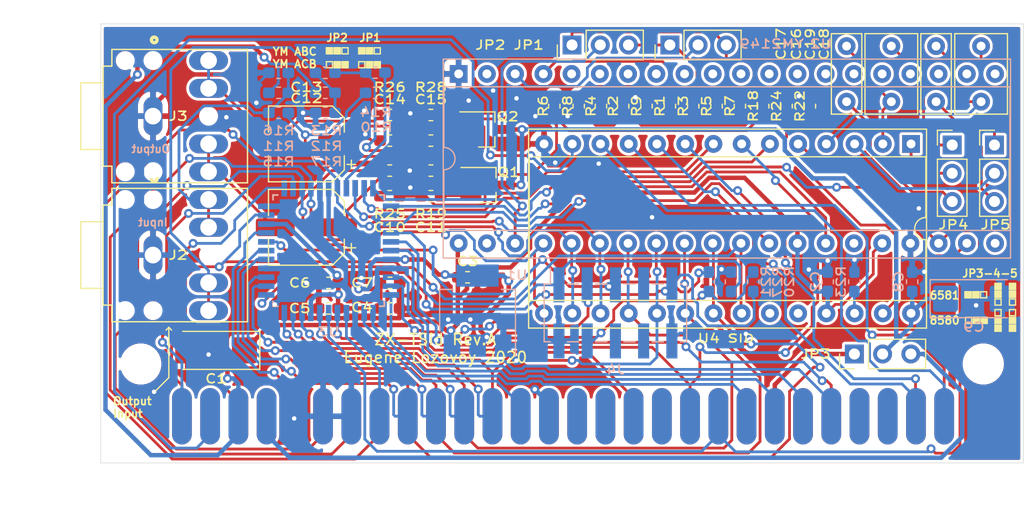
<source format=kicad_pcb>
(kicad_pcb (version 20171130) (host pcbnew "(5.1.4)-1")
  (layers (0 F.Cu signal) (31 B.Cu signal) (34 B.Paste user) (35 F.Paste user) (36 B.SilkS user) (37 F.SilkS user) (38 B.Mask user) (39 F.Mask user) (44 Edge.Cuts user))
  (net 0 "")
  (net 1 +5V)
  (net 2 +9V)
  (net 3 GND)
  (net 4 +12V)
  (net 5 +3V3)
  (net 6 A15)
  (net 7 D7)
  (net 8 D0)
  (net 9 D1)
  (net 10 D2)
  (net 11 D6)
  (net 12 D5)
  (net 13 D3)
  (net 14 D4)
  (net 15 ~IORQ)
  (net 16 A14)
  (net 17 A12)
  (net 18 ~CLKCPU)
  (net 19 A0)
  (net 20 A1)
  (net 21 A2)
  (net 22 A3)
  (net 23 ~IORQGE)
  (net 24 ~WR)
  (net 25 ~M1)
  (net 26 A8)
  (net 27 A10)
  (net 28 ~RST)
  (net 29 A7)
  (net 30 A6)
  (net 31 A5)
  (net 32 A4)
  (net 33 A9)
  (net 34 A11)
  (net 35 TDI)
  (net 36 TMS)
  (net 37 TDO)
  (net 38 TCK)
  (net 39 AY_CLK)
  (net 40 "Net-(C10-Pad1)")
  (net 41 AY_BDIR)
  (net 42 AY_BC1)
  (net 43 SID_CLK)
  (net 44 SID_CS)
  (net 45 /R)
  (net 46 /L)
  (net 47 "Net-(C17-Pad1)")
  (net 48 "Net-(C18-Pad1)")
  (net 49 "Net-(JP2-Pad2)")
  (net 50 "Net-(R1-Pad2)")
  (net 51 /AY_L)
  (net 52 /AY_R)
  (net 53 "Net-(C14-Pad1)")
  (net 54 "Net-(C19-Pad1)")
  (net 55 "Net-(J2-PadR)")
  (net 56 "Net-(J2-PadT)")
  (net 57 DAC)
  (net 58 "Net-(JP1-Pad3)")
  (net 59 "Net-(JP1-Pad2)")
  (net 60 "Net-(JP1-Pad1)")
  (net 61 "Net-(JP4-Pad2)")
  (net 62 "Net-(JP5-Pad2)")
  (net 63 "Net-(C8-Pad2)")
  (net 64 "Net-(C11-Pad2)")
  (net 65 "Net-(C13-Pad1)")
  (net 66 "Net-(C16-Pad1)")
  (net 67 "Net-(C16-Pad2)")
  (net 68 "Net-(C18-Pad2)")
  (net 69 "Net-(R18-Pad2)")
  (net 70 "Net-(R23-Pad1)")
  (module Capacitor_THT:C_Rect_L7.0mm_W4.5mm_P5.00mm (layer F.Cu) (at 186.8 89 90)
    (fp_text reference C18 (at 5.175 -14.125 90) (layer F.SilkS) (effects (font (size 0.8 1))))
    (fp_text value 470p)
    (pad 2 thru_hole circle (at 5 0 90) (size 1.6 1.6) (drill 0.8) (layers *.Cu *.Mask) (net 68 "Net-(C18-Pad2)"))
    (pad 1 thru_hole circle (at 0 0 90) (size 1.6 1.6) (drill 0.8) (layers *.Cu *.Mask) (net 48 "Net-(C18-Pad1)"))
  )
  (module Capacitor_THT:C_Rect_L7.0mm_W4.5mm_P5.00mm (layer F.Cu) (at 178.725 89 90)
    (fp_text reference C16 (at 5.175 -8.55 90) (layer F.SilkS) (effects (font (size 0.8 1))))
    (fp_text value 470p)
    (pad 2 thru_hole circle (at 5 0 90) (size 1.6 1.6) (drill 0.8) (layers *.Cu *.Mask) (net 67 "Net-(C16-Pad2)"))
    (pad 1 thru_hole circle (at 0 0 90) (size 1.6 1.6) (drill 0.8) (layers *.Cu *.Mask) (net 66 "Net-(C16-Pad1)"))
  )
  (module Capacitor_Tantalum_SMD:CP_EIA-6032-15_Kemet-U_Pad2.25x2.35mm_HandSolder (layer B.Cu) (at 186.15 106.725)
    (fp_text reference C9 (at 0 2.55) (layer B.SilkS) (effects (font (size 0.8 1)) (justify mirror)))
    (fp_text value 100u/16V)
    (pad 1 smd roundrect (at -2.55 0) (size 2.25 2.35) (layers B.Cu B.Paste B.Mask) (roundrect_rratio 0.111111) (net 63 "Net-(C8-Pad2)"))
    (pad 2 smd roundrect (at 2.55 0) (size 2.25 2.35) (layers B.Cu B.Paste B.Mask) (roundrect_rratio 0.111111) (net 3 GND))
  )
  (module Capacitor_Tantalum_SMD:CP_EIA-6032-15_Kemet-U_Pad2.25x2.35mm_HandSolder (layer F.Cu) (at 117.975 111.375 180)
    (fp_text reference C1 (at 0 -2.55) (layer F.SilkS) (effects (font (size 0.8 1))))
    (fp_text value 100u/16V)
    (pad 1 smd roundrect (at -2.55 0 180) (size 2.25 2.35) (layers F.Cu F.Paste F.Mask) (roundrect_rratio 0.111111) (net 1 +5V))
    (pad 2 smd roundrect (at 2.55 0 180) (size 2.25 2.35) (layers F.Cu F.Paste F.Mask) (roundrect_rratio 0.111111) (net 3 GND))
  )
  (module my:QFP80P1200X1200X120-44N (layer B.Cu) (at 128.1 102.4)
    (fp_text reference U3 (at 0 7.3) (layer B.SilkS) (effects (font (size 0.8 1)) (justify mirror)))
    (fp_text value EPM3064ATC44-10N)
    (pad 1 smd rect (at -5.6134 3.9878) (size 1.4732 0.508) (layers B.Cu B.Paste B.Mask) (net 35 TDI))
    (pad 2 smd rect (at -5.6134 3.2004) (size 1.4732 0.508) (layers B.Cu B.Paste B.Mask) (net 21 A2))
    (pad 3 smd rect (at -5.6134 2.3876) (size 1.4732 0.508) (layers B.Cu B.Paste B.Mask) (net 12 D5))
    (pad 4 smd rect (at -5.6134 1.6002) (size 1.4732 0.508) (layers B.Cu B.Paste B.Mask) (net 3 GND))
    (pad 5 smd rect (at -5.6134 0.7874) (size 1.4732 0.508) (layers B.Cu B.Paste B.Mask) (net 20 A1))
    (pad 6 smd rect (at -5.6134 0) (size 1.4732 0.508) (layers B.Cu B.Paste B.Mask) (net 11 D6))
    (pad 7 smd rect (at -5.6134 -0.7874) (size 1.4732 0.508) (layers B.Cu B.Paste B.Mask) (net 36 TMS))
    (pad 8 smd rect (at -5.6134 -1.6002) (size 1.4732 0.508) (layers B.Cu B.Paste B.Mask) (net 19 A0))
    (pad 9 smd rect (at -5.6134 -2.3876) (size 1.4732 0.508) (layers B.Cu B.Paste B.Mask) (net 5 +3V3))
    (pad 10 smd rect (at -5.6134 -3.2004) (size 1.4732 0.508) (layers B.Cu B.Paste B.Mask) (net 7 D7))
    (pad 11 smd rect (at -5.6134 -3.9878) (size 1.4732 0.508) (layers B.Cu B.Paste B.Mask) (net 3 GND))
    (pad 12 smd rect (at -3.9878 -5.6134) (size 0.508 1.4732) (layers B.Cu B.Paste B.Mask) (net 6 A15))
    (pad 13 smd rect (at -3.2004 -5.6134) (size 0.508 1.4732) (layers B.Cu B.Paste B.Mask) (net 16 A14))
    (pad 14 smd rect (at -2.3876 -5.6134) (size 0.508 1.4732) (layers B.Cu B.Paste B.Mask) (net 8 D0))
    (pad 15 smd rect (at -1.6002 -5.6134) (size 0.508 1.4732) (layers B.Cu B.Paste B.Mask) (net 9 D1))
    (pad 16 smd rect (at -0.7874 -5.6134) (size 0.508 1.4732) (layers B.Cu B.Paste B.Mask) (net 3 GND))
    (pad 17 smd rect (at 0 -5.6134) (size 0.508 1.4732) (layers B.Cu B.Paste B.Mask) (net 5 +3V3))
    (pad 18 smd rect (at 0.7874 -5.6134) (size 0.508 1.4732) (layers B.Cu B.Paste B.Mask) (net 10 D2))
    (pad 19 smd rect (at 1.6002 -5.6134) (size 0.508 1.4732) (layers B.Cu B.Paste B.Mask) (net 57 DAC))
    (pad 20 smd rect (at 2.3876 -5.6134) (size 0.508 1.4732) (layers B.Cu B.Paste B.Mask) (net 43 SID_CLK))
    (pad 21 smd rect (at 3.2004 -5.6134) (size 0.508 1.4732) (layers B.Cu B.Paste B.Mask) (net 44 SID_CS))
    (pad 22 smd rect (at 3.9878 -5.6134) (size 0.508 1.4732) (layers B.Cu B.Paste B.Mask) (net 39 AY_CLK))
    (pad 23 smd rect (at 5.6134 -3.9878) (size 1.4732 0.508) (layers B.Cu B.Paste B.Mask) (net 41 AY_BDIR))
    (pad 24 smd rect (at 5.6134 -3.2004) (size 1.4732 0.508) (layers B.Cu B.Paste B.Mask) (net 3 GND))
    (pad 25 smd rect (at 5.6134 -2.3876) (size 1.4732 0.508) (layers B.Cu B.Paste B.Mask) (net 42 AY_BC1))
    (pad 26 smd rect (at 5.6134 -1.6002) (size 1.4732 0.508) (layers B.Cu B.Paste B.Mask) (net 38 TCK))
    (pad 27 smd rect (at 5.6134 -0.7874) (size 1.4732 0.508) (layers B.Cu B.Paste B.Mask) (net 25 ~M1))
    (pad 28 smd rect (at 5.6134 0) (size 1.4732 0.508) (layers B.Cu B.Paste B.Mask) (net 32 A4))
    (pad 29 smd rect (at 5.6134 0.7874) (size 1.4732 0.508) (layers B.Cu B.Paste B.Mask) (net 5 +3V3))
    (pad 30 smd rect (at 5.6134 1.6002) (size 1.4732 0.508) (layers B.Cu B.Paste B.Mask) (net 3 GND))
    (pad 31 smd rect (at 5.6134 2.3876) (size 1.4732 0.508) (layers B.Cu B.Paste B.Mask) (net 31 A5))
    (pad 32 smd rect (at 5.6134 3.2004) (size 1.4732 0.508) (layers B.Cu B.Paste B.Mask) (net 37 TDO))
    (pad 33 smd rect (at 5.6134 3.9878) (size 1.4732 0.508) (layers B.Cu B.Paste B.Mask) (net 30 A6))
    (pad 34 smd rect (at 3.9878 5.6134) (size 0.508 1.4732) (layers B.Cu B.Paste B.Mask) (net 29 A7))
    (pad 35 smd rect (at 3.2004 5.6134) (size 0.508 1.4732) (layers B.Cu B.Paste B.Mask) (net 23 ~IORQGE))
    (pad 36 smd rect (at 2.3876 5.6134) (size 0.508 1.4732) (layers B.Cu B.Paste B.Mask) (net 3 GND))
    (pad 37 smd rect (at 1.6002 5.6134) (size 0.508 1.4732) (layers B.Cu B.Paste B.Mask) (net 18 ~CLKCPU))
    (pad 38 smd rect (at 0.7874 5.6134) (size 0.508 1.4732) (layers B.Cu B.Paste B.Mask) (net 24 ~WR))
    (pad 39 smd rect (at 0 5.6134) (size 0.508 1.4732) (layers B.Cu B.Paste B.Mask) (net 28 ~RST))
    (pad 40 smd rect (at -0.7874 5.6134) (size 0.508 1.4732) (layers B.Cu B.Paste B.Mask) (net 15 ~IORQ))
    (pad 41 smd rect (at -1.6002 5.6134) (size 0.508 1.4732) (layers B.Cu B.Paste B.Mask) (net 5 +3V3))
    (pad 42 smd rect (at -2.3876 5.6134) (size 0.508 1.4732) (layers B.Cu B.Paste B.Mask) (net 14 D4))
    (pad 43 smd rect (at -3.2004 5.6134) (size 0.508 1.4732) (layers B.Cu B.Paste B.Mask) (net 22 A3))
    (pad 44 smd rect (at -3.9878 5.6134) (size 0.508 1.4732) (layers B.Cu B.Paste B.Mask) (net 13 D3))
  )
  (module Connector_PinHeader_2.54mm:PinHeader_2x05_P2.54mm_Vertical_SMD (layer B.Cu) (at 153.9 108 270)
    (fp_text reference J4 (at 5.1 0) (layer B.SilkS) (effects (font (size 0.8 1)) (justify mirror)))
    (fp_text value Conn_02x05_Odd_Even)
    (pad 10 smd rect (at 2.525 -5.08 270) (size 3.15 1) (layers B.Cu B.Paste B.Mask) (net 3 GND))
    (pad 9 smd rect (at -2.525 -5.08 270) (size 3.15 1) (layers B.Cu B.Paste B.Mask) (net 35 TDI))
    (pad 8 smd rect (at 2.525 -2.54 270) (size 3.15 1) (layers B.Cu B.Paste B.Mask))
    (pad 7 smd rect (at -2.525 -2.54 270) (size 3.15 1) (layers B.Cu B.Paste B.Mask))
    (pad 6 smd rect (at 2.525 0 270) (size 3.15 1) (layers B.Cu B.Paste B.Mask))
    (pad 5 smd rect (at -2.525 0 270) (size 3.15 1) (layers B.Cu B.Paste B.Mask) (net 36 TMS))
    (pad 4 smd rect (at 2.525 2.54 270) (size 3.15 1) (layers B.Cu B.Paste B.Mask) (net 5 +3V3))
    (pad 3 smd rect (at -2.525 2.54 270) (size 3.15 1) (layers B.Cu B.Paste B.Mask) (net 37 TDO))
    (pad 2 smd rect (at 2.525 5.08 270) (size 3.15 1) (layers B.Cu B.Paste B.Mask) (net 3 GND))
    (pad 1 smd rect (at -2.525 5.08 270) (size 3.15 1) (layers B.Cu B.Paste B.Mask) (net 38 TCK))
  )
  (module Resistor_SMD:R_0603_1608Metric_Pad1.05x0.95mm_HandSolder (layer F.Cu) (at 152.6 89.4 270)
    (fp_text reference R4 (at 0 0.9 90) (layer F.SilkS) (effects (font (size 0.8 1))))
    (fp_text value 4.7k)
    (pad 2 smd roundrect (at 0.875 0 270) (size 1.05 0.95) (layers F.Cu F.Paste F.Mask) (net 52 /AY_R))
    (pad 1 smd roundrect (at -0.875 0 270) (size 1.05 0.95) (layers F.Cu F.Paste F.Mask) (net 51 /AY_L))
  )
  (module Resistor_SMD:R_0603_1608Metric_Pad1.05x0.95mm_HandSolder (layer F.Cu) (at 137.3 95.2 180)
    (fp_text reference R19 (at 0 -3.9) (layer F.SilkS) (effects (font (size 0.8 1))))
    (fp_text value 1k)
    (pad 1 smd roundrect (at -0.875 0 180) (size 1.05 0.95) (layers F.Cu F.Paste F.Mask) (net 64 "Net-(C11-Pad2)"))
    (pad 2 smd roundrect (at 0.875 0 180) (size 1.05 0.95) (layers F.Cu F.Paste F.Mask) (net 3 GND))
  )
  (module Resistor_SMD:R_0603_1608Metric_Pad1.05x0.95mm_HandSolder (layer F.Cu) (at 133.6 90.2)
    (fp_text reference R26 (at 0 -2.5) (layer F.SilkS) (effects (font (size 0.8 1))))
    (fp_text value 47k)
    (pad 2 smd roundrect (at 0.875 0) (size 1.05 0.95) (layers F.Cu F.Paste F.Mask) (net 3 GND))
    (pad 1 smd roundrect (at -0.875 0) (size 1.05 0.95) (layers F.Cu F.Paste F.Mask) (net 46 /L))
  )
  (module Resistor_SMD:R_0603_1608Metric_Pad1.05x0.95mm_HandSolder (layer F.Cu) (at 169.3 89.4 270)
    (fp_text reference R24 (at 0 0.9 90) (layer F.SilkS) (effects (font (size 0.8 1))))
    (fp_text value 22k)
    (pad 2 smd roundrect (at 0.875 0 270) (size 1.05 0.95) (layers F.Cu F.Paste F.Mask) (net 69 "Net-(R18-Pad2)"))
    (pad 1 smd roundrect (at -0.875 0 270) (size 1.05 0.95) (layers F.Cu F.Paste F.Mask) (net 53 "Net-(C14-Pad1)"))
  )
  (module Resistor_SMD:R_0603_1608Metric_Pad1.05x0.95mm_HandSolder (layer B.Cu) (at 175.4 105.2 90)
    (fp_text reference R23 (at 0 -1.2 90) (layer B.SilkS) (effects (font (size 0.8 1)) (justify mirror)))
    (fp_text value 100k)
    (pad 2 smd roundrect (at 0.875 0 90) (size 1.05 0.95) (layers B.Cu B.Paste B.Mask) (net 3 GND))
    (pad 1 smd roundrect (at -0.875 0 90) (size 1.05 0.95) (layers B.Cu B.Paste B.Mask) (net 70 "Net-(R23-Pad1)"))
  )
  (module Resistor_SMD:R_0603_1608Metric_Pad1.05x0.95mm_HandSolder (layer B.Cu) (at 127.8 90 180)
    (fp_text reference R17 (at -0.1 -4.4) (layer B.SilkS) (effects (font (size 0.8 1)) (justify mirror)))
    (fp_text value 10k)
    (pad 2 smd roundrect (at 0.875 0 180) (size 1.05 0.95) (layers B.Cu B.Paste B.Mask) (net 3 GND))
    (pad 1 smd roundrect (at -0.875 0 180) (size 1.05 0.95) (layers B.Cu B.Paste B.Mask) (net 55 "Net-(J2-PadR)"))
  )
  (module Resistor_SMD:R_0603_1608Metric_Pad1.05x0.95mm_HandSolder (layer B.Cu) (at 123.6 86.4 180)
    (fp_text reference R16 (at 0 -5.2) (layer B.SilkS) (effects (font (size 0.8 1)) (justify mirror)))
    (fp_text value 10k)
    (pad 1 smd roundrect (at -0.875 0 180) (size 1.05 0.95) (layers B.Cu B.Paste B.Mask) (net 56 "Net-(J2-PadT)"))
    (pad 2 smd roundrect (at 0.875 0 180) (size 1.05 0.95) (layers B.Cu B.Paste B.Mask) (net 3 GND))
  )
  (module Resistor_SMD:R_0603_1608Metric_Pad1.05x0.95mm_HandSolder (layer B.Cu) (at 123.6 90 180)
    (fp_text reference R15 (at 0 -4.4) (layer B.SilkS) (effects (font (size 0.8 1)) (justify mirror)))
    (fp_text value 10k)
    (pad 1 smd roundrect (at -0.875 0 180) (size 1.05 0.95) (layers B.Cu B.Paste B.Mask) (net 40 "Net-(C10-Pad1)"))
    (pad 2 smd roundrect (at 0.875 0 180) (size 1.05 0.95) (layers B.Cu B.Paste B.Mask) (net 56 "Net-(J2-PadT)"))
  )
  (module Resistor_SMD:R_0603_1608Metric_Pad1.05x0.95mm_HandSolder (layer B.Cu) (at 132.3 88.2 180)
    (fp_text reference R10 (at -0.1 -3.1) (layer B.SilkS) (effects (font (size 0.8 1)) (justify mirror)))
    (fp_text value 10k)
    (pad 2 smd roundrect (at 0.875 0 180) (size 1.05 0.95) (layers B.Cu B.Paste B.Mask) (net 40 "Net-(C10-Pad1)"))
    (pad 1 smd roundrect (at -0.875 0 180) (size 1.05 0.95) (layers B.Cu B.Paste B.Mask) (net 57 DAC))
  )
  (module Resistor_SMD:R_0603_1608Metric_Pad1.05x0.95mm_HandSolder (layer B.Cu) (at 127.8 86.4 180)
    (fp_text reference R13 (at -0.1 -5.2) (layer B.SilkS) (effects (font (size 0.8 1)) (justify mirror)))
    (fp_text value 10k)
    (pad 2 smd roundrect (at 0.875 0 180) (size 1.05 0.95) (layers B.Cu B.Paste B.Mask) (net 55 "Net-(J2-PadR)"))
    (pad 1 smd roundrect (at -0.875 0 180) (size 1.05 0.95) (layers B.Cu B.Paste B.Mask) (net 53 "Net-(C14-Pad1)"))
  )
  (module Resistor_SMD:R_0603_1608Metric_Pad1.05x0.95mm_HandSolder (layer B.Cu) (at 127.8 88.2)
    (fp_text reference R12 (at 0.1 4.8) (layer B.SilkS) (effects (font (size 0.8 1)) (justify mirror)))
    (fp_text value 10k)
    (pad 2 smd roundrect (at 0.875 0) (size 1.05 0.95) (layers B.Cu B.Paste B.Mask) (net 55 "Net-(J2-PadR)"))
    (pad 1 smd roundrect (at -0.875 0) (size 1.05 0.95) (layers B.Cu B.Paste B.Mask) (net 1 +5V))
  )
  (module Resistor_SMD:R_0603_1608Metric_Pad1.05x0.95mm_HandSolder (layer B.Cu) (at 123.6 88.2)
    (fp_text reference R11 (at 0 4.8) (layer B.SilkS) (effects (font (size 0.8 1)) (justify mirror)))
    (fp_text value 10k)
    (pad 1 smd roundrect (at -0.875 0) (size 1.05 0.95) (layers B.Cu B.Paste B.Mask) (net 1 +5V))
    (pad 2 smd roundrect (at 0.875 0) (size 1.05 0.95) (layers B.Cu B.Paste B.Mask) (net 56 "Net-(J2-PadT)"))
  )
  (module Resistor_SMD:R_0603_1608Metric_Pad1.05x0.95mm_HandSolder (layer B.Cu) (at 132.3 86.375 180)
    (fp_text reference R14 (at -0.05 -3.57) (layer B.SilkS) (effects (font (size 0.8 1)) (justify mirror)))
    (fp_text value 10k)
    (pad 2 smd roundrect (at 0.875 0 180) (size 1.05 0.95) (layers B.Cu B.Paste B.Mask) (net 53 "Net-(C14-Pad1)"))
    (pad 1 smd roundrect (at -0.875 0 180) (size 1.05 0.95) (layers B.Cu B.Paste B.Mask) (net 57 DAC))
  )
  (module Resistor_SMD:R_0603_1608Metric_Pad1.05x0.95mm_HandSolder (layer F.Cu) (at 156.7 89.4 90)
    (fp_text reference R9 (at 0 -0.9 90) (layer F.SilkS) (effects (font (size 0.8 1))))
    (fp_text value 1k)
    (pad 2 smd roundrect (at 0.875 0 90) (size 1.05 0.95) (layers F.Cu F.Paste F.Mask) (net 3 GND))
    (pad 1 smd roundrect (at -0.875 0 90) (size 1.05 0.95) (layers F.Cu F.Paste F.Mask) (net 51 /AY_L))
  )
  (module Resistor_SMD:R_0603_1608Metric_Pad1.05x0.95mm_HandSolder (layer F.Cu) (at 150.6 89.4 270)
    (fp_text reference R8 (at 0 1 90) (layer F.SilkS) (effects (font (size 0.8 1))))
    (fp_text value 1k)
    (pad 2 smd roundrect (at 0.875 0 270) (size 1.05 0.95) (layers F.Cu F.Paste F.Mask) (net 3 GND))
    (pad 1 smd roundrect (at -0.875 0 270) (size 1.05 0.95) (layers F.Cu F.Paste F.Mask) (net 52 /AY_R))
  )
  (module Resistor_SMD:R_0603_1608Metric_Pad1.05x0.95mm_HandSolder (layer F.Cu) (at 165.1 89.4 90)
    (fp_text reference R7 (at 0 -0.9 90) (layer F.SilkS) (effects (font (size 0.8 1))))
    (fp_text value 1k)
    (pad 2 smd roundrect (at 0.875 0 90) (size 1.05 0.95) (layers F.Cu F.Paste F.Mask) (net 58 "Net-(JP1-Pad3)"))
    (pad 1 smd roundrect (at -0.875 0 90) (size 1.05 0.95) (layers F.Cu F.Paste F.Mask) (net 52 /AY_R))
  )
  (module Resistor_SMD:R_0603_1608Metric_Pad1.05x0.95mm_HandSolder (layer F.Cu) (at 148.4 89.4 90)
    (fp_text reference R6 (at 0 -1 90) (layer F.SilkS) (effects (font (size 0.8 1))))
    (fp_text value 10k)
    (pad 2 smd roundrect (at 0.875 0 90) (size 1.05 0.95) (layers F.Cu F.Paste F.Mask) (net 52 /AY_R))
    (pad 1 smd roundrect (at -0.875 0 90) (size 1.05 0.95) (layers F.Cu F.Paste F.Mask) (net 40 "Net-(C10-Pad1)"))
  )
  (module Resistor_SMD:R_0603_1608Metric_Pad1.05x0.95mm_HandSolder (layer F.Cu) (at 163 89.4 90)
    (fp_text reference R5 (at 0 -0.9 90) (layer F.SilkS) (effects (font (size 0.8 1))))
    (fp_text value 2k)
    (pad 2 smd roundrect (at 0.875 0 90) (size 1.05 0.95) (layers F.Cu F.Paste F.Mask) (net 60 "Net-(JP1-Pad1)"))
    (pad 1 smd roundrect (at -0.875 0 90) (size 1.05 0.95) (layers F.Cu F.Paste F.Mask) (net 52 /AY_R))
  )
  (module Resistor_SMD:R_0603_1608Metric_Pad1.05x0.95mm_HandSolder (layer F.Cu) (at 160.9 89.4 90)
    (fp_text reference R3 (at 0 -0.9 90) (layer F.SilkS) (effects (font (size 0.8 1))))
    (fp_text value 2k)
    (pad 2 smd roundrect (at 0.875 0 90) (size 1.05 0.95) (layers F.Cu F.Paste F.Mask) (net 60 "Net-(JP1-Pad1)"))
    (pad 1 smd roundrect (at -0.875 0 90) (size 1.05 0.95) (layers F.Cu F.Paste F.Mask) (net 51 /AY_L))
  )
  (module Resistor_SMD:R_0603_1608Metric_Pad1.05x0.95mm_HandSolder (layer F.Cu) (at 154.6 89.4 90)
    (fp_text reference R2 (at 0 -0.9 90) (layer F.SilkS) (effects (font (size 0.8 1))))
    (fp_text value 10k)
    (pad 2 smd roundrect (at 0.875 0 90) (size 1.05 0.95) (layers F.Cu F.Paste F.Mask) (net 51 /AY_L))
    (pad 1 smd roundrect (at -0.875 0 90) (size 1.05 0.95) (layers F.Cu F.Paste F.Mask) (net 53 "Net-(C14-Pad1)"))
  )
  (module Resistor_SMD:R_0603_1608Metric_Pad1.05x0.95mm_HandSolder (layer F.Cu) (at 158.8 89.4 90)
    (fp_text reference R1 (at 0 -0.9 90) (layer F.SilkS) (effects (font (size 0.8 1))))
    (fp_text value 1k)
    (pad 1 smd roundrect (at -0.875 0 90) (size 1.05 0.95) (layers F.Cu F.Paste F.Mask) (net 51 /AY_L))
    (pad 2 smd roundrect (at 0.875 0 90) (size 1.05 0.95) (layers F.Cu F.Paste F.Mask) (net 50 "Net-(R1-Pad2)"))
  )
  (module Package_TO_SOT_SMD:SOT-23_Handsoldering (layer F.Cu) (at 142.4 96.5)
    (fp_text reference Q1 (at 1.9 -1.15) (layer F.SilkS) (effects (font (size 0.8 1))))
    (fp_text value BC847)
    (pad 1 smd rect (at -1.5 -0.95) (size 1.9 0.8) (layers F.Cu F.Paste F.Mask) (net 40 "Net-(C10-Pad1)"))
    (pad 2 smd rect (at -1.5 0.95) (size 1.9 0.8) (layers F.Cu F.Paste F.Mask) (net 64 "Net-(C11-Pad2)"))
    (pad 3 smd rect (at 1.5 0) (size 1.9 0.8) (layers F.Cu F.Paste F.Mask) (net 63 "Net-(C8-Pad2)"))
  )
  (module Connector_PinHeader_2.54mm:PinHeader_1x03_P2.54mm_Vertical (layer F.Cu) (at 188 92.9)
    (fp_text reference JP5 (at 0.1 7.17) (layer F.SilkS) (effects (font (size 0.8 1))))
    (fp_text value Jumper_3_Open hide)
    (pad 3 thru_hole oval (at 0 5.08) (size 1.7 1.7) (drill 1) (layers *.Cu *.Mask) (net 54 "Net-(C19-Pad1)"))
    (pad 2 thru_hole oval (at 0 2.54) (size 1.7 1.7) (drill 1) (layers *.Cu *.Mask) (net 62 "Net-(JP5-Pad2)"))
    (pad 1 thru_hole rect (at 0 0) (size 1.7 1.7) (drill 1) (layers *.Cu *.Mask) (net 68 "Net-(C18-Pad2)"))
  )
  (module Connector_PinHeader_2.54mm:PinHeader_1x03_P2.54mm_Vertical (layer F.Cu) (at 184.2 92.9)
    (fp_text reference JP4 (at 0.1 7.17) (layer F.SilkS) (effects (font (size 0.8 1))))
    (fp_text value Jumper_3_Open hide)
    (pad 3 thru_hole oval (at 0 5.08) (size 1.7 1.7) (drill 1) (layers *.Cu *.Mask) (net 47 "Net-(C17-Pad1)"))
    (pad 2 thru_hole oval (at 0 2.54) (size 1.7 1.7) (drill 1) (layers *.Cu *.Mask) (net 61 "Net-(JP4-Pad2)"))
    (pad 1 thru_hole rect (at 0 0) (size 1.7 1.7) (drill 1) (layers *.Cu *.Mask) (net 67 "Net-(C16-Pad2)"))
  )
  (module Connector_PinHeader_2.54mm:PinHeader_1x03_P2.54mm_Vertical (layer F.Cu) (at 175.4 111.7 90)
    (fp_text reference JP3 (at 0 -3.5 180) (layer F.SilkS) (effects (font (size 0.8 1))))
    (fp_text value Jumper_3_Open hide)
    (pad 3 thru_hole oval (at 0 5.08 90) (size 1.7 1.7) (drill 1) (layers *.Cu *.Mask) (net 2 +9V))
    (pad 2 thru_hole oval (at 0 2.54 90) (size 1.7 1.7) (drill 1) (layers *.Cu *.Mask) (net 63 "Net-(C8-Pad2)"))
    (pad 1 thru_hole rect (at 0 0 90) (size 1.7 1.7) (drill 1) (layers *.Cu *.Mask) (net 4 +12V))
  )
  (module Connector_PinHeader_2.54mm:PinHeader_1x03_P2.54mm_Vertical (layer F.Cu) (at 150 83.9 90)
    (fp_text reference JP2 (at 0 -7.35) (layer F.SilkS) (effects (font (size 0.8 1))))
    (fp_text value Jumper_3_Open hide)
    (pad 3 thru_hole oval (at 0 5.08 90) (size 1.7 1.7) (drill 1) (layers *.Cu *.Mask) (net 60 "Net-(JP1-Pad1)"))
    (pad 2 thru_hole oval (at 0 2.54 90) (size 1.7 1.7) (drill 1) (layers *.Cu *.Mask) (net 49 "Net-(JP2-Pad2)"))
    (pad 1 thru_hole rect (at 0 0 90) (size 1.7 1.7) (drill 1) (layers *.Cu *.Mask) (net 58 "Net-(JP1-Pad3)"))
  )
  (module Connector_PinHeader_2.54mm:PinHeader_1x03_P2.54mm_Vertical (layer F.Cu) (at 158.8 83.9 90)
    (fp_text reference JP1 (at 0 -12.7) (layer F.SilkS) (effects (font (size 0.8 1))))
    (fp_text value Jumper_3_Open hide)
    (pad 3 thru_hole oval (at 0 5.08 90) (size 1.7 1.7) (drill 1) (layers *.Cu *.Mask) (net 58 "Net-(JP1-Pad3)"))
    (pad 2 thru_hole oval (at 0 2.54 90) (size 1.7 1.7) (drill 1) (layers *.Cu *.Mask) (net 59 "Net-(JP1-Pad2)"))
    (pad 1 thru_hole rect (at 0 0 90) (size 1.7 1.7) (drill 1) (layers *.Cu *.Mask) (net 60 "Net-(JP1-Pad1)"))
  )
  (module Capacitor_THT:C_Rect_L7.0mm_W2.5mm_P5.00mm (layer F.Cu) (at 182.75 89 90)
    (fp_text reference C19 (at 5.175 -11.325 90) (layer F.SilkS) (effects (font (size 0.8 1))))
    (fp_text value 22n)
    (pad 2 thru_hole circle (at 5 0 90) (size 1.6 1.6) (drill 0.8) (layers *.Cu *.Mask) (net 48 "Net-(C18-Pad1)"))
    (pad 1 thru_hole circle (at 0 0 90) (size 1.6 1.6) (drill 0.8) (layers *.Cu *.Mask) (net 54 "Net-(C19-Pad1)"))
  )
  (module Capacitor_THT:C_Rect_L7.0mm_W2.5mm_P5.00mm (layer F.Cu) (at 174.7 89 90)
    (fp_text reference C17 (at 5.2 -5.9 270) (layer F.SilkS) (effects (font (size 0.8 1))))
    (fp_text value 22n)
    (pad 1 thru_hole circle (at 0 0 90) (size 1.6 1.6) (drill 0.8) (layers *.Cu *.Mask) (net 47 "Net-(C17-Pad1)"))
    (pad 2 thru_hole circle (at 5 0 90) (size 1.6 1.6) (drill 0.8) (layers *.Cu *.Mask) (net 66 "Net-(C16-Pad1)"))
  )
  (module Capacitor_SMD:C_0603_1608Metric_Pad1.05x0.95mm_HandSolder (layer F.Cu) (at 137.3 97.5)
    (fp_text reference C11 (at 0 2.8) (layer F.SilkS) (effects (font (size 0.8 1))))
    (fp_text value 470p)
    (pad 2 smd roundrect (at 0.875 0) (size 1.05 0.95) (layers F.Cu F.Paste F.Mask) (net 64 "Net-(C11-Pad2)"))
    (pad 1 smd roundrect (at -0.875 0) (size 1.05 0.95) (layers F.Cu F.Paste F.Mask) (net 40 "Net-(C10-Pad1)"))
  )
  (module Capacitor_SMD:C_0603_1608Metric_Pad1.05x0.95mm_HandSolder (layer F.Cu) (at 133.6 97.5 180)
    (fp_text reference C10 (at 0 -2.8) (layer F.SilkS) (effects (font (size 0.8 1))))
    (fp_text value 1n)
    (pad 1 smd roundrect (at -0.875 0 180) (size 1.05 0.95) (layers F.Cu F.Paste F.Mask) (net 40 "Net-(C10-Pad1)"))
    (pad 2 smd roundrect (at 0.875 0 180) (size 1.05 0.95) (layers F.Cu F.Paste F.Mask) (net 3 GND))
  )
  (module Capacitor_SMD:CP_Elec_6.3x5.4 (layer F.Cu) (at 126.1 100.3 180)
    (fp_text reference C12 (at 0 11.6 180) (layer F.SilkS) (effects (font (size 0.8 1))))
    (fp_text value 10u)
    (pad 1 smd roundrect (at -2.8 0 180) (size 3.5 1.6) (layers F.Cu F.Paste F.Mask) (roundrect_rratio 0.15625) (net 64 "Net-(C11-Pad2)"))
    (pad 2 smd roundrect (at 2.8 0 180) (size 3.5 1.6) (layers F.Cu F.Paste F.Mask) (roundrect_rratio 0.15625) (net 45 /R))
  )
  (module Resistor_SMD:R_0603_1608Metric_Pad1.05x0.95mm_HandSolder (layer F.Cu) (at 133.6 95.2)
    (fp_text reference R25 (at 0 3.9) (layer F.SilkS) (effects (font (size 0.8 1))))
    (fp_text value 47k)
    (pad 2 smd roundrect (at 0.875 0) (size 1.05 0.95) (layers F.Cu F.Paste F.Mask) (net 3 GND))
    (pad 1 smd roundrect (at -0.875 0) (size 1.05 0.95) (layers F.Cu F.Paste F.Mask) (net 45 /R))
  )
  (module Resistor_SMD:R_0603_1608Metric_Pad1.05x0.95mm_HandSolder (layer F.Cu) (at 137.3 90.2 180)
    (fp_text reference R28 (at 0 2.5) (layer F.SilkS) (effects (font (size 0.8 1))))
    (fp_text value 1k)
    (pad 1 smd roundrect (at -0.875 0 180) (size 1.05 0.95) (layers F.Cu F.Paste F.Mask) (net 65 "Net-(C13-Pad1)"))
    (pad 2 smd roundrect (at 0.875 0 180) (size 1.05 0.95) (layers F.Cu F.Paste F.Mask) (net 3 GND))
  )
  (module Resistor_SMD:R_0603_1608Metric_Pad1.05x0.95mm_HandSolder (layer F.Cu) (at 171.4 89.4 90)
    (fp_text reference R22 (at 0 -0.9 90) (layer F.SilkS) (effects (font (size 0.8 1))))
    (fp_text value 1k)
    (pad 2 smd roundrect (at 0.875 0 90) (size 1.05 0.95) (layers F.Cu F.Paste F.Mask) (net 3 GND))
    (pad 1 smd roundrect (at -0.875 0 90) (size 1.05 0.95) (layers F.Cu F.Paste F.Mask) (net 69 "Net-(R18-Pad2)"))
  )
  (module Resistor_SMD:R_0603_1608Metric_Pad1.05x0.95mm_HandSolder (layer F.Cu) (at 167.2 89.4 270)
    (fp_text reference R18 (at 0 0.9 90) (layer F.SilkS) (effects (font (size 0.8 1))))
    (fp_text value 22k)
    (pad 2 smd roundrect (at 0.875 0 270) (size 1.05 0.95) (layers F.Cu F.Paste F.Mask) (net 69 "Net-(R18-Pad2)"))
    (pad 1 smd roundrect (at -0.875 0 270) (size 1.05 0.95) (layers F.Cu F.Paste F.Mask) (net 40 "Net-(C10-Pad1)"))
  )
  (module Package_TO_SOT_SMD:SOT-23_Handsoldering (layer F.Cu) (at 142.3 91.5)
    (fp_text reference Q2 (at 1.9 -1.15) (layer F.SilkS) (effects (font (size 0.8 1))))
    (fp_text value BC847)
    (pad 1 smd rect (at -1.5 -0.95) (size 1.9 0.8) (layers F.Cu F.Paste F.Mask) (net 53 "Net-(C14-Pad1)"))
    (pad 2 smd rect (at -1.5 0.95) (size 1.9 0.8) (layers F.Cu F.Paste F.Mask) (net 65 "Net-(C13-Pad1)"))
    (pad 3 smd rect (at 1.5 0) (size 1.9 0.8) (layers F.Cu F.Paste F.Mask) (net 63 "Net-(C8-Pad2)"))
  )
  (module Capacitor_SMD:CP_Elec_6.3x5.4 (layer F.Cu) (at 126.1 92.8 180)
    (fp_text reference C13 (at 0 5.1) (layer F.SilkS) (effects (font (size 0.8 1))))
    (fp_text value 10u)
    (pad 1 smd roundrect (at -2.8 0 180) (size 3.5 1.6) (layers F.Cu F.Paste F.Mask) (roundrect_rratio 0.15625) (net 65 "Net-(C13-Pad1)"))
    (pad 2 smd roundrect (at 2.8 0 180) (size 3.5 1.6) (layers F.Cu F.Paste F.Mask) (roundrect_rratio 0.15625) (net 46 /L))
  )
  (module Capacitor_SMD:C_0603_1608Metric_Pad1.05x0.95mm_HandSolder (layer F.Cu) (at 137.3 92.5)
    (fp_text reference C15 (at 0 -3.7) (layer F.SilkS) (effects (font (size 0.8 1))))
    (fp_text value 470p)
    (pad 2 smd roundrect (at 0.875 0) (size 1.05 0.95) (layers F.Cu F.Paste F.Mask) (net 65 "Net-(C13-Pad1)"))
    (pad 1 smd roundrect (at -0.875 0) (size 1.05 0.95) (layers F.Cu F.Paste F.Mask) (net 53 "Net-(C14-Pad1)"))
  )
  (module Capacitor_SMD:C_0603_1608Metric_Pad1.05x0.95mm_HandSolder (layer F.Cu) (at 133.6 92.5 180)
    (fp_text reference C14 (at 0 3.7) (layer F.SilkS) (effects (font (size 0.8 1))))
    (fp_text value 1n)
    (pad 1 smd roundrect (at -0.875 0 180) (size 1.05 0.95) (layers F.Cu F.Paste F.Mask) (net 53 "Net-(C14-Pad1)"))
    (pad 2 smd roundrect (at 0.875 0 180) (size 1.05 0.95) (layers F.Cu F.Paste F.Mask) (net 3 GND))
  )
  (module Capacitor_SMD:C_0603_1608Metric_Pad1.05x0.95mm_HandSolder (layer B.Cu) (at 180.6 105.2 270)
    (fp_text reference C8 (at 0 1.2 90) (layer B.SilkS) (effects (font (size 0.8 1)) (justify mirror)))
    (fp_text value 100n)
    (pad 1 smd roundrect (at -0.875 0 270) (size 1.05 0.95) (layers B.Cu B.Paste B.Mask) (net 3 GND))
    (pad 2 smd roundrect (at 0.875 0 270) (size 1.05 0.95) (layers B.Cu B.Paste B.Mask) (net 63 "Net-(C8-Pad2)"))
  )
  (module Capacitor_SMD:C_0603_1608Metric_Pad1.05x0.95mm_HandSolder (layer B.Cu) (at 173 105.2 90)
    (fp_text reference C2 (at 0 -1.1 90) (layer B.SilkS) (effects (font (size 0.8 1)) (justify mirror)))
    (fp_text value 100n)
    (pad 1 smd roundrect (at -0.875 0 90) (size 1.05 0.95) (layers B.Cu B.Paste B.Mask) (net 1 +5V))
    (pad 2 smd roundrect (at 0.875 0 90) (size 1.05 0.95) (layers B.Cu B.Paste B.Mask) (net 3 GND))
  )
  (module Resistor_SMD:R_0603_1608Metric_Pad1.05x0.95mm_HandSolder (layer B.Cu) (at 164.3 105.2 90)
    (fp_text reference R27 (at 0 4.2 90) (layer B.SilkS) (effects (font (size 0.8 1)) (justify mirror)))
    (fp_text value 10k)
    (pad 2 smd roundrect (at 0.875 0 90) (size 1.05 0.95) (layers B.Cu B.Paste B.Mask) (net 3 GND))
    (pad 1 smd roundrect (at -0.875 0 90) (size 1.05 0.95) (layers B.Cu B.Paste B.Mask) (net 38 TCK))
  )
  (module Resistor_SMD:R_0603_1608Metric_Pad1.05x0.95mm_HandSolder (layer B.Cu) (at 162.3 105.2 270)
    (fp_text reference R21 (at 0 -5.15 90) (layer B.SilkS) (effects (font (size 0.8 1)) (justify mirror)))
    (fp_text value 10k)
    (pad 2 smd roundrect (at 0.875 0 270) (size 1.05 0.95) (layers B.Cu B.Paste B.Mask) (net 5 +3V3))
    (pad 1 smd roundrect (at -0.875 0 270) (size 1.05 0.95) (layers B.Cu B.Paste B.Mask) (net 36 TMS))
  )
  (module Resistor_SMD:R_0603_1608Metric_Pad1.05x0.95mm_HandSolder (layer B.Cu) (at 166.3 105.2 270)
    (fp_text reference R20 (at 0 -3.25 90) (layer B.SilkS) (effects (font (size 0.8 1)) (justify mirror)))
    (fp_text value 10k)
    (pad 2 smd roundrect (at 0.875 0 270) (size 1.05 0.95) (layers B.Cu B.Paste B.Mask) (net 35 TDI))
    (pad 1 smd roundrect (at -0.875 0 270) (size 1.05 0.95) (layers B.Cu B.Paste B.Mask) (net 5 +3V3))
  )
  (module Capacitor_SMD:C_0603_1608Metric_Pad1.05x0.95mm_HandSolder (layer F.Cu) (at 133.625 105.3)
    (fp_text reference C7 (at -2.525 0) (layer F.SilkS) (effects (font (size 0.8 1))))
    (fp_text value 100n)
    (pad 2 smd roundrect (at 0.875 0) (size 1.05 0.95) (layers F.Cu F.Paste F.Mask) (net 3 GND))
    (pad 1 smd roundrect (at -0.875 0) (size 1.05 0.95) (layers F.Cu F.Paste F.Mask) (net 5 +3V3))
  )
  (module Capacitor_SMD:C_0603_1608Metric_Pad1.05x0.95mm_HandSolder (layer F.Cu) (at 128.1 105.3 180)
    (fp_text reference C6 (at 2.6 0) (layer F.SilkS) (effects (font (size 0.8 1))))
    (fp_text value 100n)
    (pad 2 smd roundrect (at 0.875 0 180) (size 1.05 0.95) (layers F.Cu F.Paste F.Mask) (net 3 GND))
    (pad 1 smd roundrect (at -0.875 0 180) (size 1.05 0.95) (layers F.Cu F.Paste F.Mask) (net 5 +3V3))
  )
  (module Capacitor_SMD:C_0603_1608Metric_Pad1.05x0.95mm_HandSolder (layer F.Cu) (at 128.075 107.6 180)
    (fp_text reference C5 (at 2.575 0) (layer F.SilkS) (effects (font (size 0.8 1))))
    (fp_text value 100n)
    (pad 1 smd roundrect (at -0.875 0 180) (size 1.05 0.95) (layers F.Cu F.Paste F.Mask) (net 5 +3V3))
    (pad 2 smd roundrect (at 0.875 0 180) (size 1.05 0.95) (layers F.Cu F.Paste F.Mask) (net 3 GND))
  )
  (module Capacitor_SMD:C_0603_1608Metric_Pad1.05x0.95mm_HandSolder (layer F.Cu) (at 133.6 107.6)
    (fp_text reference C4 (at -2.5 -0.1) (layer F.SilkS) (effects (font (size 0.8 1))))
    (fp_text value 100n)
    (pad 1 smd roundrect (at -0.875 0) (size 1.05 0.95) (layers F.Cu F.Paste F.Mask) (net 5 +3V3))
    (pad 2 smd roundrect (at 0.875 0) (size 1.05 0.95) (layers F.Cu F.Paste F.Mask) (net 3 GND))
  )
  (module Capacitor_SMD:C_0603_1608Metric_Pad1.05x0.95mm_HandSolder (layer F.Cu) (at 140.6 104.8)
    (fp_text reference C3 (at 0 -1.43 -180) (layer F.SilkS) (effects (font (size 0.8 1))))
    (fp_text value 100n)
    (pad 1 smd roundrect (at -0.875 0) (size 1.05 0.95) (layers F.Cu F.Paste F.Mask) (net 1 +5V))
    (pad 2 smd roundrect (at 0.875 0) (size 1.05 0.95) (layers F.Cu F.Paste F.Mask) (net 3 GND))
  )
  (module MountingHole:MountingHole_3.2mm_M3 (layer F.Cu) (at 111.2 112.6)
    (fp_text reference H2 hide)
    (fp_text value MountingHole hide)
    (pad 1 np_thru_hole circle (at 0 0) (size 3.2 3.2) (drill 3.2) (layers *.Cu *.Mask))
  )
  (module MountingHole:MountingHole_3.2mm_M3 (layer F.Cu) (at 187 112.6)
    (fp_text reference H1 hide)
    (fp_text value MountingHole hide)
    (pad 1 np_thru_hole circle (at 0 0) (size 3.2 3.2) (drill 3.2) (layers *.Cu *.Mask))
  )
  (module Package_TO_SOT_SMD:SOT-223-3_TabPin2 (layer B.Cu) (at 141.5 107.8 90)
    (fp_text reference U1 (at 3.2 3.5 180) (layer B.SilkS) (effects (font (size 0.8 1)) (justify mirror)))
    (fp_text value AMS1117-3.3)
    (pad 2 smd rect (at 3.15 0 90) (size 2 3.8) (layers B.Cu B.Paste B.Mask) (net 5 +3V3))
    (pad 2 smd rect (at -3.15 0 90) (size 2 1.5) (layers B.Cu B.Paste B.Mask) (net 5 +3V3))
    (pad 3 smd rect (at -3.15 -2.3 90) (size 2 1.5) (layers B.Cu B.Paste B.Mask) (net 1 +5V))
    (pad 1 smd rect (at -3.15 2.3 90) (size 2 1.5) (layers B.Cu B.Paste B.Mask) (net 3 GND))
  )
  (module Package_DIP:DIP-40_W15.24mm_Socket (layer B.Cu) (at 139.8 86.5 270)
    (fp_text reference U2 (at -2.7 -32.6) (layer B.SilkS) (effects (font (size 0.8 1)) (justify mirror)))
    (fp_text value YM2149)
    (fp_text user YM2149 (at -2.7 -28.15) (layer B.SilkS) (effects (font (size 0.8 1)) (justify mirror)))
    (pad 1 thru_hole rect (at 0 0 270) (size 1.6 1.6) (drill 0.8) (layers *.Cu *.Mask) (net 3 GND))
    (pad 21 thru_hole oval (at 15.24 -48.26 270) (size 1.6 1.6) (drill 0.8) (layers *.Cu *.Mask))
    (pad 2 thru_hole oval (at 0 -2.54 270) (size 1.6 1.6) (drill 0.8) (layers *.Cu *.Mask))
    (pad 22 thru_hole oval (at 15.24 -45.72 270) (size 1.6 1.6) (drill 0.8) (layers *.Cu *.Mask) (net 39 AY_CLK))
    (pad 3 thru_hole oval (at 0 -5.08 270) (size 1.6 1.6) (drill 0.8) (layers *.Cu *.Mask) (net 59 "Net-(JP1-Pad2)"))
    (pad 23 thru_hole oval (at 15.24 -43.18 270) (size 1.6 1.6) (drill 0.8) (layers *.Cu *.Mask) (net 28 ~RST))
    (pad 4 thru_hole oval (at 0 -7.62 270) (size 1.6 1.6) (drill 0.8) (layers *.Cu *.Mask) (net 50 "Net-(R1-Pad2)"))
    (pad 24 thru_hole oval (at 15.24 -40.64 270) (size 1.6 1.6) (drill 0.8) (layers *.Cu *.Mask) (net 3 GND))
    (pad 5 thru_hole oval (at 0 -10.16 270) (size 1.6 1.6) (drill 0.8) (layers *.Cu *.Mask))
    (pad 25 thru_hole oval (at 15.24 -38.1 270) (size 1.6 1.6) (drill 0.8) (layers *.Cu *.Mask) (net 1 +5V))
    (pad 6 thru_hole oval (at 0 -12.7 270) (size 1.6 1.6) (drill 0.8) (layers *.Cu *.Mask))
    (pad 26 thru_hole oval (at 15.24 -35.56 270) (size 1.6 1.6) (drill 0.8) (layers *.Cu *.Mask))
    (pad 7 thru_hole oval (at 0 -15.24 270) (size 1.6 1.6) (drill 0.8) (layers *.Cu *.Mask))
    (pad 27 thru_hole oval (at 15.24 -33.02 270) (size 1.6 1.6) (drill 0.8) (layers *.Cu *.Mask) (net 41 AY_BDIR))
    (pad 8 thru_hole oval (at 0 -17.78 270) (size 1.6 1.6) (drill 0.8) (layers *.Cu *.Mask))
    (pad 28 thru_hole oval (at 15.24 -30.48 270) (size 1.6 1.6) (drill 0.8) (layers *.Cu *.Mask) (net 1 +5V))
    (pad 9 thru_hole oval (at 0 -20.32 270) (size 1.6 1.6) (drill 0.8) (layers *.Cu *.Mask))
    (pad 29 thru_hole oval (at 15.24 -27.94 270) (size 1.6 1.6) (drill 0.8) (layers *.Cu *.Mask) (net 42 AY_BC1))
    (pad 10 thru_hole oval (at 0 -22.86 270) (size 1.6 1.6) (drill 0.8) (layers *.Cu *.Mask))
    (pad 30 thru_hole oval (at 15.24 -25.4 270) (size 1.6 1.6) (drill 0.8) (layers *.Cu *.Mask) (net 7 D7))
    (pad 11 thru_hole oval (at 0 -25.4 270) (size 1.6 1.6) (drill 0.8) (layers *.Cu *.Mask))
    (pad 31 thru_hole oval (at 15.24 -22.86 270) (size 1.6 1.6) (drill 0.8) (layers *.Cu *.Mask) (net 11 D6))
    (pad 12 thru_hole oval (at 0 -27.94 270) (size 1.6 1.6) (drill 0.8) (layers *.Cu *.Mask))
    (pad 32 thru_hole oval (at 15.24 -20.32 270) (size 1.6 1.6) (drill 0.8) (layers *.Cu *.Mask) (net 12 D5))
    (pad 13 thru_hole oval (at 0 -30.48 270) (size 1.6 1.6) (drill 0.8) (layers *.Cu *.Mask))
    (pad 33 thru_hole oval (at 15.24 -17.78 270) (size 1.6 1.6) (drill 0.8) (layers *.Cu *.Mask) (net 14 D4))
    (pad 14 thru_hole oval (at 0 -33.02 270) (size 1.6 1.6) (drill 0.8) (layers *.Cu *.Mask))
    (pad 34 thru_hole oval (at 15.24 -15.24 270) (size 1.6 1.6) (drill 0.8) (layers *.Cu *.Mask) (net 13 D3))
    (pad 15 thru_hole oval (at 0 -35.56 270) (size 1.6 1.6) (drill 0.8) (layers *.Cu *.Mask))
    (pad 35 thru_hole oval (at 15.24 -12.7 270) (size 1.6 1.6) (drill 0.8) (layers *.Cu *.Mask) (net 10 D2))
    (pad 16 thru_hole oval (at 0 -38.1 270) (size 1.6 1.6) (drill 0.8) (layers *.Cu *.Mask))
    (pad 36 thru_hole oval (at 15.24 -10.16 270) (size 1.6 1.6) (drill 0.8) (layers *.Cu *.Mask) (net 9 D1))
    (pad 17 thru_hole oval (at 0 -40.64 270) (size 1.6 1.6) (drill 0.8) (layers *.Cu *.Mask))
    (pad 37 thru_hole oval (at 15.24 -7.62 270) (size 1.6 1.6) (drill 0.8) (layers *.Cu *.Mask) (net 8 D0))
    (pad 18 thru_hole oval (at 0 -43.18 270) (size 1.6 1.6) (drill 0.8) (layers *.Cu *.Mask))
    (pad 38 thru_hole oval (at 15.24 -5.08 270) (size 1.6 1.6) (drill 0.8) (layers *.Cu *.Mask) (net 49 "Net-(JP2-Pad2)"))
    (pad 19 thru_hole oval (at 0 -45.72 270) (size 1.6 1.6) (drill 0.8) (layers *.Cu *.Mask))
    (pad 39 thru_hole oval (at 15.24 -2.54 270) (size 1.6 1.6) (drill 0.8) (layers *.Cu *.Mask))
    (pad 20 thru_hole oval (at 0 -48.26 270) (size 1.6 1.6) (drill 0.8) (layers *.Cu *.Mask))
    (pad 40 thru_hole oval (at 15.24 0 270) (size 1.6 1.6) (drill 0.8) (layers *.Cu *.Mask) (net 1 +5V))
  )
  (module Package_DIP:DIP-28_W15.24mm_Socket (layer F.Cu) (at 180.5 92.8 270)
    (fp_text reference U4 (at 17.5 18.2 180) (layer F.SilkS) (effects (font (size 0.8 1))))
    (fp_text value 8580)
    (fp_text user SID (at 17.5 15.3) (layer F.SilkS) (effects (font (size 0.7 1))))
    (pad 1 thru_hole rect (at 0 0 270) (size 1.6 1.6) (drill 0.8) (layers *.Cu *.Mask) (net 61 "Net-(JP4-Pad2)"))
    (pad 15 thru_hole oval (at 15.24 33.02 270) (size 1.6 1.6) (drill 0.8) (layers *.Cu *.Mask) (net 8 D0))
    (pad 2 thru_hole oval (at 0 2.54 270) (size 1.6 1.6) (drill 0.8) (layers *.Cu *.Mask) (net 66 "Net-(C16-Pad1)"))
    (pad 16 thru_hole oval (at 15.24 30.48 270) (size 1.6 1.6) (drill 0.8) (layers *.Cu *.Mask) (net 9 D1))
    (pad 3 thru_hole oval (at 0 5.08 270) (size 1.6 1.6) (drill 0.8) (layers *.Cu *.Mask) (net 62 "Net-(JP5-Pad2)"))
    (pad 17 thru_hole oval (at 15.24 27.94 270) (size 1.6 1.6) (drill 0.8) (layers *.Cu *.Mask) (net 10 D2))
    (pad 4 thru_hole oval (at 0 7.62 270) (size 1.6 1.6) (drill 0.8) (layers *.Cu *.Mask) (net 48 "Net-(C18-Pad1)"))
    (pad 18 thru_hole oval (at 15.24 25.4 270) (size 1.6 1.6) (drill 0.8) (layers *.Cu *.Mask) (net 13 D3))
    (pad 5 thru_hole oval (at 0 10.16 270) (size 1.6 1.6) (drill 0.8) (layers *.Cu *.Mask) (net 28 ~RST))
    (pad 19 thru_hole oval (at 15.24 22.86 270) (size 1.6 1.6) (drill 0.8) (layers *.Cu *.Mask) (net 14 D4))
    (pad 6 thru_hole oval (at 0 12.7 270) (size 1.6 1.6) (drill 0.8) (layers *.Cu *.Mask) (net 43 SID_CLK))
    (pad 20 thru_hole oval (at 15.24 20.32 270) (size 1.6 1.6) (drill 0.8) (layers *.Cu *.Mask) (net 12 D5))
    (pad 7 thru_hole oval (at 0 15.24 270) (size 1.6 1.6) (drill 0.8) (layers *.Cu *.Mask) (net 24 ~WR))
    (pad 21 thru_hole oval (at 15.24 17.78 270) (size 1.6 1.6) (drill 0.8) (layers *.Cu *.Mask) (net 11 D6))
    (pad 8 thru_hole oval (at 0 17.78 270) (size 1.6 1.6) (drill 0.8) (layers *.Cu *.Mask) (net 44 SID_CS))
    (pad 22 thru_hole oval (at 15.24 15.24 270) (size 1.6 1.6) (drill 0.8) (layers *.Cu *.Mask) (net 7 D7))
    (pad 9 thru_hole oval (at 0 20.32 270) (size 1.6 1.6) (drill 0.8) (layers *.Cu *.Mask) (net 26 A8))
    (pad 23 thru_hole oval (at 15.24 12.7 270) (size 1.6 1.6) (drill 0.8) (layers *.Cu *.Mask))
    (pad 10 thru_hole oval (at 0 22.86 270) (size 1.6 1.6) (drill 0.8) (layers *.Cu *.Mask) (net 33 A9))
    (pad 24 thru_hole oval (at 15.24 10.16 270) (size 1.6 1.6) (drill 0.8) (layers *.Cu *.Mask))
    (pad 11 thru_hole oval (at 0 25.4 270) (size 1.6 1.6) (drill 0.8) (layers *.Cu *.Mask) (net 27 A10))
    (pad 25 thru_hole oval (at 15.24 7.62 270) (size 1.6 1.6) (drill 0.8) (layers *.Cu *.Mask) (net 1 +5V))
    (pad 12 thru_hole oval (at 0 27.94 270) (size 1.6 1.6) (drill 0.8) (layers *.Cu *.Mask) (net 34 A11))
    (pad 26 thru_hole oval (at 15.24 5.08 270) (size 1.6 1.6) (drill 0.8) (layers *.Cu *.Mask) (net 70 "Net-(R23-Pad1)"))
    (pad 13 thru_hole oval (at 0 30.48 270) (size 1.6 1.6) (drill 0.8) (layers *.Cu *.Mask) (net 17 A12))
    (pad 27 thru_hole oval (at 15.24 2.54 270) (size 1.6 1.6) (drill 0.8) (layers *.Cu *.Mask) (net 69 "Net-(R18-Pad2)"))
    (pad 14 thru_hole oval (at 0 33.02 270) (size 1.6 1.6) (drill 0.8) (layers *.Cu *.Mask) (net 3 GND))
    (pad 28 thru_hole oval (at 15.24 0 270) (size 1.6 1.6) (drill 0.8) (layers *.Cu *.Mask) (net 63 "Net-(C8-Pad2)"))
  )
  (module my:SWITCHCRAFT_35RAPC4BHN2 (layer F.Cu) (at 113.3 102.8 270)
    (fp_text reference J2 (at 0 -1.257) (layer F.SilkS) (effects (font (size 0.8 1.00386))))
    (fp_text value PJ307)
    (pad R thru_hole oval (at 5 -4) (size 3.5 1.7) (drill 1.5) (layers *.Cu *.Mask) (net 55 "Net-(J2-PadR)"))
    (pad T thru_hole oval (at -5 -4) (size 3.5 1.7) (drill 1.5) (layers *.Cu *.Mask) (net 56 "Net-(J2-PadT)"))
    (pad TN thru_hole oval (at -2.5 -4) (size 3.5 1.7) (drill 1.5) (layers *.Cu *.Mask) (net 56 "Net-(J2-PadT)"))
    (pad RN thru_hole oval (at 2.5 -4) (size 3.5 1.7) (drill 1.5) (layers *.Cu *.Mask) (net 55 "Net-(J2-PadR)"))
    (pad S thru_hole oval (at 0 1 270) (size 3.5 1.7) (drill 1.5) (layers *.Cu *.Mask) (net 3 GND))
    (pad "" np_thru_hole circle (at 0 -4 270) (size 1.2 1.2) (drill 1.2) (layers *.Cu *.Mask))
    (pad "" np_thru_hole circle (at -5 1 270) (size 1.2 1.2) (drill 1.2) (layers *.Cu *.Mask))
    (pad "" np_thru_hole circle (at -5 3.5 270) (size 1.2 1.2) (drill 1.2) (layers *.Cu *.Mask))
    (pad "" np_thru_hole circle (at 5 1 270) (size 1.2 1.2) (drill 1.2) (layers *.Cu *.Mask))
    (pad "" np_thru_hole circle (at 5 3.5 270) (size 1.2 1.2) (drill 1.2) (layers *.Cu *.Mask))
  )
  (module my:SWITCHCRAFT_35RAPC4BHN2 (layer F.Cu) (at 113.3 90.3 270)
    (fp_text reference J3 (at 0 -1.257) (layer F.SilkS) (effects (font (size 0.8 1.00386))))
    (fp_text value PJ307)
    (pad R thru_hole oval (at 5 -4) (size 3.5 1.7) (drill 1.5) (layers *.Cu *.Mask) (net 45 /R))
    (pad T thru_hole oval (at -5 -4) (size 3.5 1.7) (drill 1.5) (layers *.Cu *.Mask) (net 46 /L))
    (pad TN thru_hole oval (at -2.5 -4) (size 3.5 1.7) (drill 1.5) (layers *.Cu *.Mask) (net 46 /L))
    (pad RN thru_hole oval (at 2.5 -4) (size 3.5 1.7) (drill 1.5) (layers *.Cu *.Mask) (net 45 /R))
    (pad S thru_hole oval (at 0 1 270) (size 3.5 1.7) (drill 1.5) (layers *.Cu *.Mask) (net 3 GND))
    (pad "" np_thru_hole circle (at 0 -4 270) (size 1.2 1.2) (drill 1.2) (layers *.Cu *.Mask))
    (pad "" np_thru_hole circle (at -5 1 270) (size 1.2 1.2) (drill 1.2) (layers *.Cu *.Mask))
    (pad "" np_thru_hole circle (at -5 3.5 270) (size 1.2 1.2) (drill 1.2) (layers *.Cu *.Mask))
    (pad "" np_thru_hole circle (at 5 1 270) (size 1.2 1.2) (drill 1.2) (layers *.Cu *.Mask))
    (pad "" np_thru_hole circle (at 5 3.5 270) (size 1.2 1.2) (drill 1.2) (layers *.Cu *.Mask))
  )
  (module my:ZX_CONN (layer F.Cu) (at 140.3 117.3)
    (fp_text reference J1 hide)
    (fp_text value zx_edge hide)
    (pad A28 connect oval (at 43.18 0) (size 1.778 5.08) (layers B.Cu B.Mask) (net 34 A11))
    (pad A27 connect oval (at 40.64 0) (size 1.778 5.08) (layers B.Cu B.Mask) (net 33 A9))
    (pad A26 connect oval (at 38.1 0) (size 1.778 5.08) (layers B.Cu B.Mask))
    (pad A25 connect oval (at 35.56 0) (size 1.778 5.08) (layers B.Cu B.Mask))
    (pad A24 connect oval (at 33.02 0) (size 1.778 5.08) (layers B.Cu B.Mask) (net 32 A4))
    (pad A23 connect oval (at 30.48 0) (size 1.778 5.08) (layers B.Cu B.Mask) (net 31 A5))
    (pad A22 connect oval (at 27.94 0) (size 1.778 5.08) (layers B.Cu B.Mask) (net 30 A6))
    (pad A21 connect oval (at 25.4 0) (size 1.778 5.08) (layers B.Cu B.Mask) (net 29 A7))
    (pad A20 connect oval (at 22.86 0) (size 1.778 5.08) (layers B.Cu B.Mask) (net 28 ~RST))
    (pad A19 connect oval (at 20.32 0) (size 1.778 5.08) (layers B.Cu B.Mask))
    (pad B28 connect oval (at 43.18 0) (size 1.778 5.08) (layers F.Cu F.Mask) (net 27 A10))
    (pad B27 connect oval (at 40.64 0) (size 1.778 5.08) (layers F.Cu F.Mask) (net 26 A8))
    (pad B26 connect oval (at 38.1 0) (size 1.778 5.08) (layers F.Cu F.Mask))
    (pad B25 connect oval (at 35.56 0) (size 1.778 5.08) (layers F.Cu F.Mask))
    (pad B24 connect oval (at 33.02 0) (size 1.778 5.08) (layers F.Cu F.Mask) (net 25 ~M1))
    (pad B23 connect oval (at 30.48 0) (size 1.778 5.08) (layers F.Cu F.Mask))
    (pad B22 connect oval (at 27.94 0) (size 1.778 5.08) (layers F.Cu F.Mask) (net 4 +12V))
    (pad B21 connect oval (at 25.4 0) (size 1.778 5.08) (layers F.Cu F.Mask))
    (pad B20 connect oval (at 22.86 0) (size 1.778 5.08) (layers F.Cu F.Mask))
    (pad B19 connect oval (at 20.32 0) (size 1.778 5.08) (layers F.Cu F.Mask) (net 24 ~WR))
    (pad A18 connect oval (at 17.78 0) (size 1.778 5.08) (layers B.Cu B.Mask))
    (pad A17 connect oval (at 15.24 0) (size 1.778 5.08) (layers B.Cu B.Mask))
    (pad A16 connect oval (at 12.7 0) (size 1.778 5.08) (layers B.Cu B.Mask))
    (pad A15 connect oval (at 10.16 0) (size 1.778 5.08) (layers B.Cu B.Mask))
    (pad A14 connect oval (at 7.62 0) (size 1.778 5.08) (layers B.Cu B.Mask) (net 3 GND))
    (pad A13 connect oval (at 5.08 0) (size 1.778 5.08) (layers B.Cu B.Mask) (net 23 ~IORQGE))
    (pad A12 connect oval (at 2.54 0) (size 1.778 5.08) (layers B.Cu B.Mask) (net 22 A3))
    (pad A11 connect oval (at 0 0) (size 1.778 5.08) (layers B.Cu B.Mask) (net 21 A2))
    (pad A10 connect oval (at -2.54 0) (size 1.778 5.08) (layers B.Cu B.Mask) (net 20 A1))
    (pad A9 connect oval (at -5.08 0) (size 1.778 5.08) (layers B.Cu B.Mask) (net 19 A0))
    (pad A8 connect oval (at -7.62 0) (size 1.778 5.08) (layers B.Cu B.Mask) (net 18 ~CLKCPU))
    (pad A7 connect oval (at -10.16 0) (size 1.778 5.08) (layers B.Cu B.Mask) (net 3 GND))
    (pad A6 connect oval (at -12.7 0) (size 1.778 5.08) (layers B.Cu B.Mask) (net 3 GND))
    (pad A4 connect oval (at -17.78 0) (size 1.778 5.08) (layers B.Cu B.Mask) (net 2 +9V))
    (pad A3 connect oval (at -20.32 0) (size 1.778 5.08) (layers B.Cu B.Mask) (net 1 +5V))
    (pad A2 connect oval (at -22.86 0) (size 1.778 5.08) (layers B.Cu B.Mask) (net 17 A12))
    (pad A1 connect oval (at -25.4 0) (size 1.778 5.08) (layers B.Cu B.Mask) (net 16 A14))
    (pad B18 connect oval (at 17.78 0) (size 1.778 5.08) (layers F.Cu F.Mask))
    (pad B17 connect oval (at 15.24 0) (size 1.778 5.08) (layers F.Cu F.Mask) (net 15 ~IORQ))
    (pad B16 connect oval (at 12.7 0) (size 1.778 5.08) (layers F.Cu F.Mask))
    (pad B15 connect oval (at 10.16 0) (size 1.778 5.08) (layers F.Cu F.Mask))
    (pad B14 connect oval (at 7.62 0) (size 1.778 5.08) (layers F.Cu F.Mask))
    (pad B13 connect oval (at 5.08 0) (size 1.778 5.08) (layers F.Cu F.Mask))
    (pad B12 connect oval (at 2.54 0) (size 1.778 5.08) (layers F.Cu F.Mask) (net 14 D4))
    (pad B11 connect oval (at 0 0) (size 1.778 5.08) (layers F.Cu F.Mask) (net 13 D3))
    (pad B10 connect oval (at -2.54 0) (size 1.778 5.08) (layers F.Cu F.Mask) (net 12 D5))
    (pad B9 connect oval (at -5.08 0) (size 1.778 5.08) (layers F.Cu F.Mask) (net 11 D6))
    (pad B8 connect oval (at -7.62 0) (size 1.778 5.08) (layers F.Cu F.Mask) (net 10 D2))
    (pad B7 connect oval (at -10.16 0) (size 1.778 5.08) (layers F.Cu F.Mask) (net 9 D1))
    (pad B6 connect oval (at -12.7 0) (size 1.778 5.08) (layers F.Cu F.Mask) (net 8 D0))
    (pad B4 connect oval (at -17.78 0) (size 1.778 5.08) (layers F.Cu F.Mask))
    (pad B3 connect oval (at -20.32 0) (size 1.778 5.08) (layers F.Cu F.Mask) (net 7 D7))
    (pad B2 connect oval (at -22.86 0) (size 1.778 5.08) (layers F.Cu F.Mask))
    (pad B1 connect oval (at -25.4 0) (size 1.778 5.08) (layers F.Cu F.Mask) (net 6 A15))
  )
  (gr_line (start 113.725 113.825) (end 112.325 115.225) (layer F.SilkS) (width 0.12))
  (gr_text "ZX-TSid Rev.A\nEugene Lozovoy 2020" (at 137.7 111.2) (layer F.SilkS) (effects (font (size 1 1))))
  (gr_text Input (at 112.3 99.85) (layer B.SilkS) (effects (font (size 0.7 0.7)) (justify mirror)))
  (gr_text Output (at 112.1 93.25) (layer B.SilkS) (effects (font (size 0.7 0.7)) (justify mirror)))
  (gr_line (start 113.725 109.3) (end 113.975 109.55) (layer F.SilkS) (width 0.12))
  (gr_line (start 113.725 109.3) (end 113.475 109.55) (layer F.SilkS) (width 0.12))
  (gr_line (start 113.725 113.825) (end 113.725 109.3) (layer F.SilkS) (width 0.12))
  (gr_text "Output\nInput" (at 108.625 116.5) (layer F.SilkS) (effects (font (size 0.7 0.7)) (justify left)))
  (gr_line (start 189.35 107.3) (end 189.9 107.3) (layer F.SilkS) (width 0.12))
  (gr_line (start 189.9 107.3) (end 189.9 106.75) (layer F.SilkS) (width 0.12))
  (gr_line (start 189.9 106.75) (end 189.35 106.75) (layer F.SilkS) (width 0.12))
  (gr_line (start 189.35 106.75) (end 189.35 107.3) (layer F.SilkS) (width 0.12))
  (gr_line (start 189.35 106.05) (end 189.35 106.6) (layer F.SilkS) (width 0.12))
  (gr_line (start 189.9 106.05) (end 189.35 106.05) (layer F.SilkS) (width 0.12))
  (gr_poly (pts (xy 189.35 106.6) (xy 189.35 106.05) (xy 189.9 106.05) (xy 189.9 106.6)) (layer F.SilkS) (width 0.1))
  (gr_poly (pts (xy 188.05 109.65) (xy 188.05 109.1) (xy 188.6 109.1) (xy 188.6 109.65)) (layer F.SilkS) (width 0.1))
  (gr_line (start 189.35 105.9) (end 189.9 105.9) (layer F.SilkS) (width 0.12))
  (gr_line (start 189.9 108.95) (end 189.9 108.4) (layer F.SilkS) (width 0.12))
  (gr_line (start 189.35 108.95) (end 189.9 108.95) (layer F.SilkS) (width 0.12))
  (gr_line (start 189.35 107.7) (end 189.35 108.25) (layer F.SilkS) (width 0.12))
  (gr_line (start 189.9 107.7) (end 189.35 107.7) (layer F.SilkS) (width 0.12))
  (gr_line (start 189.9 108.25) (end 189.9 107.7) (layer F.SilkS) (width 0.12))
  (gr_line (start 189.35 108.25) (end 189.9 108.25) (layer F.SilkS) (width 0.12))
  (gr_poly (pts (xy 189.35 109.65) (xy 189.35 109.1) (xy 189.9 109.1) (xy 189.9 109.65)) (layer F.SilkS) (width 0.1))
  (gr_poly (pts (xy 189.35 108.95) (xy 189.35 108.4) (xy 189.9 108.4) (xy 189.9 108.95)) (layer F.SilkS) (width 0.1))
  (gr_line (start 189.9 108.4) (end 189.35 108.4) (layer F.SilkS) (width 0.12))
  (gr_line (start 189.35 108.4) (end 189.35 108.95) (layer F.SilkS) (width 0.12))
  (gr_line (start 189.35 109.1) (end 189.35 109.65) (layer F.SilkS) (width 0.12))
  (gr_line (start 189.9 109.1) (end 189.35 109.1) (layer F.SilkS) (width 0.12))
  (gr_line (start 189.9 109.65) (end 189.9 109.1) (layer F.SilkS) (width 0.12))
  (gr_line (start 189.35 109.65) (end 189.9 109.65) (layer F.SilkS) (width 0.12))
  (gr_line (start 189.9 106.6) (end 189.9 106.05) (layer F.SilkS) (width 0.12))
  (gr_line (start 189.35 106.6) (end 189.9 106.6) (layer F.SilkS) (width 0.12))
  (gr_line (start 189.9 105.9) (end 189.9 105.35) (layer F.SilkS) (width 0.12))
  (gr_line (start 189.9 105.35) (end 189.35 105.35) (layer F.SilkS) (width 0.12))
  (gr_line (start 189.35 105.35) (end 189.35 105.9) (layer F.SilkS) (width 0.12))
  (gr_line (start 188.6 107.7) (end 188.05 107.7) (layer F.SilkS) (width 0.12))
  (gr_line (start 188.05 107.7) (end 188.05 108.25) (layer F.SilkS) (width 0.12))
  (gr_line (start 188.05 108.25) (end 188.6 108.25) (layer F.SilkS) (width 0.12))
  (gr_line (start 188.6 108.25) (end 188.6 107.7) (layer F.SilkS) (width 0.12))
  (gr_line (start 188.6 108.95) (end 188.6 108.4) (layer F.SilkS) (width 0.12))
  (gr_line (start 188.05 108.95) (end 188.6 108.95) (layer F.SilkS) (width 0.12))
  (gr_poly (pts (xy 188.6 108.4) (xy 188.6 108.95) (xy 188.05 108.95) (xy 188.05 108.4)) (layer F.SilkS) (width 0.1))
  (gr_poly (pts (xy 189.9 105.35) (xy 189.9 105.9) (xy 189.35 105.9) (xy 189.35 105.35)) (layer F.SilkS) (width 0.1))
  (gr_line (start 188.6 109.1) (end 188.05 109.1) (layer F.SilkS) (width 0.12))
  (gr_line (start 188.05 109.1) (end 188.05 109.65) (layer F.SilkS) (width 0.12))
  (gr_line (start 188.05 109.65) (end 188.6 109.65) (layer F.SilkS) (width 0.12))
  (gr_line (start 188.6 109.65) (end 188.6 109.1) (layer F.SilkS) (width 0.12))
  (gr_line (start 188.6 108.4) (end 188.05 108.4) (layer F.SilkS) (width 0.12))
  (gr_line (start 188.05 108.4) (end 188.05 108.95) (layer F.SilkS) (width 0.12))
  (gr_line (start 188.6 105.35) (end 188.05 105.35) (layer F.SilkS) (width 0.12))
  (gr_line (start 188.05 105.35) (end 188.05 105.9) (layer F.SilkS) (width 0.12))
  (gr_line (start 188.05 105.9) (end 188.6 105.9) (layer F.SilkS) (width 0.12))
  (gr_line (start 188.6 105.9) (end 188.6 105.35) (layer F.SilkS) (width 0.12))
  (gr_line (start 188.6 106.6) (end 188.6 106.05) (layer F.SilkS) (width 0.12))
  (gr_line (start 188.05 106.6) (end 188.6 106.6) (layer F.SilkS) (width 0.12))
  (gr_poly (pts (xy 188.6 106.05) (xy 188.6 106.6) (xy 188.05 106.6) (xy 188.05 106.05)) (layer F.SilkS) (width 0.1))
  (gr_poly (pts (xy 188.6 105.35) (xy 188.6 105.9) (xy 188.05 105.9) (xy 188.05 105.35)) (layer F.SilkS) (width 0.1))
  (gr_line (start 188.6 106.75) (end 188.05 106.75) (layer F.SilkS) (width 0.12))
  (gr_line (start 188.05 106.75) (end 188.05 107.3) (layer F.SilkS) (width 0.12))
  (gr_line (start 188.05 107.3) (end 188.6 107.3) (layer F.SilkS) (width 0.12))
  (gr_line (start 188.6 107.3) (end 188.6 106.75) (layer F.SilkS) (width 0.12))
  (gr_line (start 188.6 106.05) (end 188.05 106.05) (layer F.SilkS) (width 0.12))
  (gr_line (start 188.05 106.05) (end 188.05 106.6) (layer F.SilkS) (width 0.12))
  (gr_line (start 185.35 106.1) (end 185.35 106.65) (layer F.SilkS) (width 0.12))
  (gr_line (start 185.35 106.65) (end 185.9 106.65) (layer F.SilkS) (width 0.12))
  (gr_line (start 185.9 106.65) (end 185.9 106.1) (layer F.SilkS) (width 0.12))
  (gr_line (start 185.9 106.1) (end 185.35 106.1) (layer F.SilkS) (width 0.12))
  (gr_line (start 186.6 106.1) (end 186.05 106.1) (layer F.SilkS) (width 0.12))
  (gr_line (start 186.6 106.65) (end 186.6 106.1) (layer F.SilkS) (width 0.12))
  (gr_line (start 186.05 106.65) (end 186.6 106.65) (layer F.SilkS) (width 0.12))
  (gr_line (start 186.05 106.1) (end 186.05 106.65) (layer F.SilkS) (width 0.12))
  (gr_line (start 187.3 106.1) (end 186.75 106.1) (layer F.SilkS) (width 0.12))
  (gr_line (start 187.3 106.65) (end 187.3 106.1) (layer F.SilkS) (width 0.12))
  (gr_line (start 186.75 106.65) (end 187.3 106.65) (layer F.SilkS) (width 0.12))
  (gr_line (start 186.75 106.1) (end 186.75 106.65) (layer F.SilkS) (width 0.12))
  (gr_line (start 185.95 108.4) (end 185.4 108.4) (layer F.SilkS) (width 0.12))
  (gr_line (start 185.95 108.95) (end 185.95 108.4) (layer F.SilkS) (width 0.12))
  (gr_line (start 185.4 108.95) (end 185.95 108.95) (layer F.SilkS) (width 0.12))
  (gr_line (start 185.4 108.4) (end 185.4 108.95) (layer F.SilkS) (width 0.12))
  (gr_line (start 186.65 108.4) (end 186.1 108.4) (layer F.SilkS) (width 0.12))
  (gr_line (start 186.65 108.95) (end 186.65 108.4) (layer F.SilkS) (width 0.12))
  (gr_line (start 186.1 108.95) (end 186.65 108.95) (layer F.SilkS) (width 0.12))
  (gr_line (start 186.1 108.4) (end 186.1 108.95) (layer F.SilkS) (width 0.12))
  (gr_line (start 187.35 108.4) (end 186.8 108.4) (layer F.SilkS) (width 0.12))
  (gr_line (start 187.35 108.95) (end 187.35 108.4) (layer F.SilkS) (width 0.12))
  (gr_line (start 186.8 108.95) (end 187.35 108.95) (layer F.SilkS) (width 0.12))
  (gr_line (start 186.8 108.4) (end 186.8 108.95) (layer F.SilkS) (width 0.12))
  (gr_poly (pts (xy 185.35 106.1) (xy 185.9 106.1) (xy 185.9 106.65) (xy 185.35 106.65)) (layer F.SilkS) (width 0.1))
  (gr_poly (pts (xy 186.05 106.1) (xy 186.6 106.1) (xy 186.6 106.65) (xy 186.05 106.65)) (layer F.SilkS) (width 0.1))
  (gr_poly (pts (xy 186.1 108.4) (xy 186.65 108.4) (xy 186.65 108.95) (xy 186.1 108.95)) (layer F.SilkS) (width 0.1))
  (gr_poly (pts (xy 186.8 108.4) (xy 187.35 108.4) (xy 187.35 108.95) (xy 186.8 108.95)) (layer F.SilkS) (width 0.1))
  (gr_text JP3-4-5 (at 187.6 104.45) (layer F.SilkS) (effects (font (size 0.7 0.7))))
  (gr_text "6581\n\n8580" (at 184.95 107.55) (layer F.SilkS) (effects (font (size 0.7 0.7)) (justify right)))
  (gr_poly (pts (xy 132.2 85.4) (xy 132.75 85.4) (xy 132.75 85.95) (xy 132.2 85.95)) (layer F.SilkS) (width 0.1))
  (gr_poly (pts (xy 131.5 85.4) (xy 132.05 85.4) (xy 132.05 85.95) (xy 131.5 85.95)) (layer F.SilkS) (width 0.1))
  (gr_poly (pts (xy 131.5 84.15) (xy 132.05 84.15) (xy 132.05 84.7) (xy 131.5 84.7)) (layer F.SilkS) (width 0.1))
  (gr_poly (pts (xy 130.8 84.15) (xy 131.35 84.15) (xy 131.35 84.7) (xy 130.8 84.7)) (layer F.SilkS) (width 0.1))
  (gr_poly (pts (xy 129.3 85.4) (xy 129.85 85.4) (xy 129.85 85.95) (xy 129.3 85.95)) (layer F.SilkS) (width 0.1))
  (gr_poly (pts (xy 128.6 85.4) (xy 129.15 85.4) (xy 129.15 85.95) (xy 128.6 85.95)) (layer F.SilkS) (width 0.1))
  (gr_poly (pts (xy 128.6 84.15) (xy 129.15 84.15) (xy 129.15 84.7) (xy 128.6 84.7)) (layer F.SilkS) (width 0.1))
  (gr_poly (pts (xy 127.9 84.15) (xy 128.45 84.15) (xy 128.45 84.7) (xy 127.9 84.7)) (layer F.SilkS) (width 0.1))
  (gr_line (start 132.2 85.4) (end 132.2 85.95) (layer F.SilkS) (width 0.12))
  (gr_line (start 132.2 85.95) (end 132.75 85.95) (layer F.SilkS) (width 0.12))
  (gr_line (start 132.75 85.95) (end 132.75 85.4) (layer F.SilkS) (width 0.12))
  (gr_line (start 132.75 85.4) (end 132.2 85.4) (layer F.SilkS) (width 0.12))
  (gr_line (start 131.5 85.4) (end 131.5 85.95) (layer F.SilkS) (width 0.12))
  (gr_line (start 131.5 85.95) (end 132.05 85.95) (layer F.SilkS) (width 0.12))
  (gr_line (start 132.05 85.95) (end 132.05 85.4) (layer F.SilkS) (width 0.12))
  (gr_line (start 132.05 85.4) (end 131.5 85.4) (layer F.SilkS) (width 0.12))
  (gr_line (start 130.8 85.4) (end 130.8 85.95) (layer F.SilkS) (width 0.12))
  (gr_line (start 130.8 85.95) (end 131.35 85.95) (layer F.SilkS) (width 0.12))
  (gr_line (start 131.35 85.95) (end 131.35 85.4) (layer F.SilkS) (width 0.12))
  (gr_line (start 131.35 85.4) (end 130.8 85.4) (layer F.SilkS) (width 0.12))
  (gr_line (start 132.2 84.15) (end 132.2 84.7) (layer F.SilkS) (width 0.12))
  (gr_line (start 132.2 84.7) (end 132.75 84.7) (layer F.SilkS) (width 0.12))
  (gr_line (start 132.75 84.7) (end 132.75 84.15) (layer F.SilkS) (width 0.12))
  (gr_line (start 132.75 84.15) (end 132.2 84.15) (layer F.SilkS) (width 0.12))
  (gr_line (start 131.5 84.15) (end 131.5 84.7) (layer F.SilkS) (width 0.12))
  (gr_line (start 131.5 84.7) (end 132.05 84.7) (layer F.SilkS) (width 0.12))
  (gr_line (start 132.05 84.7) (end 132.05 84.15) (layer F.SilkS) (width 0.12))
  (gr_line (start 132.05 84.15) (end 131.5 84.15) (layer F.SilkS) (width 0.12))
  (gr_line (start 130.8 84.15) (end 130.8 84.7) (layer F.SilkS) (width 0.12))
  (gr_line (start 130.8 84.7) (end 131.35 84.7) (layer F.SilkS) (width 0.12))
  (gr_line (start 131.35 84.7) (end 131.35 84.15) (layer F.SilkS) (width 0.12))
  (gr_line (start 131.35 84.15) (end 130.8 84.15) (layer F.SilkS) (width 0.12))
  (gr_line (start 129.3 85.4) (end 129.3 85.95) (layer F.SilkS) (width 0.12))
  (gr_line (start 129.3 85.95) (end 129.85 85.95) (layer F.SilkS) (width 0.12))
  (gr_line (start 129.85 85.95) (end 129.85 85.4) (layer F.SilkS) (width 0.12))
  (gr_line (start 129.85 85.4) (end 129.3 85.4) (layer F.SilkS) (width 0.12))
  (gr_line (start 128.6 85.4) (end 128.6 85.95) (layer F.SilkS) (width 0.12))
  (gr_line (start 128.6 85.95) (end 129.15 85.95) (layer F.SilkS) (width 0.12))
  (gr_line (start 129.15 85.95) (end 129.15 85.4) (layer F.SilkS) (width 0.12))
  (gr_line (start 129.15 85.4) (end 128.6 85.4) (layer F.SilkS) (width 0.12))
  (gr_line (start 127.9 85.4) (end 127.9 85.95) (layer F.SilkS) (width 0.12))
  (gr_line (start 127.9 85.95) (end 128.45 85.95) (layer F.SilkS) (width 0.12))
  (gr_line (start 128.45 85.95) (end 128.45 85.4) (layer F.SilkS) (width 0.12))
  (gr_line (start 128.45 85.4) (end 127.9 85.4) (layer F.SilkS) (width 0.12))
  (gr_line (start 129.3 84.15) (end 129.3 84.7) (layer F.SilkS) (width 0.12))
  (gr_line (start 129.3 84.7) (end 129.85 84.7) (layer F.SilkS) (width 0.12))
  (gr_line (start 129.85 84.7) (end 129.85 84.15) (layer F.SilkS) (width 0.12))
  (gr_line (start 129.85 84.15) (end 129.3 84.15) (layer F.SilkS) (width 0.12))
  (gr_line (start 128.6 84.15) (end 128.6 84.7) (layer F.SilkS) (width 0.12))
  (gr_line (start 128.6 84.7) (end 129.15 84.7) (layer F.SilkS) (width 0.12))
  (gr_line (start 129.15 84.7) (end 129.15 84.15) (layer F.SilkS) (width 0.12))
  (gr_line (start 129.15 84.15) (end 128.6 84.15) (layer F.SilkS) (width 0.12))
  (gr_line (start 128.45 84.15) (end 127.9 84.15) (layer F.SilkS) (width 0.12))
  (gr_line (start 128.45 84.7) (end 128.45 84.15) (layer F.SilkS) (width 0.12))
  (gr_line (start 127.9 84.7) (end 128.45 84.7) (layer F.SilkS) (width 0.12))
  (gr_line (start 127.9 84.15) (end 127.9 84.7) (layer F.SilkS) (width 0.12))
  (gr_text "YM ABC\nYM ACB" (at 125.05 85.05) (layer F.SilkS) (effects (font (size 0.7 0.7))))
  (gr_text "JP2  JP1" (at 130.35 83.25) (layer F.SilkS) (effects (font (size 0.7 0.7))))
  (gr_line (start 107.6 82) (end 107.6 121.5) (layer Edge.Cuts) (width 0.05))
  (gr_line (start 190.6 82) (end 107.6 82) (layer Edge.Cuts) (width 0.05))
  (gr_line (start 190.6 121.5) (end 190.6 82) (layer Edge.Cuts) (width 0.05))
  (gr_line (start 107.6 121.5) (end 190.6 121.5) (layer Edge.Cuts) (width 0.05))
  (segment (start 139.725 101.815) (end 139.8 101.74) (width 0.4) (layer F.Cu) (net 1))
  (segment (start 139.725 104.8) (end 139.725 101.815) (width 0.4) (layer F.Cu) (net 1))
  (segment (start 173 107.92) (end 172.88 108.04) (width 0.4) (layer B.Cu) (net 1))
  (segment (start 173 106.075) (end 173 107.92) (width 0.4) (layer B.Cu) (net 1))
  (segment (start 139.2 110.95) (end 139.1 110.85) (width 0.4) (layer B.Cu) (net 1))
  (segment (start 139.1 110.85) (end 139.1 110.165679) (width 0.4) (layer B.Cu) (net 1))
  (segment (start 139.499999 109.199995) (end 139.1 109.599994) (width 0.4) (layer F.Cu) (net 1))
  (via (at 139.1 109.599994) (size 0.8) (drill 0.4) (layers F.Cu B.Cu) (net 1))
  (segment (start 139.725 108.575) (end 139.725 108.974994) (width 0.4) (layer F.Cu) (net 1))
  (segment (start 139.725 108.974994) (end 139.499999 109.199995) (width 0.4) (layer F.Cu) (net 1))
  (segment (start 139.1 110.165679) (end 139.1 109.599994) (width 0.4) (layer B.Cu) (net 1))
  (segment (start 139.725 106.475) (end 139.725 108.575) (width 0.4) (layer F.Cu) (net 1))
  (segment (start 139.725 104.8) (end 139.725 106.475) (width 0.4) (layer F.Cu) (net 1))
  (segment (start 170.28 101.74) (end 170.28 104.48) (width 0.4) (layer B.Cu) (net 1))
  (segment (start 171.875 106.075) (end 171.25 105.45) (width 0.4) (layer B.Cu) (net 1))
  (segment (start 173 106.075) (end 171.875 106.075) (width 0.4) (layer B.Cu) (net 1))
  (segment (start 170.28 104.48) (end 171.25 105.45) (width 0.4) (layer B.Cu) (net 1))
  (segment (start 173.679999 107.240001) (end 172.88 108.04) (width 0.25) (layer F.Cu) (net 1))
  (segment (start 174.359999 107.240001) (end 173.679999 107.240001) (width 0.25) (layer F.Cu) (net 1))
  (segment (start 177.100001 104.499999) (end 174.359999 107.240001) (width 0.25) (layer F.Cu) (net 1))
  (segment (start 177.9 101.74) (end 177.100001 102.539999) (width 0.25) (layer F.Cu) (net 1))
  (segment (start 177.100001 102.539999) (end 177.100001 104.499999) (width 0.25) (layer F.Cu) (net 1))
  (segment (start 124.9955 85.59999) (end 123.20001 85.59999) (width 0.25) (layer B.Cu) (net 1))
  (segment (start 125.32501 85.9295) (end 124.9955 85.59999) (width 0.25) (layer B.Cu) (net 1))
  (segment (start 126.925 87.9) (end 126.425928 87.400928) (width 0.25) (layer B.Cu) (net 1))
  (segment (start 126.425928 87.400928) (end 126.425928 87.221438) (width 0.25) (layer B.Cu) (net 1))
  (segment (start 126.425928 87.221438) (end 125.32501 86.12052) (width 0.25) (layer B.Cu) (net 1))
  (segment (start 125.32501 86.12052) (end 125.32501 85.9295) (width 0.25) (layer B.Cu) (net 1))
  (segment (start 120.525 111.375) (end 119 112.9) (width 0.4) (layer F.Cu) (net 1))
  (segment (start 119 113.334315) (end 119 113.9) (width 0.4) (layer F.Cu) (net 1))
  (segment (start 119.52 113.9) (end 119 113.9) (width 0.4) (layer B.Cu) (net 1))
  (segment (start 119.98 117.3) (end 119.98 114.36) (width 0.4) (layer B.Cu) (net 1))
  (segment (start 119.98 114.36) (end 119.52 113.9) (width 0.4) (layer B.Cu) (net 1))
  (via (at 119 113.9) (size 0.8) (drill 0.4) (layers F.Cu B.Cu) (net 1))
  (segment (start 119 112.9) (end 119 113.334315) (width 0.4) (layer F.Cu) (net 1))
  (via (at 122.3 85) (size 0.8) (drill 0.4) (layers F.Cu B.Cu) (net 1))
  (segment (start 122.89999 85.59999) (end 122.3 85) (width 0.25) (layer B.Cu) (net 1))
  (segment (start 123.20001 85.59999) (end 122.89999 85.59999) (width 0.25) (layer B.Cu) (net 1))
  (via (at 110.9 86.55) (size 0.8) (drill 0.4) (layers F.Cu B.Cu) (net 1))
  (segment (start 121.34999 84.04999) (end 115.030012 84.04999) (width 0.4) (layer F.Cu) (net 1))
  (segment (start 122.3 85) (end 121.34999 84.04999) (width 0.4) (layer F.Cu) (net 1))
  (segment (start 112.070008 84.04999) (end 115.030012 84.04999) (width 0.4) (layer F.Cu) (net 1))
  (segment (start 110.9 86.55) (end 110.9 85.219998) (width 0.4) (layer F.Cu) (net 1))
  (segment (start 110.9 85.219998) (end 112.070008 84.04999) (width 0.4) (layer F.Cu) (net 1))
  (segment (start 110.500001 86.949999) (end 110.9 86.55) (width 0.4) (layer B.Cu) (net 1))
  (segment (start 119.98 118.951) (end 118.131 120.8) (width 0.4) (layer B.Cu) (net 1))
  (segment (start 119.98 117.3) (end 119.98 118.951) (width 0.4) (layer B.Cu) (net 1))
  (segment (start 118.131 120.8) (end 112.1 120.8) (width 0.4) (layer B.Cu) (net 1))
  (segment (start 112.1 120.8) (end 108.02501 116.72501) (width 0.4) (layer B.Cu) (net 1))
  (segment (start 108.02501 116.72501) (end 108.02501 89.42499) (width 0.4) (layer B.Cu) (net 1))
  (segment (start 108.02501 89.42499) (end 110.500001 86.949999) (width 0.4) (layer B.Cu) (net 1))
  (segment (start 123.57501 87.34999) (end 122.725 88.2) (width 0.25) (layer B.Cu) (net 1))
  (segment (start 123.57501 85.9295) (end 123.57501 87.34999) (width 0.25) (layer B.Cu) (net 1))
  (segment (start 123.20001 85.59999) (end 123.2455 85.59999) (width 0.25) (layer B.Cu) (net 1))
  (segment (start 123.2455 85.59999) (end 123.57501 85.9295) (width 0.25) (layer B.Cu) (net 1))
  (segment (start 170.28 100.60863) (end 170.28 101.74) (width 0.4) (layer F.Cu) (net 1))
  (segment (start 165.521358 95.849988) (end 170.28 100.60863) (width 0.4) (layer F.Cu) (net 1))
  (segment (start 162.334533 95.849988) (end 165.521358 95.849988) (width 0.4) (layer F.Cu) (net 1))
  (segment (start 161.009555 97.174966) (end 162.334533 95.849988) (width 0.4) (layer F.Cu) (net 1))
  (segment (start 150.209032 97.174966) (end 161.009555 97.174966) (width 0.4) (layer F.Cu) (net 1))
  (segment (start 146.219999 101.163999) (end 150.209032 97.174966) (width 0.4) (layer F.Cu) (net 1))
  (segment (start 146.219999 102.176003) (end 146.219999 101.163999) (width 0.4) (layer F.Cu) (net 1))
  (segment (start 139.925 106.475) (end 140.54999 105.85001) (width 0.4) (layer F.Cu) (net 1))
  (segment (start 140.54999 105.85001) (end 140.54999 104.298434) (width 0.4) (layer F.Cu) (net 1))
  (segment (start 140.54999 104.298434) (end 140.933391 103.915033) (width 0.4) (layer F.Cu) (net 1))
  (segment (start 139.725 106.475) (end 139.925 106.475) (width 0.4) (layer F.Cu) (net 1))
  (segment (start 140.933391 103.915033) (end 144.480969 103.915033) (width 0.4) (layer F.Cu) (net 1))
  (segment (start 144.480969 103.915033) (end 146.219999 102.176003) (width 0.4) (layer F.Cu) (net 1))
  (segment (start 138.72285 109.599994) (end 139.1 109.599994) (width 0.4) (layer F.Cu) (net 1))
  (segment (start 137.903089 108.780233) (end 138.72285 109.599994) (width 0.4) (layer F.Cu) (net 1))
  (segment (start 135.457166 108.780233) (end 137.903089 108.780233) (width 0.4) (layer F.Cu) (net 1))
  (segment (start 135.141088 109.096311) (end 135.457166 108.780233) (width 0.4) (layer F.Cu) (net 1))
  (segment (start 122.803689 109.096311) (end 135.141088 109.096311) (width 0.4) (layer F.Cu) (net 1))
  (segment (start 120.525 111.375) (end 122.803689 109.096311) (width 0.4) (layer F.Cu) (net 1))
  (segment (start 124.60142 121.03242) (end 122.52 118.951) (width 0.4) (layer B.Cu) (net 2))
  (segment (start 185.1 119.153935) (end 183.221515 121.03242) (width 0.4) (layer B.Cu) (net 2))
  (segment (start 180.48 111.7) (end 181.682081 111.7) (width 0.4) (layer B.Cu) (net 2))
  (segment (start 183.221515 121.03242) (end 124.60142 121.03242) (width 0.4) (layer B.Cu) (net 2))
  (segment (start 185.1 115.117919) (end 185.1 119.153935) (width 0.4) (layer B.Cu) (net 2))
  (segment (start 122.52 118.951) (end 122.52 117.3) (width 0.4) (layer B.Cu) (net 2))
  (segment (start 181.682081 111.7) (end 185.1 115.117919) (width 0.4) (layer B.Cu) (net 2))
  (via (at 155.700153 88.599847) (size 0.8) (drill 0.4) (layers F.Cu B.Cu) (net 3))
  (segment (start 156.7 88.525) (end 155.775 88.525) (width 0.25) (layer F.Cu) (net 3))
  (segment (start 155.775 88.525) (end 155.700153 88.599847) (width 0.25) (layer F.Cu) (net 3))
  (via (at 170.4 88.5) (size 0.8) (drill 0.4) (layers F.Cu B.Cu) (net 3))
  (segment (start 171.4 88.525) (end 170.425 88.525) (width 0.25) (layer F.Cu) (net 3))
  (segment (start 170.425 88.525) (end 170.4 88.5) (width 0.25) (layer F.Cu) (net 3))
  (via (at 181.7 104.3) (size 0.8) (drill 0.4) (layers F.Cu B.Cu) (net 3))
  (segment (start 180.6 104.325) (end 181.675 104.325) (width 0.25) (layer B.Cu) (net 3))
  (segment (start 181.675 104.325) (end 181.7 104.3) (width 0.25) (layer B.Cu) (net 3))
  (via (at 175.407347 103.207347) (size 0.8) (drill 0.4) (layers F.Cu B.Cu) (net 3))
  (segment (start 175.4 104.325) (end 175.4 103.214694) (width 0.25) (layer B.Cu) (net 3))
  (segment (start 175.4 103.214694) (end 175.407347 103.207347) (width 0.25) (layer B.Cu) (net 3))
  (via (at 173 103.3) (size 0.8) (drill 0.4) (layers F.Cu B.Cu) (net 3))
  (segment (start 173 104.325) (end 173 103.3) (width 0.25) (layer B.Cu) (net 3))
  (via (at 181.2 98.6) (size 0.8) (drill 0.4) (layers F.Cu B.Cu) (net 3))
  (segment (start 134.475 95.2) (end 135.4 95.2) (width 0.25) (layer F.Cu) (net 3))
  (segment (start 136.425 95.2) (end 135.4 95.2) (width 0.25) (layer F.Cu) (net 3))
  (segment (start 143.8 108.7) (end 143.9 108.6) (width 0.4) (layer B.Cu) (net 3))
  (segment (start 143.8 110.95) (end 143.8 108.7) (width 0.4) (layer B.Cu) (net 3))
  (segment (start 134.475 90.2) (end 135.3 90.2) (width 0.25) (layer F.Cu) (net 3))
  (segment (start 135.7 90.2) (end 135.5 90) (width 0.25) (layer F.Cu) (net 3))
  (segment (start 136.425 90.2) (end 135.7 90.2) (width 0.25) (layer F.Cu) (net 3))
  (via (at 157.2 99.4) (size 0.8) (drill 0.4) (layers F.Cu B.Cu) (net 3))
  (segment (start 169.716002 99.4) (end 157.2 99.4) (width 0.4) (layer B.Cu) (net 3))
  (segment (start 171.480001 101.163999) (end 169.716002 99.4) (width 0.4) (layer B.Cu) (net 3))
  (segment (start 171.480001 102.345686) (end 171.480001 101.163999) (width 0.4) (layer B.Cu) (net 3))
  (segment (start 173 103.3) (end 172.434315 103.3) (width 0.4) (layer B.Cu) (net 3))
  (segment (start 172.434315 103.3) (end 171.480001 102.345686) (width 0.4) (layer B.Cu) (net 3))
  (via (at 152.4 94.574922) (size 0.8) (drill 0.4) (layers F.Cu B.Cu) (net 3))
  (segment (start 157.2 99.4) (end 152.4 94.6) (width 0.4) (layer B.Cu) (net 3))
  (segment (start 152.4 94.6) (end 152.4 94.574922) (width 0.4) (layer B.Cu) (net 3))
  (via (at 148.485154 94.485154) (size 0.8) (drill 0.4) (layers F.Cu B.Cu) (net 3))
  (segment (start 152.4 94.574922) (end 148.574922 94.574922) (width 0.4) (layer F.Cu) (net 3))
  (segment (start 148.574922 94.574922) (end 148.485154 94.485154) (width 0.4) (layer F.Cu) (net 3))
  (segment (start 147.48 93.48) (end 148.485154 94.485154) (width 0.4) (layer B.Cu) (net 3))
  (segment (start 147.48 92.8) (end 147.48 93.48) (width 0.4) (layer B.Cu) (net 3))
  (via (at 165.637569 109.890001) (size 0.8) (drill 0.4) (layers F.Cu B.Cu) (net 3))
  (segment (start 165.571283 109.823715) (end 165.637569 109.890001) (width 0.25) (layer B.Cu) (net 3))
  (segment (start 158.98 110.525) (end 159.681285 109.823715) (width 0.25) (layer B.Cu) (net 3))
  (segment (start 159.681285 109.823715) (end 165.571283 109.823715) (width 0.25) (layer B.Cu) (net 3))
  (via (at 171.3 104.1) (size 0.8) (drill 0.4) (layers F.Cu B.Cu) (net 3))
  (segment (start 173 103.3) (end 172.1 103.3) (width 0.25) (layer B.Cu) (net 3))
  (segment (start 172.1 103.3) (end 171.3 104.1) (width 0.25) (layer B.Cu) (net 3))
  (segment (start 170.734315 104.1) (end 171.3 104.1) (width 0.25) (layer F.Cu) (net 3))
  (segment (start 170.074998 104.1) (end 170.734315 104.1) (width 0.25) (layer F.Cu) (net 3))
  (segment (start 166.674999 107.499999) (end 170.074998 104.1) (width 0.25) (layer F.Cu) (net 3))
  (segment (start 165.637569 109.890001) (end 166.674999 108.852571) (width 0.25) (layer F.Cu) (net 3))
  (segment (start 166.674999 108.852571) (end 166.674999 107.499999) (width 0.25) (layer F.Cu) (net 3))
  (segment (start 146.650003 113.950003) (end 145.399999 112.699999) (width 0.4) (layer F.Cu) (net 3))
  (via (at 146.650003 114.871668) (size 0.8) (drill 0.4) (layers F.Cu B.Cu) (net 3))
  (via (at 145 112.3) (size 0.8) (drill 0.4) (layers F.Cu B.Cu) (net 3))
  (segment (start 147.92 116.141665) (end 147.050002 115.271667) (width 0.4) (layer B.Cu) (net 3))
  (segment (start 147.92 117.3) (end 147.92 116.141665) (width 0.4) (layer B.Cu) (net 3))
  (segment (start 147.050002 115.271667) (end 146.650003 114.871668) (width 0.4) (layer B.Cu) (net 3))
  (segment (start 143.9 108.6) (end 143.9 111.2) (width 0.4) (layer B.Cu) (net 3))
  (segment (start 146.650003 114.871668) (end 146.650003 113.950003) (width 0.4) (layer F.Cu) (net 3))
  (segment (start 145.399999 112.699999) (end 145 112.3) (width 0.4) (layer F.Cu) (net 3))
  (segment (start 144.600001 111.900001) (end 145 112.3) (width 0.4) (layer B.Cu) (net 3))
  (segment (start 143.9 111.2) (end 144.600001 111.900001) (width 0.4) (layer B.Cu) (net 3))
  (segment (start 127.6 117.3) (end 130.14 117.3) (width 0.4) (layer B.Cu) (net 3))
  (via (at 140.7 88.9) (size 0.8) (drill 0.4) (layers F.Cu B.Cu) (net 3))
  (segment (start 175.407347 103.207347) (end 175.807346 103.607346) (width 0.4) (layer F.Cu) (net 3))
  (segment (start 144.802537 88.9) (end 145.002557 88.69998) (width 0.4) (layer F.Cu) (net 3))
  (segment (start 140.7 88.9) (end 144.802537 88.9) (width 0.4) (layer F.Cu) (net 3))
  (via (at 145.002557 88.69998) (size 0.8) (drill 0.4) (layers F.Cu B.Cu) (net 3))
  (via (at 146.700006 90.3) (size 0.8) (drill 0.4) (layers F.Cu B.Cu) (net 3))
  (segment (start 147.48 92.8) (end 147.48 91.079994) (width 0.4) (layer F.Cu) (net 3))
  (segment (start 147.48 91.079994) (end 147.100005 90.699999) (width 0.4) (layer F.Cu) (net 3))
  (segment (start 147.100005 90.699999) (end 146.700006 90.3) (width 0.4) (layer F.Cu) (net 3))
  (segment (start 145.002557 88.69998) (end 146.602577 90.3) (width 0.4) (layer B.Cu) (net 3))
  (segment (start 146.602577 90.3) (end 146.700006 90.3) (width 0.4) (layer B.Cu) (net 3))
  (segment (start 135.5 90) (end 135.5 89.1) (width 0.25) (layer F.Cu) (net 3))
  (segment (start 146.775 110.525) (end 145 112.3) (width 0.25) (layer B.Cu) (net 3))
  (segment (start 148.82 110.525) (end 146.775 110.525) (width 0.25) (layer B.Cu) (net 3))
  (segment (start 181.7 99.1) (end 181.2 98.6) (width 0.25) (layer B.Cu) (net 3))
  (segment (start 181.7 104.3) (end 181.7 99.1) (width 0.25) (layer B.Cu) (net 3))
  (segment (start 170.799999 88.899999) (end 170.4 88.5) (width 0.25) (layer B.Cu) (net 3))
  (segment (start 178.095 98.6) (end 173.420001 93.925001) (width 0.25) (layer B.Cu) (net 3))
  (segment (start 181.2 98.6) (end 178.095 98.6) (width 0.25) (layer B.Cu) (net 3))
  (segment (start 173.420001 93.925001) (end 172.339999 93.925001) (width 0.25) (layer B.Cu) (net 3))
  (segment (start 172.339999 93.925001) (end 171.465001 93.050003) (width 0.25) (layer B.Cu) (net 3))
  (segment (start 171.465001 93.050003) (end 171.465001 89.565001) (width 0.25) (layer B.Cu) (net 3))
  (segment (start 171.465001 89.565001) (end 170.799999 88.899999) (width 0.25) (layer B.Cu) (net 3))
  (segment (start 180.44 103.04) (end 181.7 104.3) (width 0.25) (layer F.Cu) (net 3))
  (segment (start 180.44 101.74) (end 180.44 103.04) (width 0.25) (layer F.Cu) (net 3))
  (segment (start 145.10269 88.599847) (end 145.002557 88.69998) (width 0.25) (layer B.Cu) (net 3))
  (segment (start 155.700153 88.599847) (end 145.10269 88.599847) (width 0.25) (layer B.Cu) (net 3))
  (segment (start 170.300153 88.599847) (end 170.4 88.5) (width 0.25) (layer B.Cu) (net 3))
  (segment (start 155.700153 88.599847) (end 170.300153 88.599847) (width 0.25) (layer B.Cu) (net 3))
  (segment (start 139.8 88) (end 140.7 88.9) (width 0.4) (layer B.Cu) (net 3))
  (segment (start 139.8 86.5) (end 139.8 88) (width 0.4) (layer B.Cu) (net 3))
  (segment (start 182.265685 104.3) (end 181.7 104.3) (width 0.4) (layer B.Cu) (net 3))
  (segment (start 187.55 104.3) (end 182.265685 104.3) (width 0.4) (layer B.Cu) (net 3))
  (segment (start 188.7 106.725) (end 188.7 105.45) (width 0.4) (layer B.Cu) (net 3))
  (segment (start 188.7 105.45) (end 187.55 104.3) (width 0.4) (layer B.Cu) (net 3))
  (via (at 186.35 107.325) (size 0.8) (drill 0.4) (layers F.Cu B.Cu) (net 3))
  (segment (start 186.95 106.725) (end 186.749999 106.925001) (width 0.4) (layer B.Cu) (net 3))
  (segment (start 186.749999 106.925001) (end 186.35 107.325) (width 0.4) (layer B.Cu) (net 3))
  (segment (start 188.7 106.725) (end 186.95 106.725) (width 0.4) (layer B.Cu) (net 3))
  (via (at 149.6 90.3) (size 0.8) (drill 0.4) (layers F.Cu B.Cu) (net 3))
  (segment (start 149.6 90.3) (end 146.700006 90.3) (width 0.25) (layer B.Cu) (net 3))
  (segment (start 149.625 90.275) (end 149.6 90.3) (width 0.25) (layer F.Cu) (net 3))
  (segment (start 150.6 90.275) (end 149.625 90.275) (width 0.25) (layer F.Cu) (net 3))
  (segment (start 135.7 88.9) (end 140.7 88.9) (width 0.4) (layer F.Cu) (net 3))
  (segment (start 135.5 89.1) (end 135.7 88.9) (width 0.4) (layer F.Cu) (net 3))
  (via (at 121.6 89.1) (size 0.8) (drill 0.4) (layers F.Cu B.Cu) (net 3))
  (segment (start 121.6 87.525) (end 121.6 89.1) (width 0.25) (layer B.Cu) (net 3))
  (segment (start 122.725 86.4) (end 121.6 87.525) (width 0.25) (layer B.Cu) (net 3))
  (segment (start 122.1 88.6) (end 121.6 89.1) (width 0.4) (layer F.Cu) (net 3))
  (segment (start 130.7 89.1) (end 130.2 88.6) (width 0.4) (layer F.Cu) (net 3))
  (via (at 135.45 90.05) (size 0.8) (drill 0.4) (layers F.Cu B.Cu) (net 3))
  (segment (start 135.3 90.2) (end 135.45 90.05) (width 0.25) (layer F.Cu) (net 3))
  (segment (start 135.45 90.05) (end 135.5 90) (width 0.25) (layer F.Cu) (net 3))
  (segment (start 112.3 92.45) (end 112.3 90.3) (width 0.4) (layer B.Cu) (net 3))
  (segment (start 111.299999 93.450001) (end 112.3 92.45) (width 0.4) (layer B.Cu) (net 3))
  (segment (start 111.299999 98.280001) (end 111.299999 93.450001) (width 0.4) (layer B.Cu) (net 3))
  (segment (start 112.3 102.8) (end 112.3 99.280002) (width 0.4) (layer B.Cu) (net 3))
  (segment (start 112.3 99.280002) (end 111.299999 98.280001) (width 0.4) (layer B.Cu) (net 3))
  (segment (start 127.3126 96.7866) (end 127.3126 97.9232) (width 0.4) (layer B.Cu) (net 3))
  (segment (start 134.5 107.575) (end 134.475 107.6) (width 0.4) (layer F.Cu) (net 3))
  (segment (start 134.5 105.3) (end 134.5 107.575) (width 0.4) (layer F.Cu) (net 3))
  (segment (start 127.225 107.575) (end 127.2 107.6) (width 0.4) (layer F.Cu) (net 3))
  (segment (start 127.225 105.3) (end 127.225 107.575) (width 0.4) (layer F.Cu) (net 3))
  (via (at 123.259285 107.240714) (size 0.8) (drill 0.4) (layers F.Cu B.Cu) (net 3))
  (segment (start 134.475 108.475) (end 134.475 107.6) (width 0.4) (layer F.Cu) (net 3))
  (segment (start 134.47501 108.47501) (end 134.475 108.475) (width 0.4) (layer F.Cu) (net 3))
  (segment (start 127.2 108.45002) (end 127.2 107.6) (width 0.4) (layer F.Cu) (net 3))
  (segment (start 127.17501 108.47501) (end 127.2 108.45002) (width 0.4) (layer F.Cu) (net 3))
  (segment (start 128.07501 108.47501) (end 134.47501 108.47501) (width 0.4) (layer F.Cu) (net 3))
  (segment (start 128.07501 108.47501) (end 127.17501 108.47501) (width 0.4) (layer F.Cu) (net 3))
  (segment (start 112.3 105.784004) (end 112.3 102.8) (width 0.4) (layer B.Cu) (net 3))
  (segment (start 127.3126 101.109656) (end 129.651473 103.448529) (width 0.4) (layer B.Cu) (net 3))
  (segment (start 127.3126 97.9232) (end 127.3126 101.109656) (width 0.4) (layer B.Cu) (net 3))
  (segment (start 128.698529 103.448529) (end 129.651473 103.448529) (width 0.4) (layer B.Cu) (net 3))
  (segment (start 123.6622 98.4122) (end 128.698529 103.448529) (width 0.4) (layer B.Cu) (net 3))
  (segment (start 122.4866 98.4122) (end 123.6622 98.4122) (width 0.4) (layer B.Cu) (net 3))
  (via (at 117.3 111.75) (size 0.8) (drill 0.4) (layers F.Cu B.Cu) (net 3))
  (segment (start 117.332998 111.717002) (end 117.3 111.75) (width 0.4) (layer B.Cu) (net 3))
  (segment (start 117.332998 110.817002) (end 117.332998 111.717002) (width 0.4) (layer B.Cu) (net 3))
  (segment (start 117.332998 110.817002) (end 112.3 105.784004) (width 0.4) (layer B.Cu) (net 3))
  (segment (start 116.925 111.375) (end 117.3 111.75) (width 0.4) (layer F.Cu) (net 3))
  (segment (start 115.425 111.375) (end 116.925 111.375) (width 0.4) (layer F.Cu) (net 3))
  (via (at 126.1 105.300002) (size 0.8) (drill 0.4) (layers F.Cu B.Cu) (net 3))
  (segment (start 127.225 105.3) (end 126.100002 105.3) (width 0.4) (layer F.Cu) (net 3))
  (segment (start 126.100002 105.3) (end 126.1 105.300002) (width 0.4) (layer F.Cu) (net 3))
  (segment (start 125.534315 105.300002) (end 126.1 105.300002) (width 0.4) (layer B.Cu) (net 3))
  (segment (start 122.4866 104.0002) (end 124.800198 104.0002) (width 0.4) (layer B.Cu) (net 3))
  (segment (start 124.800198 104.0002) (end 125.700001 104.900003) (width 0.4) (layer B.Cu) (net 3))
  (segment (start 125.700001 104.900003) (end 126.1 105.300002) (width 0.4) (layer B.Cu) (net 3))
  (segment (start 125.199997 105.300002) (end 125.534315 105.300002) (width 0.4) (layer B.Cu) (net 3))
  (segment (start 123.259285 107.240714) (end 125.199997 105.300002) (width 0.4) (layer B.Cu) (net 3))
  (segment (start 126.915682 105.549999) (end 126.665685 105.300002) (width 0.4) (layer B.Cu) (net 3))
  (segment (start 130.4876 108.0134) (end 130.4876 106.721602) (width 0.4) (layer B.Cu) (net 3))
  (segment (start 126.665685 105.300002) (end 126.1 105.300002) (width 0.4) (layer B.Cu) (net 3))
  (segment (start 130.4876 106.721602) (end 129.315997 105.549999) (width 0.4) (layer B.Cu) (net 3))
  (segment (start 129.315997 105.549999) (end 126.915682 105.549999) (width 0.4) (layer B.Cu) (net 3))
  (via (at 131.04999 104.85) (size 0.8) (drill 0.4) (layers F.Cu B.Cu) (net 3))
  (segment (start 129.651473 103.448529) (end 129.649978 103.450024) (width 0.4) (layer B.Cu) (net 3))
  (segment (start 129.649978 103.450024) (end 129.649978 105.216018) (width 0.4) (layer B.Cu) (net 3))
  (segment (start 129.649978 105.216018) (end 129.315997 105.549999) (width 0.4) (layer B.Cu) (net 3))
  (segment (start 134.5 105.3) (end 133.600001 104.400001) (width 0.4) (layer F.Cu) (net 3))
  (segment (start 131.499989 104.400001) (end 131.449989 104.450001) (width 0.4) (layer F.Cu) (net 3))
  (segment (start 133.600001 104.400001) (end 131.499989 104.400001) (width 0.4) (layer F.Cu) (net 3))
  (segment (start 131.449989 104.450001) (end 131.04999 104.85) (width 0.4) (layer F.Cu) (net 3))
  (segment (start 132.576799 99.199601) (end 132.576799 102.124658) (width 0.4) (layer B.Cu) (net 3))
  (segment (start 132.576799 102.124658) (end 131.04999 103.651467) (width 0.4) (layer B.Cu) (net 3))
  (segment (start 133.7134 99.1996) (end 132.576799 99.199601) (width 0.4) (layer B.Cu) (net 3))
  (segment (start 131.04999 103.651467) (end 131.04999 104.85) (width 0.4) (layer B.Cu) (net 3))
  (segment (start 131.610965 106.721602) (end 130.4876 106.721602) (width 0.4) (layer B.Cu) (net 3))
  (segment (start 132.450009 105.882558) (end 131.610965 106.721602) (width 0.4) (layer B.Cu) (net 3))
  (segment (start 132.450009 104.126991) (end 132.450009 105.882558) (width 0.4) (layer B.Cu) (net 3))
  (segment (start 133.7134 104.0002) (end 132.5768 104.0002) (width 0.4) (layer B.Cu) (net 3))
  (segment (start 132.5768 104.0002) (end 132.450009 104.126991) (width 0.4) (layer B.Cu) (net 3))
  (via (at 135.4 95.2) (size 0.8) (drill 0.4) (layers F.Cu B.Cu) (net 3))
  (segment (start 135.45 95.15) (end 135.4 95.2) (width 0.25) (layer B.Cu) (net 3))
  (segment (start 135.45 90.05) (end 135.45 95.15) (width 0.25) (layer B.Cu) (net 3))
  (via (at 135.45 96.72501) (size 0.8) (drill 0.4) (layers F.Cu B.Cu) (net 3))
  (segment (start 135.42498 96.69999) (end 135.45 96.72501) (width 0.25) (layer F.Cu) (net 3))
  (segment (start 132.725 97.5) (end 133.52501 96.69999) (width 0.25) (layer F.Cu) (net 3))
  (segment (start 133.52501 96.69999) (end 135.42498 96.69999) (width 0.25) (layer F.Cu) (net 3))
  (segment (start 135.45 95.25) (end 135.4 95.2) (width 0.25) (layer B.Cu) (net 3))
  (segment (start 135.45 96.72501) (end 135.45 95.25) (width 0.25) (layer B.Cu) (net 3))
  (via (at 140.85 108.6) (size 0.8) (drill 0.4) (layers F.Cu B.Cu) (net 3))
  (segment (start 140.284315 108.6) (end 140.85 108.6) (width 0.4) (layer B.Cu) (net 3))
  (segment (start 138.865675 108.6) (end 140.284315 108.6) (width 0.4) (layer B.Cu) (net 3))
  (segment (start 138.820201 108.645474) (end 138.865675 108.6) (width 0.4) (layer B.Cu) (net 3))
  (segment (start 143.9 108.6) (end 143.500001 108.200001) (width 0.4) (layer B.Cu) (net 3))
  (segment (start 143.500001 108.200001) (end 141.249999 108.200001) (width 0.4) (layer B.Cu) (net 3))
  (segment (start 141.475 104.8) (end 141.475 107.975) (width 0.4) (layer F.Cu) (net 3))
  (segment (start 141.249999 108.200001) (end 140.85 108.6) (width 0.4) (layer B.Cu) (net 3))
  (segment (start 141.475 107.975) (end 141.249999 108.200001) (width 0.4) (layer F.Cu) (net 3))
  (segment (start 141.249999 108.200001) (end 140.85 108.6) (width 0.4) (layer F.Cu) (net 3))
  (segment (start 121.200001 88.700001) (end 121.6 89.1) (width 0.4) (layer F.Cu) (net 3))
  (segment (start 119.05 86.55) (end 121.200001 88.700001) (width 0.4) (layer F.Cu) (net 3))
  (segment (start 115.15 86.55) (end 119.05 86.55) (width 0.4) (layer F.Cu) (net 3))
  (segment (start 112.3 90.3) (end 112.3 89.4) (width 0.4) (layer F.Cu) (net 3))
  (segment (start 112.3 89.4) (end 115.15 86.55) (width 0.4) (layer F.Cu) (net 3))
  (via (at 142.9 88) (size 0.8) (drill 0.4) (layers F.Cu B.Cu) (net 3))
  (segment (start 124.81219 108.47501) (end 124.493581 108.47501) (width 0.4) (layer F.Cu) (net 3))
  (segment (start 127.17501 108.47501) (end 124.81219 108.47501) (width 0.4) (layer F.Cu) (net 3))
  (segment (start 124.493581 108.47501) (end 123.259285 107.240714) (width 0.4) (layer F.Cu) (net 3))
  (segment (start 120.840998 114.325002) (end 117.332998 110.817002) (width 0.4) (layer B.Cu) (net 3))
  (segment (start 126.311 117.3) (end 123.336002 114.325002) (width 0.4) (layer B.Cu) (net 3))
  (segment (start 123.336002 114.325002) (end 120.840998 114.325002) (width 0.4) (layer B.Cu) (net 3))
  (segment (start 127.6 117.3) (end 126.311 117.3) (width 0.4) (layer B.Cu) (net 3))
  (segment (start 123.4 107.947114) (end 123.259285 107.806399) (width 0.4) (layer B.Cu) (net 3))
  (segment (start 123.4 110.155651) (end 123.4 107.947114) (width 0.4) (layer B.Cu) (net 3))
  (segment (start 127.6 117.3) (end 127.6 114.355651) (width 0.4) (layer B.Cu) (net 3))
  (segment (start 127.6 114.355651) (end 123.4 110.155651) (width 0.4) (layer B.Cu) (net 3))
  (segment (start 123.259285 107.806399) (end 123.259285 107.240714) (width 0.4) (layer B.Cu) (net 3))
  (via (at 125 117.5) (size 0.8) (drill 0.4) (layers F.Cu B.Cu) (net 3))
  (via (at 112.4 115.1) (size 0.8) (drill 0.4) (layers F.Cu B.Cu) (net 3))
  (via (at 125.8 90) (size 0.8) (drill 0.4) (layers F.Cu B.Cu) (net 3))
  (segment (start 126.925 90) (end 125.8 90) (width 0.25) (layer B.Cu) (net 3))
  (segment (start 125.8 88.7) (end 125.9 88.6) (width 0.25) (layer F.Cu) (net 3))
  (segment (start 125.8 90) (end 125.8 88.7) (width 0.25) (layer F.Cu) (net 3))
  (segment (start 130.2 88.6) (end 125.9 88.6) (width 0.4) (layer F.Cu) (net 3))
  (segment (start 125.9 88.6) (end 122.1 88.6) (width 0.4) (layer F.Cu) (net 3))
  (via (at 118.9 90.4) (size 0.8) (drill 0.4) (layers F.Cu B.Cu) (net 3))
  (via (at 131.4 91.925) (size 0.8) (drill 0.4) (layers F.Cu B.Cu) (net 3))
  (segment (start 132.725 92.5) (end 131.975 92.5) (width 0.25) (layer F.Cu) (net 3))
  (segment (start 131.975 92.5) (end 131.4 91.925) (width 0.25) (layer F.Cu) (net 3))
  (via (at 131.3 89.8) (size 0.8) (drill 0.4) (layers F.Cu B.Cu) (net 3))
  (segment (start 131.4 91.925) (end 131.4 89.9) (width 0.25) (layer B.Cu) (net 3))
  (segment (start 131.4 89.9) (end 131.3 89.8) (width 0.25) (layer B.Cu) (net 3))
  (segment (start 131.3 89.2) (end 131.2 89.1) (width 0.25) (layer F.Cu) (net 3))
  (segment (start 131.3 89.8) (end 131.3 89.2) (width 0.25) (layer F.Cu) (net 3))
  (segment (start 135.5 89.1) (end 131.2 89.1) (width 0.4) (layer F.Cu) (net 3))
  (segment (start 131.2 89.1) (end 130.7 89.1) (width 0.4) (layer F.Cu) (net 3))
  (segment (start 164.134999 108.580001) (end 164.134999 104.765019) (width 0.25) (layer F.Cu) (net 3))
  (segment (start 164.3 104.325) (end 163.69498 104.325) (width 0.25) (layer B.Cu) (net 3))
  (via (at 163.445 104.07502) (size 0.8) (drill 0.4) (layers F.Cu B.Cu) (net 3))
  (segment (start 164.134999 104.765019) (end 163.844999 104.475019) (width 0.25) (layer F.Cu) (net 3))
  (segment (start 163.844999 104.475019) (end 163.445 104.07502) (width 0.25) (layer F.Cu) (net 3))
  (segment (start 165.045 109.490002) (end 164.134999 108.580001) (width 0.25) (layer F.Cu) (net 3))
  (segment (start 165.23757 109.490002) (end 165.045 109.490002) (width 0.25) (layer F.Cu) (net 3))
  (segment (start 165.637569 109.890001) (end 165.23757 109.490002) (width 0.25) (layer F.Cu) (net 3))
  (segment (start 163.69498 104.325) (end 163.445 104.07502) (width 0.25) (layer B.Cu) (net 3))
  (segment (start 138.434464 108.180223) (end 138.455538 108.201297) (width 0.4) (layer F.Cu) (net 3))
  (via (at 138.855537 108.601296) (size 0.8) (drill 0.4) (layers F.Cu B.Cu) (net 3))
  (segment (start 138.455538 108.201297) (end 138.855537 108.601296) (width 0.4) (layer F.Cu) (net 3))
  (segment (start 134.769797 108.180223) (end 138.434464 108.180223) (width 0.4) (layer F.Cu) (net 3))
  (segment (start 138.855537 108.603538) (end 138.855537 108.601296) (width 0.4) (layer F.Cu) (net 3))
  (segment (start 138.758147 108.700928) (end 138.855537 108.603538) (width 0.4) (layer F.Cu) (net 3))
  (segment (start 134.47501 108.47501) (end 134.769797 108.180223) (width 0.4) (layer F.Cu) (net 3))
  (segment (start 171 111.7) (end 175.4 111.7) (width 0.4) (layer F.Cu) (net 4))
  (segment (start 168.24 117.3) (end 168.24 114.46) (width 0.4) (layer F.Cu) (net 4))
  (segment (start 168.24 114.46) (end 171 111.7) (width 0.4) (layer F.Cu) (net 4))
  (via (at 152.6 109.8) (size 0.8) (drill 0.4) (layers F.Cu B.Cu) (net 5))
  (segment (start 151.36 110.525) (end 151.875 110.525) (width 0.25) (layer B.Cu) (net 5))
  (segment (start 151.875 110.525) (end 152.6 109.8) (width 0.25) (layer B.Cu) (net 5))
  (segment (start 128.95 107.6) (end 132.725 107.6) (width 0.4) (layer F.Cu) (net 5))
  (segment (start 132.75 107.575) (end 132.725 107.6) (width 0.4) (layer F.Cu) (net 5))
  (segment (start 132.75 105.3) (end 132.75 107.575) (width 0.4) (layer F.Cu) (net 5))
  (via (at 142.325928 110.174968) (size 0.8) (drill 0.4) (layers F.Cu B.Cu) (net 5))
  (segment (start 152.6 109.8) (end 152.200001 110.199999) (width 0.25) (layer F.Cu) (net 5))
  (segment (start 142.698994 110.174968) (end 142.325928 110.174968) (width 0.25) (layer F.Cu) (net 5))
  (segment (start 143.510678 109.363284) (end 142.698994 110.174968) (width 0.25) (layer F.Cu) (net 5))
  (segment (start 146.53827 110.199999) (end 145.701555 109.363284) (width 0.25) (layer F.Cu) (net 5))
  (segment (start 152.200001 110.199999) (end 146.53827 110.199999) (width 0.25) (layer F.Cu) (net 5))
  (segment (start 141.925929 110.574967) (end 142.325928 110.174968) (width 0.25) (layer B.Cu) (net 5))
  (segment (start 141.550896 110.95) (end 141.925929 110.574967) (width 0.25) (layer B.Cu) (net 5))
  (segment (start 141.5 110.95) (end 141.550896 110.95) (width 0.25) (layer B.Cu) (net 5))
  (segment (start 145.701555 109.363284) (end 143.510678 109.363284) (width 0.25) (layer F.Cu) (net 5))
  (via (at 128.977199 106.35001) (size 0.8) (drill 0.4) (layers F.Cu B.Cu) (net 5))
  (segment (start 128.411514 106.35001) (end 128.977199 106.35001) (width 0.4) (layer B.Cu) (net 5))
  (segment (start 128.975 106.347811) (end 128.977199 106.35001) (width 0.4) (layer F.Cu) (net 5))
  (segment (start 128.95 107.6) (end 128.95 106.377209) (width 0.4) (layer F.Cu) (net 5))
  (segment (start 128.95 106.377209) (end 128.977199 106.35001) (width 0.4) (layer F.Cu) (net 5))
  (segment (start 127.02659 106.35001) (end 128.411514 106.35001) (width 0.4) (layer B.Cu) (net 5))
  (segment (start 126.4998 106.8768) (end 127.02659 106.35001) (width 0.4) (layer B.Cu) (net 5))
  (segment (start 126.4998 108.0134) (end 126.4998 106.8768) (width 0.4) (layer B.Cu) (net 5))
  (segment (start 128.975 105.3) (end 128.975 106.347811) (width 0.4) (layer F.Cu) (net 5))
  (via (at 130.8 105.85) (size 0.8) (drill 0.4) (layers F.Cu B.Cu) (net 5))
  (segment (start 132.2 105.85) (end 131.365685 105.85) (width 0.4) (layer F.Cu) (net 5))
  (segment (start 131.365685 105.85) (end 130.8 105.85) (width 0.4) (layer F.Cu) (net 5))
  (segment (start 132.75 105.3) (end 132.2 105.85) (width 0.4) (layer F.Cu) (net 5))
  (via (at 128.849968 104.611124) (size 0.8) (drill 0.4) (layers F.Cu B.Cu) (net 5))
  (segment (start 128.861124 104.611124) (end 128.849968 104.611124) (width 0.4) (layer F.Cu) (net 5))
  (segment (start 130.400001 105.450001) (end 130.8 105.85) (width 0.4) (layer B.Cu) (net 5))
  (segment (start 128.975 105.3) (end 128.975 104.725) (width 0.4) (layer F.Cu) (net 5))
  (segment (start 128.975 104.725) (end 128.861124 104.611124) (width 0.4) (layer F.Cu) (net 5))
  (segment (start 122.4866 100.0124) (end 124.251244 100.0124) (width 0.4) (layer B.Cu) (net 5))
  (segment (start 128.449969 104.211125) (end 128.849968 104.611124) (width 0.4) (layer B.Cu) (net 5))
  (segment (start 124.251244 100.0124) (end 128.449969 104.211125) (width 0.4) (layer B.Cu) (net 5))
  (segment (start 130.249989 105.299989) (end 130.400001 105.450001) (width 0.4) (layer B.Cu) (net 5))
  (segment (start 130.249989 104.465999) (end 130.249989 105.299989) (width 0.4) (layer B.Cu) (net 5))
  (segment (start 130.299989 104.415999) (end 130.249989 104.465999) (width 0.4) (layer B.Cu) (net 5))
  (segment (start 130.299989 103.248502) (end 130.299989 104.415999) (width 0.4) (layer B.Cu) (net 5))
  (segment (start 128.1 101.048513) (end 130.299989 103.248502) (width 0.4) (layer B.Cu) (net 5))
  (segment (start 128.1 96.7866) (end 128.1 101.048513) (width 0.4) (layer B.Cu) (net 5))
  (segment (start 131.365685 105.85) (end 130.8 105.85) (width 0.4) (layer B.Cu) (net 5))
  (segment (start 131.634025 105.85) (end 131.365685 105.85) (width 0.4) (layer B.Cu) (net 5))
  (segment (start 131.85 105.634025) (end 131.634025 105.85) (width 0.4) (layer B.Cu) (net 5))
  (segment (start 131.85 103.7) (end 131.85 105.634025) (width 0.4) (layer B.Cu) (net 5))
  (segment (start 133.7134 103.1874) (end 132.3626 103.1874) (width 0.4) (layer B.Cu) (net 5))
  (segment (start 132.3626 103.1874) (end 131.85 103.7) (width 0.4) (layer B.Cu) (net 5))
  (via (at 138.57501 104.558417) (size 0.8) (drill 0.4) (layers F.Cu B.Cu) (net 5))
  (segment (start 141.5 104.65) (end 138.666593 104.65) (width 0.4) (layer B.Cu) (net 5))
  (segment (start 138.666593 104.65) (end 138.57501 104.558417) (width 0.4) (layer B.Cu) (net 5))
  (segment (start 134.962379 103.1874) (end 134.974979 103.2) (width 0.4) (layer B.Cu) (net 5))
  (segment (start 133.7134 103.1874) (end 134.962379 103.1874) (width 0.4) (layer B.Cu) (net 5))
  (via (at 134.974979 103.2) (size 0.8) (drill 0.4) (layers F.Cu B.Cu) (net 5))
  (segment (start 138.57501 104.558417) (end 138.009325 104.558417) (width 0.4) (layer F.Cu) (net 5))
  (segment (start 135.540664 103.2) (end 134.974979 103.2) (width 0.4) (layer F.Cu) (net 5))
  (segment (start 136.650908 103.2) (end 135.540664 103.2) (width 0.4) (layer F.Cu) (net 5))
  (segment (start 138.009325 104.558417) (end 136.650908 103.2) (width 0.4) (layer F.Cu) (net 5))
  (via (at 144.3 105.131033) (size 0.8) (drill 0.4) (layers F.Cu B.Cu) (net 5))
  (segment (start 144.3 106.30013) (end 144.3 105.131033) (width 0.4) (layer F.Cu) (net 5))
  (segment (start 141.777114 108.823016) (end 144.3 106.30013) (width 0.4) (layer F.Cu) (net 5))
  (segment (start 142.325928 110.174968) (end 141.777114 109.626154) (width 0.4) (layer F.Cu) (net 5))
  (segment (start 141.777114 109.626154) (end 141.777114 108.823016) (width 0.4) (layer F.Cu) (net 5))
  (segment (start 143.818967 104.65) (end 144.3 105.131033) (width 0.4) (layer B.Cu) (net 5))
  (segment (start 141.5 104.65) (end 143.818967 104.65) (width 0.4) (layer B.Cu) (net 5))
  (segment (start 153.75 107.724998) (end 154.559999 106.914999) (width 0.25) (layer F.Cu) (net 5))
  (segment (start 154.559999 106.914999) (end 160.158005 106.914999) (width 0.25) (layer F.Cu) (net 5))
  (segment (start 152.6 109.8) (end 153.75 108.65) (width 0.25) (layer F.Cu) (net 5))
  (segment (start 153.75 108.65) (end 153.75 107.724998) (width 0.25) (layer F.Cu) (net 5))
  (via (at 161.700001 106.420505) (size 0.8) (drill 0.4) (layers F.Cu B.Cu) (net 5))
  (segment (start 160.158005 106.914999) (end 161.205507 106.914999) (width 0.25) (layer F.Cu) (net 5))
  (segment (start 161.205507 106.914999) (end 161.700001 106.420505) (width 0.25) (layer F.Cu) (net 5))
  (segment (start 162.799072 106.574072) (end 162.3 106.075) (width 0.25) (layer B.Cu) (net 5))
  (segment (start 163.15001 106.92501) (end 162.799072 106.574072) (width 0.25) (layer B.Cu) (net 5))
  (segment (start 165.800928 104.824072) (end 165.800928 105.253562) (width 0.25) (layer B.Cu) (net 5))
  (segment (start 166.3 104.325) (end 165.800928 104.824072) (width 0.25) (layer B.Cu) (net 5))
  (segment (start 165.800928 105.253562) (end 165.49999 105.5545) (width 0.25) (layer B.Cu) (net 5))
  (segment (start 165.49999 105.5545) (end 165.49999 106.19552) (width 0.25) (layer B.Cu) (net 5))
  (segment (start 165.49999 106.19552) (end 164.7705 106.92501) (width 0.25) (layer B.Cu) (net 5))
  (segment (start 164.7705 106.92501) (end 163.15001 106.92501) (width 0.25) (layer B.Cu) (net 5))
  (segment (start 161.954495 106.420505) (end 162.3 106.075) (width 0.25) (layer B.Cu) (net 5))
  (segment (start 161.700001 106.420505) (end 161.954495 106.420505) (width 0.25) (layer B.Cu) (net 5))
  (via (at 115.903152 101.746848) (size 0.8) (drill 0.4) (layers F.Cu B.Cu) (net 6))
  (segment (start 122.536598 96.7866) (end 119.649978 99.67322) (width 0.25) (layer B.Cu) (net 6))
  (segment (start 124.1122 96.7866) (end 122.536598 96.7866) (width 0.25) (layer B.Cu) (net 6))
  (segment (start 119.649978 100.511737) (end 119.649978 99.67322) (width 0.25) (layer B.Cu) (net 6))
  (segment (start 115.903152 101.746848) (end 118.414867 101.746848) (width 0.25) (layer B.Cu) (net 6))
  (segment (start 118.414867 101.746848) (end 119.649978 100.511737) (width 0.25) (layer B.Cu) (net 6))
  (segment (start 113.97499 113.58499) (end 113.97499 103.67501) (width 0.25) (layer F.Cu) (net 6))
  (segment (start 114.9 117.3) (end 114.9 114.51) (width 0.25) (layer F.Cu) (net 6))
  (segment (start 113.97499 103.67501) (end 115.903152 101.746848) (width 0.25) (layer F.Cu) (net 6))
  (segment (start 114.9 114.51) (end 113.97499 113.58499) (width 0.25) (layer F.Cu) (net 6))
  (segment (start 165.2 107.98) (end 165.26 108.04) (width 0.25) (layer F.Cu) (net 7))
  (segment (start 165.2 101.74) (end 165.2 107.98) (width 0.25) (layer F.Cu) (net 7))
  (segment (start 119.98 117.3) (end 119.98 116.472131) (width 0.25) (layer F.Cu) (net 7))
  (via (at 118.255728 103.851071) (size 0.8) (drill 0.4) (layers F.Cu B.Cu) (net 7))
  (segment (start 119.98 117.3) (end 119.98 115.950991) (width 0.25) (layer F.Cu) (net 7))
  (segment (start 119.98 115.950991) (end 118.200022 114.171013) (width 0.25) (layer F.Cu) (net 7))
  (segment (start 118.200022 114.171013) (end 118.200022 111.536832) (width 0.25) (layer F.Cu) (net 7))
  (segment (start 115.22499 108.5618) (end 115.256595 108.593405) (width 0.25) (layer F.Cu) (net 7))
  (segment (start 115.22499 104.813295) (end 115.22499 108.5618) (width 0.25) (layer F.Cu) (net 7))
  (segment (start 116.187214 103.851071) (end 115.22499 104.813295) (width 0.25) (layer F.Cu) (net 7))
  (segment (start 118.255728 103.851071) (end 116.187214 103.851071) (width 0.25) (layer F.Cu) (net 7))
  (segment (start 118.200022 111.536832) (end 115.256595 108.593405) (width 0.25) (layer F.Cu) (net 7))
  (segment (start 118.255728 103.851071) (end 120.099989 102.00681) (width 0.25) (layer B.Cu) (net 7))
  (segment (start 120.099989 102.00681) (end 120.099989 100.599611) (width 0.25) (layer B.Cu) (net 7))
  (segment (start 121.5 99.1996) (end 122.4866 99.1996) (width 0.25) (layer B.Cu) (net 7))
  (segment (start 120.099989 100.599611) (end 121.5 99.1996) (width 0.25) (layer B.Cu) (net 7))
  (segment (start 134.101986 103.400011) (end 134.626977 103.925002) (width 0.25) (layer F.Cu) (net 7))
  (segment (start 118.706788 103.400011) (end 134.101986 103.400011) (width 0.25) (layer F.Cu) (net 7))
  (segment (start 118.255728 103.851071) (end 118.706788 103.400011) (width 0.25) (layer F.Cu) (net 7))
  (segment (start 134.626977 103.925002) (end 135.725014 103.925002) (width 0.25) (layer F.Cu) (net 7))
  (via (at 137.5 105.699988) (size 0.8) (drill 0.4) (layers F.Cu B.Cu) (net 7))
  (segment (start 137.100001 105.299989) (end 137.5 105.699988) (width 0.25) (layer F.Cu) (net 7))
  (segment (start 135.725014 103.925002) (end 137.100001 105.299989) (width 0.25) (layer F.Cu) (net 7))
  (segment (start 137.899999 106.099987) (end 137.5 105.699988) (width 0.25) (layer B.Cu) (net 7))
  (segment (start 138.550023 106.750011) (end 137.899999 106.099987) (width 0.25) (layer B.Cu) (net 7))
  (segment (start 144.949989 106.750011) (end 138.550023 106.750011) (width 0.25) (layer B.Cu) (net 7))
  (segment (start 148.834999 102.865001) (end 144.949989 106.750011) (width 0.25) (layer B.Cu) (net 7))
  (segment (start 153.234999 102.865001) (end 148.834999 102.865001) (width 0.25) (layer B.Cu) (net 7))
  (segment (start 164.074999 102.865001) (end 165.2 101.74) (width 0.25) (layer B.Cu) (net 7))
  (segment (start 153.234999 102.865001) (end 164.074999 102.865001) (width 0.25) (layer B.Cu) (net 7))
  (via (at 125.7876 98.900773) (size 0.8) (drill 0.4) (layers F.Cu B.Cu) (net 8))
  (via (at 115.362653 96.537347) (size 0.8) (drill 0.4) (layers F.Cu B.Cu) (net 8))
  (segment (start 125.7124 95.8) (end 125.187389 95.274989) (width 0.25) (layer B.Cu) (net 8))
  (segment (start 125.7124 96.7866) (end 125.7124 95.8) (width 0.25) (layer B.Cu) (net 8))
  (segment (start 125.187389 95.274989) (end 120.036706 95.274989) (width 0.25) (layer B.Cu) (net 8))
  (segment (start 120.036706 95.274989) (end 118.686705 96.62499) (width 0.25) (layer B.Cu) (net 8))
  (segment (start 118.686705 96.62499) (end 115.450296 96.62499) (width 0.25) (layer B.Cu) (net 8))
  (segment (start 115.450296 96.62499) (end 115.362653 96.537347) (width 0.25) (layer B.Cu) (net 8))
  (segment (start 115.362653 96.537347) (end 111.1 100.8) (width 0.25) (layer F.Cu) (net 8))
  (segment (start 110.924989 100.975011) (end 111.1 100.8) (width 0.25) (layer F.Cu) (net 8))
  (segment (start 127.6 118.951) (end 126.30103 120.24997) (width 0.25) (layer F.Cu) (net 8))
  (segment (start 110.924989 108.044013) (end 110.924989 100.975011) (width 0.25) (layer F.Cu) (net 8))
  (segment (start 126.30103 120.24997) (end 114.39997 120.24997) (width 0.25) (layer F.Cu) (net 8))
  (segment (start 114.39997 120.24997) (end 108.90001 114.75001) (width 0.25) (layer F.Cu) (net 8))
  (segment (start 108.90001 114.75001) (end 108.90001 110.068992) (width 0.25) (layer F.Cu) (net 8))
  (segment (start 127.6 117.3) (end 127.6 118.951) (width 0.25) (layer F.Cu) (net 8))
  (segment (start 108.90001 110.068992) (end 110.924989 108.044013) (width 0.25) (layer F.Cu) (net 8))
  (segment (start 125.7124 98.825573) (end 125.7876 98.900773) (width 0.25) (layer B.Cu) (net 8))
  (segment (start 125.7124 96.7866) (end 125.7124 98.825573) (width 0.25) (layer B.Cu) (net 8))
  (via (at 138.623772 100.980731) (size 0.8) (drill 0.4) (layers F.Cu B.Cu) (net 8))
  (segment (start 138.348782 100.705741) (end 138.623772 100.980731) (width 0.25) (layer F.Cu) (net 8))
  (segment (start 132.994259 100.705741) (end 138.348782 100.705741) (width 0.25) (layer F.Cu) (net 8))
  (segment (start 131.82498 101.87502) (end 132.994259 100.705741) (width 0.25) (layer F.Cu) (net 8))
  (segment (start 126.97542 101.87502) (end 131.82498 101.87502) (width 0.25) (layer F.Cu) (net 8))
  (segment (start 125.7876 98.900773) (end 125.7876 100.6872) (width 0.25) (layer F.Cu) (net 8))
  (segment (start 125.7876 100.6872) (end 126.97542 101.87502) (width 0.25) (layer F.Cu) (net 8))
  (segment (start 145.844989 103.315011) (end 147.42 101.74) (width 0.25) (layer B.Cu) (net 8))
  (segment (start 139.023771 100.580732) (end 140.305734 100.580732) (width 0.25) (layer B.Cu) (net 8))
  (segment (start 138.623772 100.980731) (end 139.023771 100.580732) (width 0.25) (layer B.Cu) (net 8))
  (segment (start 140.305734 100.580732) (end 141.214999 101.489997) (width 0.25) (layer B.Cu) (net 8))
  (segment (start 141.214999 101.489997) (end 141.214999 102.280001) (width 0.25) (layer B.Cu) (net 8))
  (segment (start 141.214999 102.280001) (end 142.250009 103.315011) (width 0.25) (layer B.Cu) (net 8))
  (segment (start 142.250009 103.315011) (end 145.844989 103.315011) (width 0.25) (layer B.Cu) (net 8))
  (segment (start 146.620001 102.539999) (end 147.42 101.74) (width 0.25) (layer F.Cu) (net 8))
  (segment (start 147.48 108.04) (end 146.620001 107.180001) (width 0.25) (layer F.Cu) (net 8))
  (segment (start 146.620001 107.180001) (end 146.620001 102.539999) (width 0.25) (layer F.Cu) (net 8))
  (segment (start 149.96 107.98) (end 150.02 108.04) (width 0.25) (layer F.Cu) (net 9))
  (via (at 115.583162 94.10197) (size 0.8) (drill 0.4) (layers F.Cu B.Cu) (net 9))
  (segment (start 126.4998 96.7866) (end 126.4998 95.8) (width 0.25) (layer B.Cu) (net 9))
  (segment (start 119.474979 94.824979) (end 118.75197 94.10197) (width 0.25) (layer B.Cu) (net 9))
  (segment (start 125.524779 94.824979) (end 119.474979 94.824979) (width 0.25) (layer B.Cu) (net 9))
  (segment (start 126.4998 95.8) (end 125.524779 94.824979) (width 0.25) (layer B.Cu) (net 9))
  (segment (start 118.75197 94.10197) (end 115.583162 94.10197) (width 0.25) (layer B.Cu) (net 9))
  (via (at 126.5126 98.2) (size 0.8) (drill 0.4) (layers F.Cu B.Cu) (net 9))
  (segment (start 126.4998 96.7866) (end 126.4998 98.1872) (width 0.25) (layer B.Cu) (net 9))
  (segment (start 126.4998 98.1872) (end 126.5126 98.2) (width 0.25) (layer B.Cu) (net 9))
  (segment (start 130.14 118.951) (end 130.14 117.3) (width 0.25) (layer F.Cu) (net 9))
  (segment (start 128.39102 120.69998) (end 130.14 118.951) (width 0.25) (layer F.Cu) (net 9))
  (segment (start 114.29998 120.69998) (end 128.39102 120.69998) (width 0.25) (layer F.Cu) (net 9))
  (segment (start 114.213569 120.699979) (end 114.29998 120.69998) (width 0.25) (layer F.Cu) (net 9))
  (segment (start 108.45 114.93641) (end 114.213569 120.699979) (width 0.25) (layer F.Cu) (net 9))
  (segment (start 112.810133 96.874999) (end 111.855999 96.874999) (width 0.25) (layer F.Cu) (net 9))
  (segment (start 115.583162 94.10197) (end 112.810133 96.874999) (width 0.25) (layer F.Cu) (net 9))
  (segment (start 111.855999 96.874999) (end 111.35 97.380998) (width 0.25) (layer F.Cu) (net 9))
  (segment (start 111.35 97.380998) (end 111.35 98.3) (width 0.25) (layer F.Cu) (net 9))
  (segment (start 111.35 98.3) (end 108.45 101.2) (width 0.25) (layer F.Cu) (net 9))
  (segment (start 108.45 101.2) (end 108.45 114.93641) (width 0.25) (layer F.Cu) (net 9))
  (segment (start 126.5126 100.77579) (end 126.5126 98.2) (width 0.25) (layer F.Cu) (net 9))
  (segment (start 127.16182 101.42501) (end 126.5126 100.77579) (width 0.25) (layer F.Cu) (net 9))
  (segment (start 131.632359 101.42501) (end 132.801638 100.255731) (width 0.25) (layer F.Cu) (net 9))
  (segment (start 130.27501 101.42501) (end 131.632359 101.42501) (width 0.25) (layer F.Cu) (net 9))
  (segment (start 130.27501 101.42501) (end 127.16182 101.42501) (width 0.25) (layer F.Cu) (net 9))
  (segment (start 132.801638 100.255731) (end 141.8 100.255731) (width 0.25) (layer F.Cu) (net 9))
  (via (at 143.387622 100.748055) (size 0.8) (drill 0.4) (layers F.Cu B.Cu) (net 9))
  (segment (start 141.8 100.255731) (end 142.895298 100.255731) (width 0.25) (layer F.Cu) (net 9))
  (segment (start 142.895298 100.255731) (end 143.387622 100.748055) (width 0.25) (layer F.Cu) (net 9))
  (via (at 150.060148 104.185158) (size 0.8) (drill 0.4) (layers F.Cu B.Cu) (net 9))
  (segment (start 149.96 101.74) (end 149.96 104.08501) (width 0.25) (layer F.Cu) (net 9))
  (segment (start 149.96 104.08501) (end 150.060148 104.185158) (width 0.25) (layer F.Cu) (net 9))
  (segment (start 150.060148 107.999852) (end 150.02 108.04) (width 0.25) (layer B.Cu) (net 9))
  (segment (start 150.060148 104.185158) (end 150.060148 107.999852) (width 0.25) (layer B.Cu) (net 9))
  (segment (start 148.79501 100.57501) (end 149.96 101.74) (width 0.25) (layer B.Cu) (net 9))
  (segment (start 146.919988 100.57501) (end 148.79501 100.57501) (width 0.25) (layer B.Cu) (net 9))
  (segment (start 146.005001 101.489997) (end 146.919988 100.57501) (width 0.25) (layer B.Cu) (net 9))
  (segment (start 146.005001 102.280001) (end 146.005001 101.489997) (width 0.25) (layer B.Cu) (net 9))
  (segment (start 143.387622 101.31374) (end 143.754999 101.681117) (width 0.25) (layer B.Cu) (net 9))
  (segment (start 143.387622 100.748055) (end 143.387622 101.31374) (width 0.25) (layer B.Cu) (net 9))
  (segment (start 143.754999 101.681117) (end 143.754999 102.280001) (width 0.25) (layer B.Cu) (net 9))
  (segment (start 143.754999 102.280001) (end 144.339999 102.865001) (width 0.25) (layer B.Cu) (net 9))
  (segment (start 144.339999 102.865001) (end 145.420001 102.865001) (width 0.25) (layer B.Cu) (net 9))
  (segment (start 145.420001 102.865001) (end 146.005001 102.280001) (width 0.25) (layer B.Cu) (net 9))
  (segment (start 152.56 101.8) (end 152.5 101.74) (width 0.25) (layer F.Cu) (net 10))
  (segment (start 128.8874 95.998398) (end 127.239002 94.35) (width 0.25) (layer B.Cu) (net 10))
  (segment (start 128.8874 96.7866) (end 128.8874 95.998398) (width 0.25) (layer B.Cu) (net 10))
  (via (at 119.5 91.950001) (size 0.8) (drill 0.4) (layers F.Cu B.Cu) (net 10))
  (segment (start 127.239002 94.35) (end 121.899999 94.35) (width 0.25) (layer B.Cu) (net 10))
  (segment (start 121.899999 94.35) (end 119.5 91.950001) (width 0.25) (layer B.Cu) (net 10))
  (via (at 131.776799 100.207568) (size 0.8) (drill 0.4) (layers F.Cu B.Cu) (net 10))
  (segment (start 130.48101 121.14999) (end 132.68 118.951) (width 0.25) (layer F.Cu) (net 10))
  (segment (start 114.027169 121.14999) (end 130.48101 121.14999) (width 0.25) (layer F.Cu) (net 10))
  (segment (start 107.999989 98.231009) (end 107.999989 115.12281) (width 0.25) (layer F.Cu) (net 10))
  (segment (start 109.746497 96.484501) (end 107.999989 98.231009) (width 0.25) (layer F.Cu) (net 10))
  (segment (start 119.100001 91.550002) (end 114.699998 91.550002) (width 0.25) (layer F.Cu) (net 10))
  (segment (start 119.5 91.950001) (end 119.100001 91.550002) (width 0.25) (layer F.Cu) (net 10))
  (segment (start 114.699998 91.550002) (end 110.9 95.35) (width 0.25) (layer F.Cu) (net 10))
  (segment (start 107.999989 115.12281) (end 114.027169 121.14999) (width 0.25) (layer F.Cu) (net 10))
  (segment (start 110.9 95.35) (end 110.9 95.569002) (width 0.25) (layer F.Cu) (net 10))
  (segment (start 132.68 118.951) (end 132.68 117.3) (width 0.25) (layer F.Cu) (net 10))
  (segment (start 110.9 95.569002) (end 109.984501 96.484501) (width 0.25) (layer F.Cu) (net 10))
  (segment (start 109.984501 96.484501) (end 109.746497 96.484501) (width 0.25) (layer F.Cu) (net 10))
  (via (at 143.45 99.75) (size 0.8) (drill 0.4) (layers F.Cu B.Cu) (net 10))
  (segment (start 131.776799 100.207568) (end 132.178646 99.805721) (width 0.25) (layer F.Cu) (net 10))
  (segment (start 142.884315 99.75) (end 143.45 99.75) (width 0.25) (layer F.Cu) (net 10))
  (segment (start 132.178646 99.805721) (end 142.828594 99.805721) (width 0.25) (layer F.Cu) (net 10))
  (segment (start 142.828594 99.805721) (end 142.884315 99.75) (width 0.25) (layer F.Cu) (net 10))
  (segment (start 128.8874 96.7866) (end 128.8874 98.063091) (width 0.25) (layer B.Cu) (net 10))
  (segment (start 131.031877 100.207568) (end 131.776799 100.207568) (width 0.25) (layer B.Cu) (net 10))
  (segment (start 128.8874 98.063091) (end 131.031877 100.207568) (width 0.25) (layer B.Cu) (net 10))
  (via (at 152.6 104.07501) (size 0.8) (drill 0.4) (layers F.Cu B.Cu) (net 10))
  (segment (start 152.5 101.74) (end 152.5 103.97501) (width 0.25) (layer F.Cu) (net 10))
  (segment (start 152.5 103.97501) (end 152.6 104.07501) (width 0.25) (layer F.Cu) (net 10))
  (segment (start 152.6 108) (end 152.56 108.04) (width 0.25) (layer B.Cu) (net 10))
  (segment (start 152.6 104.07501) (end 152.6 108) (width 0.25) (layer B.Cu) (net 10))
  (segment (start 150.86 100.1) (end 152.5 101.74) (width 0.25) (layer B.Cu) (net 10))
  (segment (start 146.75 100.1) (end 150.86 100.1) (width 0.25) (layer B.Cu) (net 10))
  (segment (start 146.249991 100.600009) (end 146.75 100.1) (width 0.25) (layer B.Cu) (net 10))
  (segment (start 143.45 99.75) (end 144.300009 100.600009) (width 0.25) (layer B.Cu) (net 10))
  (segment (start 144.300009 100.600009) (end 146.249991 100.600009) (width 0.25) (layer B.Cu) (net 10))
  (segment (start 162.72 101.8) (end 162.66 101.74) (width 0.25) (layer F.Cu) (net 11))
  (segment (start 162.72 108.04) (end 162.72 101.8) (width 0.25) (layer F.Cu) (net 11))
  (via (at 172.312653 112.887347) (size 0.8) (drill 0.4) (layers F.Cu B.Cu) (net 11))
  (via (at 166.1 110.8) (size 0.8) (drill 0.4) (layers F.Cu B.Cu) (net 11))
  (segment (start 169.83641 110.8) (end 166.1 110.8) (width 0.25) (layer B.Cu) (net 11))
  (segment (start 172.312653 112.887347) (end 170.225306 110.8) (width 0.25) (layer B.Cu) (net 11))
  (segment (start 170.225306 110.8) (end 169.83641 110.8) (width 0.25) (layer B.Cu) (net 11))
  (segment (start 165.534315 110.8) (end 166.1 110.8) (width 0.25) (layer F.Cu) (net 11))
  (segment (start 165.474566 110.8) (end 165.534315 110.8) (width 0.25) (layer F.Cu) (net 11))
  (segment (start 163.519999 108.845433) (end 165.474566 110.8) (width 0.25) (layer F.Cu) (net 11))
  (segment (start 162.72 108.04) (end 163.519999 108.839999) (width 0.25) (layer F.Cu) (net 11))
  (segment (start 163.519999 108.839999) (end 163.519999 108.845433) (width 0.25) (layer F.Cu) (net 11))
  (segment (start 171.746968 112.887347) (end 172.312653 112.887347) (width 0.25) (layer F.Cu) (net 11))
  (segment (start 169.56599 115.068325) (end 171.746968 112.887347) (width 0.25) (layer F.Cu) (net 11))
  (segment (start 169.56599 119.341879) (end 169.56599 115.068325) (width 0.25) (layer F.Cu) (net 11))
  (segment (start 138.06503 121.06503) (end 167.842839 121.06503) (width 0.25) (layer F.Cu) (net 11))
  (segment (start 167.842839 121.06503) (end 169.56599 119.341879) (width 0.25) (layer F.Cu) (net 11))
  (segment (start 135.22 118.951) (end 135.22 117.3) (width 0.25) (layer F.Cu) (net 11))
  (segment (start 138.06503 121.06503) (end 137.33403 121.06503) (width 0.25) (layer F.Cu) (net 11))
  (segment (start 137.33403 121.06503) (end 135.22 118.951) (width 0.25) (layer F.Cu) (net 11))
  (segment (start 135.22 117.3) (end 135.22 115.649) (width 0.25) (layer F.Cu) (net 11))
  (segment (start 134.615325 113.905325) (end 125.399125 113.905325) (width 0.25) (layer F.Cu) (net 11))
  (segment (start 135.22 117.3) (end 135.22 114.51) (width 0.25) (layer F.Cu) (net 11))
  (via (at 124.7469 113.2531) (size 0.8) (drill 0.4) (layers F.Cu B.Cu) (net 11))
  (segment (start 125.146899 113.653099) (end 124.7469 113.2531) (width 0.25) (layer F.Cu) (net 11))
  (segment (start 125.399125 113.905325) (end 125.146899 113.653099) (width 0.25) (layer F.Cu) (net 11))
  (segment (start 135.22 114.51) (end 134.615325 113.905325) (width 0.25) (layer F.Cu) (net 11))
  (segment (start 123.65 112.6) (end 124.3031 113.2531) (width 0.25) (layer B.Cu) (net 11))
  (segment (start 123.627008 112.60001) (end 123.627018 112.6) (width 0.25) (layer B.Cu) (net 11))
  (segment (start 123.627018 112.6) (end 123.65 112.6) (width 0.25) (layer B.Cu) (net 11))
  (segment (start 121.809402 102.4) (end 119.949967 104.259435) (width 0.25) (layer B.Cu) (net 11))
  (segment (start 119.949967 104.259435) (end 119.949967 110.632046) (width 0.25) (layer B.Cu) (net 11))
  (segment (start 124.3031 113.2531) (end 124.7469 113.2531) (width 0.25) (layer B.Cu) (net 11))
  (segment (start 122.4866 102.4) (end 121.809402 102.4) (width 0.25) (layer B.Cu) (net 11))
  (segment (start 121.917931 112.60001) (end 123.627008 112.60001) (width 0.25) (layer B.Cu) (net 11))
  (segment (start 121.633961 112.316039) (end 121.917931 112.60001) (width 0.25) (layer B.Cu) (net 11))
  (segment (start 119.949967 110.632046) (end 121.633961 112.316039) (width 0.25) (layer B.Cu) (net 11))
  (segment (start 160.12 107.98) (end 160.18 108.04) (width 0.25) (layer F.Cu) (net 12))
  (segment (start 160.979999 108.839999) (end 160.18 108.04) (width 0.25) (layer F.Cu) (net 12))
  (segment (start 137.76 117.3) (end 137.76 118.951) (width 0.25) (layer F.Cu) (net 12))
  (segment (start 139.42402 120.61502) (end 165.864829 120.61502) (width 0.25) (layer F.Cu) (net 12))
  (segment (start 161.639912 109.499912) (end 160.979999 108.839999) (width 0.25) (layer F.Cu) (net 12))
  (segment (start 162.599912 109.499912) (end 161.639912 109.499912) (width 0.25) (layer F.Cu) (net 12))
  (segment (start 165.864829 120.61502) (end 166.91401 119.565839) (width 0.25) (layer F.Cu) (net 12))
  (segment (start 137.76 118.951) (end 139.42402 120.61502) (width 0.25) (layer F.Cu) (net 12))
  (segment (start 166.91401 119.565839) (end 166.91401 113.81401) (width 0.25) (layer F.Cu) (net 12))
  (segment (start 166.91401 113.81401) (end 162.599912 109.499912) (width 0.25) (layer F.Cu) (net 12))
  (segment (start 121.5 104.7876) (end 120.849989 105.437611) (width 0.25) (layer B.Cu) (net 12))
  (via (at 123.3 111.4) (size 0.8) (drill 0.4) (layers F.Cu B.Cu) (net 12))
  (segment (start 136.513643 114.050055) (end 137.300055 114.050055) (width 0.25) (layer F.Cu) (net 12))
  (segment (start 135.468891 113.005303) (end 136.513643 114.050055) (width 0.25) (layer F.Cu) (net 12))
  (segment (start 122.4866 104.7876) (end 121.5 104.7876) (width 0.25) (layer B.Cu) (net 12))
  (segment (start 120.849989 105.437611) (end 120.849989 110.172993) (width 0.25) (layer B.Cu) (net 12))
  (segment (start 120.849989 110.172993) (end 122.076996 111.4) (width 0.25) (layer B.Cu) (net 12))
  (segment (start 122.076996 111.4) (end 122.734315 111.4) (width 0.25) (layer B.Cu) (net 12))
  (segment (start 126.160832 113.005303) (end 135.468891 113.005303) (width 0.25) (layer F.Cu) (net 12))
  (segment (start 122.734315 111.4) (end 123.3 111.4) (width 0.25) (layer B.Cu) (net 12))
  (segment (start 137.76 114.51) (end 137.76 117.3) (width 0.25) (layer F.Cu) (net 12))
  (segment (start 137.300055 114.050055) (end 137.76 114.51) (width 0.25) (layer F.Cu) (net 12))
  (segment (start 124.55553 111.4) (end 126.160832 113.005303) (width 0.25) (layer F.Cu) (net 12))
  (segment (start 123.3 111.4) (end 124.55553 111.4) (width 0.25) (layer F.Cu) (net 12))
  (segment (start 160.12 101.74) (end 160.12 105.380002) (width 0.25) (layer F.Cu) (net 12))
  (segment (start 160.18 108.04) (end 160.18 105.440002) (width 0.25) (layer B.Cu) (net 12))
  (segment (start 160.18 105.440002) (end 160.12 105.380002) (width 0.25) (layer B.Cu) (net 12))
  (via (at 160.12 105.380002) (size 0.8) (drill 0.4) (layers F.Cu B.Cu) (net 12))
  (segment (start 155.04 107.98) (end 155.1 108.04) (width 0.25) (layer F.Cu) (net 13))
  (segment (start 140.3 118.951) (end 140.3 117.3) (width 0.25) (layer F.Cu) (net 13))
  (segment (start 141.51401 120.16501) (end 140.3 118.951) (width 0.25) (layer F.Cu) (net 13))
  (segment (start 157.06 110) (end 161.836411 110) (width 0.25) (layer F.Cu) (net 13))
  (segment (start 155.1 108.04) (end 157.06 110) (width 0.25) (layer F.Cu) (net 13))
  (segment (start 161.836411 110) (end 164.37401 112.537599) (width 0.25) (layer F.Cu) (net 13))
  (segment (start 164.37401 112.537599) (end 164.37401 119.453859) (width 0.25) (layer F.Cu) (net 13))
  (segment (start 164.37401 119.453859) (end 163.662859 120.16501) (width 0.25) (layer F.Cu) (net 13))
  (segment (start 163.662859 120.16501) (end 141.51401 120.16501) (width 0.25) (layer F.Cu) (net 13))
  (via (at 155.05 104.299999) (size 0.8) (drill 0.4) (layers F.Cu B.Cu) (net 13))
  (segment (start 155.04 101.74) (end 155.04 104.289999) (width 0.25) (layer F.Cu) (net 13))
  (segment (start 155.04 104.289999) (end 155.05 104.299999) (width 0.25) (layer F.Cu) (net 13))
  (segment (start 155.05 107.99) (end 155.1 108.04) (width 0.25) (layer B.Cu) (net 13))
  (segment (start 155.05 104.299999) (end 155.05 107.99) (width 0.25) (layer B.Cu) (net 13))
  (segment (start 124.1122 109.683849) (end 124.343884 109.915533) (width 0.25) (layer B.Cu) (net 13))
  (via (at 124.343884 109.915533) (size 0.8) (drill 0.4) (layers F.Cu B.Cu) (net 13))
  (segment (start 124.343884 109.915533) (end 126.533632 112.105281) (width 0.25) (layer F.Cu) (net 13))
  (segment (start 140.3 114.51) (end 140.3 117.3) (width 0.25) (layer F.Cu) (net 13))
  (segment (start 126.533632 112.105281) (end 135.841691 112.105281) (width 0.25) (layer F.Cu) (net 13))
  (segment (start 124.1122 108.0134) (end 124.1122 109.683849) (width 0.25) (layer B.Cu) (net 13))
  (segment (start 138.940033 113.150033) (end 140.3 114.51) (width 0.25) (layer F.Cu) (net 13))
  (segment (start 136.886443 113.150033) (end 138.940033 113.150033) (width 0.25) (layer F.Cu) (net 13))
  (segment (start 135.841691 112.105281) (end 136.886443 113.150033) (width 0.25) (layer F.Cu) (net 13))
  (segment (start 157.64 101.8) (end 157.58 101.74) (width 0.25) (layer F.Cu) (net 14))
  (segment (start 149.924971 112.2) (end 150 112.275029) (width 0.25) (layer F.Cu) (net 14))
  (segment (start 142.84 117.3) (end 142.84 113.386998) (width 0.25) (layer F.Cu) (net 14))
  (segment (start 146.048044 112.275042) (end 149.434315 112.275042) (width 0.25) (layer F.Cu) (net 14))
  (via (at 150 112.275042) (size 0.8) (drill 0.4) (layers F.Cu B.Cu) (net 14))
  (segment (start 157.025002 112.6) (end 150.890643 112.6) (width 0.25) (layer B.Cu) (net 14))
  (segment (start 149.434315 112.275042) (end 150 112.275042) (width 0.25) (layer F.Cu) (net 14))
  (segment (start 157.64 108.04) (end 157.64 111.985002) (width 0.25) (layer B.Cu) (net 14))
  (segment (start 144.726998 111.5) (end 145.273002 111.5) (width 0.25) (layer F.Cu) (net 14))
  (segment (start 145.273002 111.5) (end 146.048044 112.275042) (width 0.25) (layer F.Cu) (net 14))
  (segment (start 150.890643 112.6) (end 150.565685 112.275042) (width 0.25) (layer B.Cu) (net 14))
  (segment (start 150.565685 112.275042) (end 150 112.275042) (width 0.25) (layer B.Cu) (net 14))
  (segment (start 157.64 111.985002) (end 157.025002 112.6) (width 0.25) (layer B.Cu) (net 14))
  (segment (start 142.84 113.386998) (end 144.726998 111.5) (width 0.25) (layer F.Cu) (net 14))
  (segment (start 150 112.275029) (end 150 112.275042) (width 0.25) (layer F.Cu) (net 14))
  (via (at 126.376989 109.897999) (size 0.8) (drill 0.4) (layers F.Cu B.Cu) (net 14))
  (segment (start 126.376989 109.974991) (end 126.376989 109.897999) (width 0.25) (layer F.Cu) (net 14))
  (segment (start 127.607257 111.205259) (end 126.376989 109.974991) (width 0.25) (layer F.Cu) (net 14))
  (segment (start 136.214491 111.205259) (end 127.607257 111.205259) (width 0.25) (layer F.Cu) (net 14))
  (segment (start 137.259243 112.250011) (end 136.214491 111.205259) (width 0.25) (layer F.Cu) (net 14))
  (segment (start 141.703013 112.250011) (end 137.259243 112.250011) (width 0.25) (layer F.Cu) (net 14))
  (segment (start 142.84 113.386998) (end 141.703013 112.250011) (width 0.25) (layer F.Cu) (net 14))
  (via (at 157.65 104.299999) (size 0.8) (drill 0.4) (layers F.Cu B.Cu) (net 14))
  (segment (start 157.58 101.74) (end 157.58 104.229999) (width 0.25) (layer F.Cu) (net 14))
  (segment (start 157.58 104.229999) (end 157.65 104.299999) (width 0.25) (layer F.Cu) (net 14))
  (segment (start 157.64 106.90863) (end 157.64 108.04) (width 0.25) (layer B.Cu) (net 14))
  (segment (start 157.65 104.299999) (end 157.65 106.89863) (width 0.25) (layer B.Cu) (net 14))
  (segment (start 157.65 106.89863) (end 157.64 106.90863) (width 0.25) (layer B.Cu) (net 14))
  (segment (start 125.7124 109.23341) (end 125.97699 109.498) (width 0.25) (layer B.Cu) (net 14))
  (segment (start 125.7124 108.0134) (end 125.7124 109.23341) (width 0.25) (layer B.Cu) (net 14))
  (segment (start 125.97699 109.498) (end 126.376989 109.897999) (width 0.25) (layer B.Cu) (net 14))
  (via (at 127.376998 109.900004) (size 0.8) (drill 0.4) (layers F.Cu B.Cu) (net 15))
  (segment (start 145.97907 111.550032) (end 145.142355 110.713317) (width 0.25) (layer F.Cu) (net 15))
  (segment (start 145.142355 110.713317) (end 144.186683 110.713317) (width 0.25) (layer F.Cu) (net 15))
  (segment (start 144.186683 110.713317) (end 143.1 111.8) (width 0.25) (layer F.Cu) (net 15))
  (segment (start 143.1 111.8) (end 137.445643 111.8) (width 0.25) (layer F.Cu) (net 15))
  (segment (start 136.400891 110.755248) (end 128.232242 110.755248) (width 0.25) (layer F.Cu) (net 15))
  (segment (start 128.232242 110.755248) (end 127.776997 110.300003) (width 0.25) (layer F.Cu) (net 15))
  (segment (start 127.776997 110.300003) (end 127.376998 109.900004) (width 0.25) (layer F.Cu) (net 15))
  (segment (start 137.445643 111.8) (end 136.400891 110.755248) (width 0.25) (layer F.Cu) (net 15))
  (segment (start 151.441032 111.550032) (end 145.97907 111.550032) (width 0.25) (layer F.Cu) (net 15))
  (segment (start 155.54 115.649) (end 151.441032 111.550032) (width 0.25) (layer F.Cu) (net 15))
  (segment (start 155.54 117.3) (end 155.54 115.649) (width 0.25) (layer F.Cu) (net 15))
  (segment (start 127.3126 109.835606) (end 127.376998 109.900004) (width 0.25) (layer B.Cu) (net 15))
  (segment (start 127.3126 108.0134) (end 127.3126 109.835606) (width 0.25) (layer B.Cu) (net 15))
  (via (at 115.499981 99.05) (size 0.8) (drill 0.4) (layers F.Cu B.Cu) (net 16))
  (segment (start 118.611715 99.05) (end 115.499981 99.05) (width 0.25) (layer B.Cu) (net 16))
  (segment (start 121.936716 95.724999) (end 118.611715 99.05) (width 0.25) (layer B.Cu) (net 16))
  (segment (start 124.824599 95.724999) (end 121.936716 95.724999) (width 0.25) (layer B.Cu) (net 16))
  (segment (start 124.8996 96.7866) (end 124.8996 95.8) (width 0.25) (layer B.Cu) (net 16))
  (segment (start 124.8996 95.8) (end 124.824599 95.724999) (width 0.25) (layer B.Cu) (net 16))
  (segment (start 113.52498 101.025001) (end 113.52498 101.02502) (width 0.25) (layer F.Cu) (net 16))
  (segment (start 115.499981 99.05) (end 113.52498 101.025001) (width 0.25) (layer F.Cu) (net 16))
  (segment (start 114.9 117.3) (end 114.9 112.393805) (width 0.25) (layer B.Cu) (net 16))
  (segment (start 114.9 112.393805) (end 113.153098 110.646902) (width 0.25) (layer B.Cu) (net 16))
  (segment (start 113.52498 101.025001) (end 113.52498 104.732347) (width 0.25) (layer F.Cu) (net 16))
  (via (at 113.153098 110.646902) (size 0.8) (drill 0.4) (layers F.Cu B.Cu) (net 16))
  (segment (start 113.52498 109.709335) (end 113.52498 104.732347) (width 0.25) (layer F.Cu) (net 16))
  (segment (start 113.153098 110.646902) (end 113.153098 110.081217) (width 0.25) (layer F.Cu) (net 16))
  (segment (start 113.153098 110.081217) (end 113.52498 109.709335) (width 0.25) (layer F.Cu) (net 16))
  (via (at 146.3 93.85) (size 0.8) (drill 0.4) (layers F.Cu B.Cu) (net 17))
  (segment (start 147.660155 95.210155) (end 146.3 93.85) (width 0.25) (layer B.Cu) (net 17))
  (segment (start 148.833155 95.210155) (end 147.660155 95.210155) (width 0.25) (layer B.Cu) (net 17))
  (segment (start 150.02 92.8) (end 150.02 94.02331) (width 0.25) (layer B.Cu) (net 17))
  (segment (start 150.02 94.02331) (end 148.833155 95.210155) (width 0.25) (layer B.Cu) (net 17))
  (via (at 142.65 93.8) (size 0.8) (drill 0.4) (layers F.Cu B.Cu) (net 17))
  (segment (start 146.3 93.85) (end 142.7 93.85) (width 0.25) (layer F.Cu) (net 17))
  (segment (start 142.7 93.85) (end 142.65 93.8) (width 0.25) (layer F.Cu) (net 17))
  (segment (start 116.22599 120.16501) (end 117.44 118.951) (width 0.25) (layer B.Cu) (net 17))
  (segment (start 113.91501 120.16501) (end 116.22599 120.16501) (width 0.25) (layer B.Cu) (net 17))
  (segment (start 108.82501 115.07501) (end 113.91501 120.16501) (width 0.25) (layer B.Cu) (net 17))
  (segment (start 115.554003 83.414999) (end 108.82501 90.143992) (width 0.25) (layer B.Cu) (net 17))
  (segment (start 142.45 93.6) (end 142.45 88.95) (width 0.25) (layer B.Cu) (net 17))
  (segment (start 142.65 93.8) (end 142.45 93.6) (width 0.25) (layer B.Cu) (net 17))
  (segment (start 108.82501 90.143992) (end 108.82501 115.07501) (width 0.25) (layer B.Cu) (net 17))
  (segment (start 142.45 88.95) (end 141.1 87.6) (width 0.25) (layer B.Cu) (net 17))
  (segment (start 117.44 118.951) (end 117.44 117.3) (width 0.25) (layer B.Cu) (net 17))
  (segment (start 141.1 87.6) (end 141.1 85.4) (width 0.25) (layer B.Cu) (net 17))
  (segment (start 141.1 85.4) (end 139.114999 83.414999) (width 0.25) (layer B.Cu) (net 17))
  (segment (start 139.114999 83.414999) (end 115.554003 83.414999) (width 0.25) (layer B.Cu) (net 17))
  (segment (start 132.68 114.51) (end 132.68 117.3) (width 0.25) (layer B.Cu) (net 18))
  (segment (start 129.7002 108.0134) (end 129.7002 110.16379) (width 0.25) (layer B.Cu) (net 18))
  (segment (start 132.68 113.14359) (end 132.68 114.51) (width 0.25) (layer B.Cu) (net 18))
  (segment (start 129.7002 110.16379) (end 132.68 113.14359) (width 0.25) (layer B.Cu) (net 18))
  (segment (start 135.22 117.3) (end 135.22 118.951) (width 0.25) (layer B.Cu) (net 19))
  (segment (start 135.22 117.3) (end 134.081 117.3) (width 0.25) (layer B.Cu) (net 19))
  (via (at 133.95106 114.869954) (size 0.8) (drill 0.4) (layers F.Cu B.Cu) (net 19))
  (segment (start 133.95106 117.17006) (end 133.95106 114.869954) (width 0.25) (layer B.Cu) (net 19))
  (segment (start 134.081 117.3) (end 133.95106 117.17006) (width 0.25) (layer B.Cu) (net 19))
  (segment (start 133.95106 114.869954) (end 133.436442 114.355336) (width 0.25) (layer F.Cu) (net 19))
  (segment (start 123.599999 113.749999) (end 123.2 113.35) (width 0.25) (layer F.Cu) (net 19))
  (segment (start 133.436442 114.355336) (end 124.205336 114.355336) (width 0.25) (layer F.Cu) (net 19))
  (segment (start 124.205336 114.355336) (end 123.599999 113.749999) (width 0.25) (layer F.Cu) (net 19))
  (via (at 123.2 113.35) (size 0.8) (drill 0.4) (layers F.Cu B.Cu) (net 19))
  (segment (start 120.55 103.022991) (end 119.499956 104.073035) (width 0.25) (layer B.Cu) (net 19))
  (segment (start 120.55 101.7498) (end 120.55 103.022991) (width 0.25) (layer B.Cu) (net 19))
  (segment (start 119.499956 104.073035) (end 119.499956 110.915641) (width 0.25) (layer B.Cu) (net 19))
  (segment (start 122.4866 100.7998) (end 121.5 100.7998) (width 0.25) (layer B.Cu) (net 19))
  (segment (start 121.5 100.7998) (end 120.55 101.7498) (width 0.25) (layer B.Cu) (net 19))
  (segment (start 122.634315 113.35) (end 123.2 113.35) (width 0.25) (layer B.Cu) (net 19))
  (segment (start 119.499956 110.915641) (end 121.934315 113.35) (width 0.25) (layer B.Cu) (net 19))
  (segment (start 121.934315 113.35) (end 122.634315 113.35) (width 0.25) (layer B.Cu) (net 19))
  (via (at 136.49 114.871682) (size 0.8) (drill 0.4) (layers F.Cu B.Cu) (net 20))
  (segment (start 136.49 114.871682) (end 136.49 117.169) (width 0.25) (layer B.Cu) (net 20))
  (segment (start 136.49 117.169) (end 136.621 117.3) (width 0.25) (layer B.Cu) (net 20))
  (segment (start 137.76 117.3) (end 136.621 117.3) (width 0.25) (layer B.Cu) (net 20))
  (via (at 124.25 112.15) (size 0.8) (drill 0.4) (layers F.Cu B.Cu) (net 20))
  (segment (start 135.073632 113.455314) (end 125.974432 113.455314) (width 0.25) (layer F.Cu) (net 20))
  (segment (start 124.669118 112.15) (end 124.25 112.15) (width 0.25) (layer F.Cu) (net 20))
  (segment (start 136.49 114.871682) (end 135.073632 113.455314) (width 0.25) (layer F.Cu) (net 20))
  (segment (start 125.974432 113.455314) (end 124.669118 112.15) (width 0.25) (layer F.Cu) (net 20))
  (segment (start 123.684315 112.15) (end 124.25 112.15) (width 0.25) (layer B.Cu) (net 20))
  (segment (start 121.658425 103.1874) (end 120.399978 104.445847) (width 0.25) (layer B.Cu) (net 20))
  (segment (start 120.399978 104.445847) (end 120.399978 110.445647) (width 0.25) (layer B.Cu) (net 20))
  (segment (start 122.4866 103.1874) (end 121.658425 103.1874) (width 0.25) (layer B.Cu) (net 20))
  (segment (start 122.104331 112.15) (end 123.684315 112.15) (width 0.25) (layer B.Cu) (net 20))
  (segment (start 120.399978 110.445647) (end 122.104331 112.15) (width 0.25) (layer B.Cu) (net 20))
  (via (at 139.03 114.871682) (size 0.8) (drill 0.4) (layers F.Cu B.Cu) (net 21))
  (segment (start 139.161 117.3) (end 139.03 117.169) (width 0.25) (layer B.Cu) (net 21))
  (segment (start 140.3 117.3) (end 139.161 117.3) (width 0.25) (layer B.Cu) (net 21))
  (segment (start 139.03 117.169) (end 139.03 115.437367) (width 0.25) (layer B.Cu) (net 21))
  (segment (start 139.03 115.437367) (end 139.03 114.871682) (width 0.25) (layer B.Cu) (net 21))
  (segment (start 121.3 105.8004) (end 121.3 109.29924) (width 0.25) (layer B.Cu) (net 21))
  (segment (start 121.3 109.29924) (end 122.245063 110.244303) (width 0.25) (layer B.Cu) (net 21))
  (segment (start 135.655291 112.555292) (end 126.347232 112.555292) (width 0.25) (layer F.Cu) (net 21))
  (segment (start 139.03 114.871682) (end 137.758362 113.600044) (width 0.25) (layer F.Cu) (net 21))
  (via (at 122.645062 110.644302) (size 0.8) (drill 0.4) (layers F.Cu B.Cu) (net 21))
  (segment (start 122.4866 105.6004) (end 121.5 105.6004) (width 0.25) (layer B.Cu) (net 21))
  (segment (start 121.5 105.6004) (end 121.3 105.8004) (width 0.25) (layer B.Cu) (net 21))
  (segment (start 122.245063 110.244303) (end 122.645062 110.644302) (width 0.25) (layer B.Cu) (net 21))
  (segment (start 137.758362 113.600044) (end 136.700043 113.600044) (width 0.25) (layer F.Cu) (net 21))
  (segment (start 136.700043 113.600044) (end 135.655291 112.555292) (width 0.25) (layer F.Cu) (net 21))
  (segment (start 126.347232 112.555292) (end 124.436242 110.644302) (width 0.25) (layer F.Cu) (net 21))
  (segment (start 124.436242 110.644302) (end 123.210747 110.644302) (width 0.25) (layer F.Cu) (net 21))
  (segment (start 123.210747 110.644302) (end 122.645062 110.644302) (width 0.25) (layer F.Cu) (net 21))
  (via (at 141.563158 114.860594) (size 0.8) (drill 0.4) (layers F.Cu B.Cu) (net 22))
  (segment (start 142.84 117.3) (end 141.701 117.3) (width 0.25) (layer B.Cu) (net 22))
  (segment (start 141.563158 117.162158) (end 141.563158 115.426279) (width 0.25) (layer B.Cu) (net 22))
  (segment (start 141.701 117.3) (end 141.563158 117.162158) (width 0.25) (layer B.Cu) (net 22))
  (segment (start 141.563158 115.426279) (end 141.563158 114.860594) (width 0.25) (layer B.Cu) (net 22))
  (segment (start 141.563158 114.860594) (end 139.402586 112.700022) (width 0.25) (layer F.Cu) (net 22))
  (via (at 125.364332 109.910662) (size 0.8) (drill 0.4) (layers F.Cu B.Cu) (net 22))
  (segment (start 139.402586 112.700022) (end 137.072843 112.700022) (width 0.25) (layer F.Cu) (net 22))
  (segment (start 127.10894 111.65527) (end 125.764331 110.310661) (width 0.25) (layer F.Cu) (net 22))
  (segment (start 137.072843 112.700022) (end 136.028091 111.65527) (width 0.25) (layer F.Cu) (net 22))
  (segment (start 136.028091 111.65527) (end 127.10894 111.65527) (width 0.25) (layer F.Cu) (net 22))
  (segment (start 125.764331 110.310661) (end 125.364332 109.910662) (width 0.25) (layer F.Cu) (net 22))
  (segment (start 124.8996 109.44593) (end 124.964333 109.510663) (width 0.25) (layer B.Cu) (net 22))
  (segment (start 124.964333 109.510663) (end 125.364332 109.910662) (width 0.25) (layer B.Cu) (net 22))
  (segment (start 124.8996 108.0134) (end 124.8996 109.44593) (width 0.25) (layer B.Cu) (net 22))
  (segment (start 131.3004 109.0004) (end 131.3004 109) (width 0.25) (layer B.Cu) (net 23))
  (segment (start 136.435594 114.135594) (end 131.3004 109.0004) (width 0.25) (layer B.Cu) (net 23))
  (segment (start 143.216948 114.135594) (end 136.435594 114.135594) (width 0.25) (layer B.Cu) (net 23))
  (segment (start 145.38 117.3) (end 145.38 116.298646) (width 0.25) (layer B.Cu) (net 23))
  (segment (start 145.38 116.298646) (end 143.216948 114.135594) (width 0.25) (layer B.Cu) (net 23))
  (segment (start 131.3004 109) (end 131.3004 108.0134) (width 0.25) (layer B.Cu) (net 23))
  (segment (start 169.361357 111.6) (end 169.3 111.6) (width 0.25) (layer F.Cu) (net 24))
  (segment (start 160.62 117.3) (end 160.62 114.51) (width 0.25) (layer F.Cu) (net 24))
  (via (at 169.194436 111.574946) (size 0.8) (drill 0.4) (layers F.Cu B.Cu) (net 24))
  (segment (start 168.3 95.84) (end 168.3 96.1) (width 0.25) (layer B.Cu) (net 24))
  (segment (start 165.26 92.8) (end 168.3 95.84) (width 0.25) (layer B.Cu) (net 24))
  (via (at 168.3 96.1) (size 0.8) (drill 0.4) (layers F.Cu B.Cu) (net 24))
  (segment (start 171.6 109.169382) (end 169.194436 111.574946) (width 0.25) (layer F.Cu) (net 24))
  (segment (start 171.6 99.4) (end 171.6 102.4) (width 0.25) (layer F.Cu) (net 24))
  (segment (start 168.3 96.1) (end 171.6 99.4) (width 0.25) (layer F.Cu) (net 24))
  (segment (start 172.1 102.9) (end 172.1 107) (width 0.25) (layer F.Cu) (net 24))
  (segment (start 171.6 102.4) (end 172.1 102.9) (width 0.25) (layer F.Cu) (net 24))
  (segment (start 172.1 107) (end 171.6 107.5) (width 0.25) (layer F.Cu) (net 24))
  (segment (start 171.6 107.5) (end 171.6 109.169382) (width 0.25) (layer F.Cu) (net 24))
  (via (at 161.5 111.05) (size 0.8) (drill 0.4) (layers F.Cu B.Cu) (net 24))
  (segment (start 162.024946 111.574946) (end 161.899999 111.449999) (width 0.25) (layer B.Cu) (net 24))
  (segment (start 161.899999 111.449999) (end 161.5 111.05) (width 0.25) (layer B.Cu) (net 24))
  (segment (start 169.194436 111.574946) (end 162.024946 111.574946) (width 0.25) (layer B.Cu) (net 24))
  (segment (start 161.5 111.615685) (end 161.5 111.05) (width 0.25) (layer F.Cu) (net 24))
  (segment (start 161.5 113.63) (end 161.5 111.615685) (width 0.25) (layer F.Cu) (net 24))
  (segment (start 160.62 114.51) (end 161.5 113.63) (width 0.25) (layer F.Cu) (net 24))
  (segment (start 128.8874 109.88737) (end 128.9 109.89997) (width 0.25) (layer B.Cu) (net 24))
  (segment (start 128.8874 108.0134) (end 128.8874 109.88737) (width 0.25) (layer B.Cu) (net 24))
  (via (at 128.9 109.89997) (size 0.8) (drill 0.4) (layers F.Cu B.Cu) (net 24))
  (segment (start 144.000283 110.263306) (end 142.9136 111.349989) (width 0.25) (layer F.Cu) (net 24))
  (segment (start 146.16547 111.100021) (end 145.328755 110.263306) (width 0.25) (layer F.Cu) (net 24))
  (segment (start 160.62 114.51) (end 157.210021 111.100021) (width 0.25) (layer F.Cu) (net 24))
  (segment (start 145.328755 110.263306) (end 144.000283 110.263306) (width 0.25) (layer F.Cu) (net 24))
  (segment (start 157.210021 111.100021) (end 146.16547 111.100021) (width 0.25) (layer F.Cu) (net 24))
  (segment (start 142.9136 111.349989) (end 137.632043 111.349989) (width 0.25) (layer F.Cu) (net 24))
  (segment (start 137.632043 111.349989) (end 136.587291 110.305237) (width 0.25) (layer F.Cu) (net 24))
  (segment (start 129.305267 110.305237) (end 128.9 109.89997) (width 0.25) (layer F.Cu) (net 24))
  (segment (start 136.587291 110.305237) (end 129.305267 110.305237) (width 0.25) (layer F.Cu) (net 24))
  (via (at 172.5 114.1) (size 0.8) (drill 0.4) (layers F.Cu B.Cu) (net 25))
  (segment (start 172.91 114.1) (end 172.5 114.1) (width 0.25) (layer F.Cu) (net 25))
  (segment (start 173.32 117.3) (end 173.32 114.51) (width 0.25) (layer F.Cu) (net 25))
  (segment (start 173.32 114.51) (end 172.91 114.1) (width 0.25) (layer F.Cu) (net 25))
  (via (at 160.25 111.049998) (size 0.8) (drill 0.4) (layers F.Cu B.Cu) (net 25))
  (segment (start 172.5 114.1) (end 170.824966 112.424966) (width 0.25) (layer B.Cu) (net 25))
  (segment (start 170.824966 112.424966) (end 161.624968 112.424966) (width 0.25) (layer B.Cu) (net 25))
  (segment (start 161.624968 112.424966) (end 160.649999 111.449997) (width 0.25) (layer B.Cu) (net 25))
  (segment (start 160.649999 111.449997) (end 160.25 111.049998) (width 0.25) (layer B.Cu) (net 25))
  (via (at 137.777605 110.451194) (size 0.8) (drill 0.4) (layers F.Cu B.Cu) (net 25))
  (segment (start 138.177604 110.851193) (end 137.777605 110.451194) (width 0.25) (layer F.Cu) (net 25))
  (segment (start 138.226389 110.899978) (end 138.177604 110.851193) (width 0.25) (layer F.Cu) (net 25))
  (segment (start 160.25 111.049998) (end 159.850001 110.649999) (width 0.25) (layer F.Cu) (net 25))
  (segment (start 159.850001 110.649999) (end 146.351859 110.649999) (width 0.25) (layer F.Cu) (net 25))
  (segment (start 146.351859 110.649999) (end 145.515155 109.813295) (width 0.25) (layer F.Cu) (net 25))
  (segment (start 143.813883 109.813295) (end 142.7272 110.899978) (width 0.25) (layer F.Cu) (net 25))
  (segment (start 142.7272 110.899978) (end 138.226389 110.899978) (width 0.25) (layer F.Cu) (net 25))
  (segment (start 145.515155 109.813295) (end 143.813883 109.813295) (width 0.25) (layer F.Cu) (net 25))
  (segment (start 137.777605 109.885509) (end 137.777605 110.451194) (width 0.25) (layer B.Cu) (net 25))
  (segment (start 137.777605 109.198931) (end 137.777605 109.885509) (width 0.25) (layer B.Cu) (net 25))
  (segment (start 136.150837 107.572163) (end 137.777605 109.198931) (width 0.25) (layer B.Cu) (net 25))
  (segment (start 136.150837 102.700837) (end 136.150837 107.572163) (width 0.25) (layer B.Cu) (net 25))
  (segment (start 135.0626 101.6126) (end 136.150837 102.700837) (width 0.25) (layer B.Cu) (net 25))
  (segment (start 133.7134 101.6126) (end 135.0626 101.6126) (width 0.25) (layer B.Cu) (net 25))
  (via (at 169.2 103.5) (size 0.8) (drill 0.4) (layers F.Cu B.Cu) (net 26))
  (via (at 180.9 113.925) (size 0.8) (drill 0.4) (layers F.Cu B.Cu) (net 26))
  (segment (start 180.9 117.26) (end 180.94 117.3) (width 0.25) (layer F.Cu) (net 26))
  (segment (start 180.9 113.925) (end 180.9 117.26) (width 0.25) (layer F.Cu) (net 26))
  (segment (start 169.154999 101.256677) (end 165.29916 97.400838) (width 0.25) (layer F.Cu) (net 26))
  (segment (start 169.2 102.934315) (end 169.154999 102.889314) (width 0.25) (layer F.Cu) (net 26))
  (segment (start 165.29916 97.400838) (end 164.899161 97.000839) (width 0.25) (layer F.Cu) (net 26))
  (via (at 164.899161 97.000839) (size 0.8) (drill 0.4) (layers F.Cu B.Cu) (net 26))
  (segment (start 169.154999 102.889314) (end 169.154999 101.256677) (width 0.25) (layer F.Cu) (net 26))
  (segment (start 169.2 103.5) (end 169.2 102.934315) (width 0.25) (layer F.Cu) (net 26))
  (segment (start 160.18 92.8) (end 164.380839 97.000839) (width 0.25) (layer B.Cu) (net 26))
  (segment (start 164.380839 97.000839) (end 164.899161 97.000839) (width 0.25) (layer B.Cu) (net 26))
  (segment (start 180.334315 113.925) (end 180.9 113.925) (width 0.25) (layer B.Cu) (net 26))
  (segment (start 171.754999 110.340001) (end 175.339998 113.925) (width 0.25) (layer B.Cu) (net 26))
  (segment (start 175.339998 113.925) (end 180.334315 113.925) (width 0.25) (layer B.Cu) (net 26))
  (segment (start 171.754999 106.697476) (end 171.754999 110.340001) (width 0.25) (layer B.Cu) (net 26))
  (segment (start 169.754989 104.697466) (end 171.754999 106.697476) (width 0.25) (layer B.Cu) (net 26))
  (segment (start 169.754989 104.054989) (end 169.754989 104.697466) (width 0.25) (layer B.Cu) (net 26))
  (segment (start 169.2 103.5) (end 169.754989 104.054989) (width 0.25) (layer B.Cu) (net 26))
  (via (at 177.003614 109.993989) (size 0.8) (drill 0.4) (layers F.Cu B.Cu) (net 27))
  (segment (start 177.003614 109.993989) (end 180.512991 109.993989) (width 0.25) (layer F.Cu) (net 27))
  (segment (start 183.48 112.960998) (end 183.48 117.3) (width 0.25) (layer F.Cu) (net 27))
  (segment (start 182.209501 111.690499) (end 183.48 112.960998) (width 0.25) (layer F.Cu) (net 27))
  (segment (start 180.512991 109.993989) (end 182.209501 111.690499) (width 0.25) (layer F.Cu) (net 27))
  (segment (start 160.625001 98.325001) (end 173.610003 98.325001) (width 0.25) (layer B.Cu) (net 27))
  (segment (start 176.603615 109.59399) (end 177.003614 109.993989) (width 0.25) (layer B.Cu) (net 27))
  (segment (start 173.610003 98.325001) (end 176.545001 101.259999) (width 0.25) (layer B.Cu) (net 27))
  (segment (start 176.545001 109.535376) (end 176.603615 109.59399) (width 0.25) (layer B.Cu) (net 27))
  (segment (start 155.1 92.8) (end 160.625001 98.325001) (width 0.25) (layer B.Cu) (net 27))
  (segment (start 176.545001 101.259999) (end 176.545001 109.535376) (width 0.25) (layer B.Cu) (net 27))
  (segment (start 170.44 92.8) (end 170.34 92.8) (width 0.25) (layer F.Cu) (net 28))
  (segment (start 172.54 94.9) (end 170.44 92.8) (width 0.25) (layer F.Cu) (net 28))
  (segment (start 182.98 101.74) (end 176.14 94.9) (width 0.25) (layer F.Cu) (net 28))
  (segment (start 176.14 94.9) (end 172.54 94.9) (width 0.25) (layer F.Cu) (net 28))
  (segment (start 163.16 118.951) (end 163.16 117.3) (width 0.25) (layer B.Cu) (net 28))
  (via (at 182.3 120.225011) (size 0.8) (drill 0.4) (layers F.Cu B.Cu) (net 28))
  (segment (start 186.060001 100.614999) (end 184.105001 100.614999) (width 0.25) (layer F.Cu) (net 28))
  (segment (start 186.645001 101.199999) (end 186.060001 100.614999) (width 0.25) (layer F.Cu) (net 28))
  (segment (start 182.699999 120.62501) (end 184.17499 120.62501) (width 0.25) (layer F.Cu) (net 28))
  (segment (start 182.3 120.225011) (end 182.699999 120.62501) (width 0.25) (layer F.Cu) (net 28))
  (segment (start 184.17499 120.62501) (end 184.9 119.9) (width 0.25) (layer F.Cu) (net 28))
  (segment (start 184.105001 100.614999) (end 182.98 101.74) (width 0.25) (layer F.Cu) (net 28))
  (segment (start 184.9 119.9) (end 184.9 104.025002) (width 0.25) (layer F.Cu) (net 28))
  (segment (start 184.9 104.025002) (end 186.645001 102.280001) (width 0.25) (layer F.Cu) (net 28))
  (segment (start 186.645001 102.280001) (end 186.645001 101.199999) (width 0.25) (layer F.Cu) (net 28))
  (segment (start 182.025011 120.5) (end 182.3 120.225011) (width 0.25) (layer B.Cu) (net 28))
  (segment (start 163.16 118.951) (end 164.709 120.5) (width 0.25) (layer B.Cu) (net 28))
  (segment (start 164.709 120.5) (end 182.025011 120.5) (width 0.25) (layer B.Cu) (net 28))
  (segment (start 128.1 109) (end 128.101999 109.001999) (width 0.25) (layer B.Cu) (net 28))
  (segment (start 128.1 108.0134) (end 128.1 109) (width 0.25) (layer B.Cu) (net 28))
  (segment (start 132.453319 120.453319) (end 161.657681 120.453319) (width 0.25) (layer B.Cu) (net 28))
  (segment (start 161.657681 120.453319) (end 163.16 118.951) (width 0.25) (layer B.Cu) (net 28))
  (segment (start 131.35401 119.35401) (end 132.453319 120.453319) (width 0.25) (layer B.Cu) (net 28))
  (segment (start 131.35401 113.426998) (end 131.35401 119.35401) (width 0.25) (layer B.Cu) (net 28))
  (segment (start 128.101999 110.174987) (end 131.35401 113.426998) (width 0.25) (layer B.Cu) (net 28))
  (segment (start 128.101999 109.001999) (end 128.101999 110.174987) (width 0.25) (layer B.Cu) (net 28))
  (segment (start 147.417141 114.434991) (end 164.485991 114.434991) (width 0.25) (layer B.Cu) (net 29))
  (segment (start 146.302001 114.146666) (end 147.128818 114.146667) (width 0.25) (layer B.Cu) (net 29))
  (segment (start 143.403348 113.685583) (end 144.092799 114.375034) (width 0.25) (layer B.Cu) (net 29))
  (segment (start 147.128818 114.146667) (end 147.15353 114.17138) (width 0.25) (layer B.Cu) (net 29))
  (segment (start 164.485991 114.434991) (end 165.7 115.649) (width 0.25) (layer B.Cu) (net 29))
  (segment (start 165.7 115.649) (end 165.7 117.3) (width 0.25) (layer B.Cu) (net 29))
  (segment (start 147.15353 114.17138) (end 147.417141 114.434991) (width 0.25) (layer B.Cu) (net 29))
  (segment (start 146.073633 114.375034) (end 146.302001 114.146666) (width 0.25) (layer B.Cu) (net 29))
  (segment (start 144.092799 114.375034) (end 146.073633 114.375034) (width 0.25) (layer B.Cu) (net 29))
  (segment (start 136.621993 113.685583) (end 143.403348 113.685583) (width 0.25) (layer B.Cu) (net 29))
  (segment (start 132.0878 109.15139) (end 136.621993 113.685583) (width 0.25) (layer B.Cu) (net 29))
  (segment (start 132.0878 108.0134) (end 132.0878 109.15139) (width 0.25) (layer B.Cu) (net 29))
  (segment (start 144.279199 113.925023) (end 145.887233 113.925023) (width 0.25) (layer B.Cu) (net 30))
  (segment (start 136.808392 113.235572) (end 143.589748 113.235572) (width 0.25) (layer B.Cu) (net 30))
  (segment (start 166.57598 113.98498) (end 168.24 115.649) (width 0.25) (layer B.Cu) (net 30))
  (segment (start 143.589748 113.235572) (end 144.279199 113.925023) (width 0.25) (layer B.Cu) (net 30))
  (segment (start 147.315216 113.696655) (end 147.603541 113.98498) (width 0.25) (layer B.Cu) (net 30))
  (segment (start 168.24 115.649) (end 168.24 117.3) (width 0.25) (layer B.Cu) (net 30))
  (segment (start 145.887233 113.925023) (end 146.115601 113.696655) (width 0.25) (layer B.Cu) (net 30))
  (segment (start 146.115601 113.696655) (end 147.315216 113.696655) (width 0.25) (layer B.Cu) (net 30))
  (segment (start 147.603541 113.98498) (end 166.57598 113.98498) (width 0.25) (layer B.Cu) (net 30))
  (segment (start 133.7134 106.3878) (end 133.7134 110.14058) (width 0.25) (layer B.Cu) (net 30))
  (segment (start 133.7134 110.14058) (end 136.808392 113.235572) (width 0.25) (layer B.Cu) (net 30))
  (segment (start 145.700833 113.475012) (end 145.929197 113.246648) (width 0.25) (layer B.Cu) (net 31))
  (segment (start 147.52633 113.27136) (end 147.789941 113.534971) (width 0.25) (layer B.Cu) (net 31))
  (segment (start 147.789941 113.534971) (end 168.665971 113.534971) (width 0.25) (layer B.Cu) (net 31))
  (segment (start 170.78 115.649) (end 170.78 117.3) (width 0.25) (layer B.Cu) (net 31))
  (segment (start 147.501619 113.246648) (end 147.52633 113.27136) (width 0.25) (layer B.Cu) (net 31))
  (segment (start 168.665971 113.534971) (end 170.78 115.649) (width 0.25) (layer B.Cu) (net 31))
  (segment (start 133.7134 104.7876) (end 134.7 104.7876) (width 0.25) (layer B.Cu) (net 31))
  (segment (start 134.7 104.7876) (end 135.249978 105.337578) (width 0.25) (layer B.Cu) (net 31))
  (segment (start 135.249978 105.337578) (end 135.249978 107.944126) (width 0.25) (layer B.Cu) (net 31))
  (segment (start 135.249978 107.944126) (end 136.566178 109.260326) (width 0.25) (layer B.Cu) (net 31))
  (segment (start 144.465599 113.475012) (end 145.700833 113.475012) (width 0.25) (layer B.Cu) (net 31))
  (segment (start 145.929197 113.246648) (end 147.501619 113.246648) (width 0.25) (layer B.Cu) (net 31))
  (segment (start 143.776146 112.78556) (end 144.465599 113.475012) (width 0.25) (layer B.Cu) (net 31))
  (segment (start 137.94915 112.78556) (end 143.776146 112.78556) (width 0.25) (layer B.Cu) (net 31))
  (segment (start 136.566178 111.402589) (end 137.94915 112.78556) (width 0.25) (layer B.Cu) (net 31))
  (segment (start 136.566178 109.260326) (end 136.566178 111.402589) (width 0.25) (layer B.Cu) (net 31))
  (segment (start 147.976341 113.08496) (end 170.411958 113.08496) (width 0.25) (layer B.Cu) (net 32))
  (segment (start 170.411958 113.08496) (end 173.32 115.993002) (width 0.25) (layer B.Cu) (net 32))
  (segment (start 173.32 115.993002) (end 173.32 117.3) (width 0.25) (layer B.Cu) (net 32))
  (segment (start 143.962547 112.33555) (end 144.651999 113.025001) (width 0.25) (layer B.Cu) (net 32))
  (segment (start 145.514433 113.025001) (end 145.742797 112.796637) (width 0.25) (layer B.Cu) (net 32))
  (segment (start 145.742797 112.796637) (end 147.688018 112.796637) (width 0.25) (layer B.Cu) (net 32))
  (segment (start 147.688018 112.796637) (end 147.976341 113.08496) (width 0.25) (layer B.Cu) (net 32))
  (segment (start 138.135549 112.335549) (end 143.962547 112.33555) (width 0.25) (layer B.Cu) (net 32))
  (segment (start 144.651999 113.025001) (end 145.514433 113.025001) (width 0.25) (layer B.Cu) (net 32))
  (segment (start 137.016189 111.216189) (end 138.135549 112.335549) (width 0.25) (layer B.Cu) (net 32))
  (segment (start 137.016189 109.073926) (end 137.016189 111.216189) (width 0.25) (layer B.Cu) (net 32))
  (segment (start 135.699989 107.757726) (end 137.016189 109.073926) (width 0.25) (layer B.Cu) (net 32))
  (segment (start 135.699989 102.886399) (end 135.699989 107.757726) (width 0.25) (layer B.Cu) (net 32))
  (segment (start 135.21359 102.4) (end 135.699989 102.886399) (width 0.25) (layer B.Cu) (net 32))
  (segment (start 133.7134 102.4) (end 135.21359 102.4) (width 0.25) (layer B.Cu) (net 32))
  (segment (start 168.499999 103.999999) (end 168.1 103.6) (width 0.25) (layer B.Cu) (net 33))
  (segment (start 180.94 117.3) (end 180.94 115.649) (width 0.25) (layer B.Cu) (net 33))
  (segment (start 169.214999 108.580001) (end 169.214999 104.714999) (width 0.25) (layer B.Cu) (net 33))
  (segment (start 175.034998 114.4) (end 169.214999 108.580001) (width 0.25) (layer B.Cu) (net 33))
  (segment (start 179.691 114.4) (end 175.034998 114.4) (width 0.25) (layer B.Cu) (net 33))
  (segment (start 180.94 115.649) (end 179.691 114.4) (width 0.25) (layer B.Cu) (net 33))
  (segment (start 169.214999 104.714999) (end 168.499999 103.999999) (width 0.25) (layer B.Cu) (net 33))
  (via (at 168.1 103.6) (size 0.8) (drill 0.4) (layers F.Cu B.Cu) (net 33))
  (segment (start 157.64 92.8) (end 161.94 97.1) (width 0.25) (layer B.Cu) (net 33))
  (segment (start 166.325001 102.390686) (end 166.325001 100.525001) (width 0.25) (layer F.Cu) (net 33))
  (segment (start 168.1 103.6) (end 167.534315 103.6) (width 0.25) (layer F.Cu) (net 33))
  (segment (start 162.334315 97.1) (end 162.9 97.1) (width 0.25) (layer B.Cu) (net 33))
  (via (at 162.9 97.1) (size 0.8) (drill 0.4) (layers F.Cu B.Cu) (net 33))
  (segment (start 166.325001 100.525001) (end 163.299999 97.499999) (width 0.25) (layer F.Cu) (net 33))
  (segment (start 163.299999 97.499999) (end 162.9 97.1) (width 0.25) (layer F.Cu) (net 33))
  (segment (start 167.534315 103.6) (end 166.325001 102.390686) (width 0.25) (layer F.Cu) (net 33))
  (segment (start 161.94 97.1) (end 162.334315 97.1) (width 0.25) (layer B.Cu) (net 33))
  (segment (start 183.48 114.48) (end 183.48 117.3) (width 0.25) (layer B.Cu) (net 34))
  (segment (start 182.2 113.2) (end 183.48 114.48) (width 0.25) (layer B.Cu) (net 34))
  (segment (start 176.764999 112.264001) (end 177.700998 113.2) (width 0.25) (layer B.Cu) (net 34))
  (segment (start 176.764999 110.779997) (end 176.764999 112.264001) (width 0.25) (layer B.Cu) (net 34))
  (segment (start 176.510001 110.524999) (end 176.764999 110.779997) (width 0.25) (layer B.Cu) (net 34))
  (segment (start 158.56 98.8) (end 171.8 98.8) (width 0.25) (layer B.Cu) (net 34))
  (segment (start 177.700998 113.2) (end 182.2 113.2) (width 0.25) (layer B.Cu) (net 34))
  (segment (start 152.56 92.8) (end 158.56 98.8) (width 0.25) (layer B.Cu) (net 34))
  (segment (start 171.8 98.8) (end 174.234999 101.234999) (width 0.25) (layer B.Cu) (net 34))
  (segment (start 174.234999 101.234999) (end 174.234999 109.034999) (width 0.25) (layer B.Cu) (net 34))
  (segment (start 174.234999 109.034999) (end 175.724999 110.524999) (width 0.25) (layer B.Cu) (net 34))
  (segment (start 175.724999 110.524999) (end 176.510001 110.524999) (width 0.25) (layer B.Cu) (net 34))
  (via (at 122.1 107.15) (size 0.8) (drill 0.4) (layers F.Cu B.Cu) (net 35))
  (segment (start 122.4866 106.3878) (end 122.4866 106.7634) (width 0.25) (layer B.Cu) (net 35))
  (segment (start 122.4866 106.7634) (end 122.1 107.15) (width 0.25) (layer B.Cu) (net 35))
  (via (at 147.65 106.35) (size 0.8) (drill 0.4) (layers F.Cu B.Cu) (net 35))
  (segment (start 158.95001 105.475) (end 158.775009 105.650001) (width 0.25) (layer B.Cu) (net 35))
  (segment (start 158.775009 105.650001) (end 158.37501 106.05) (width 0.25) (layer B.Cu) (net 35))
  (segment (start 158.98 105.475) (end 158.95001 105.475) (width 0.25) (layer B.Cu) (net 35))
  (via (at 158.37501 106.05) (size 0.8) (drill 0.4) (layers F.Cu B.Cu) (net 35))
  (via (at 136.875838 107.224162) (size 0.8) (drill 0.4) (layers F.Cu B.Cu) (net 35))
  (segment (start 134.440577 104.375013) (end 134.940698 104.375013) (width 0.25) (layer F.Cu) (net 35))
  (segment (start 147.65 106.35) (end 147.084315 106.35) (width 0.25) (layer B.Cu) (net 35))
  (segment (start 147.084315 106.35) (end 145.771655 107.66266) (width 0.25) (layer B.Cu) (net 35))
  (segment (start 145.771655 107.66266) (end 137.314336 107.66266) (width 0.25) (layer B.Cu) (net 35))
  (segment (start 137.275837 107.624161) (end 136.875838 107.224162) (width 0.25) (layer B.Cu) (net 35))
  (segment (start 125.399978 103.850022) (end 133.915586 103.850022) (width 0.25) (layer F.Cu) (net 35))
  (segment (start 137.314336 107.66266) (end 137.275837 107.624161) (width 0.25) (layer B.Cu) (net 35))
  (segment (start 136.875838 106.658477) (end 136.875838 107.224162) (width 0.25) (layer F.Cu) (net 35))
  (segment (start 136.875838 106.310153) (end 136.875838 106.658477) (width 0.25) (layer F.Cu) (net 35))
  (segment (start 134.940698 104.375013) (end 136.875838 106.310153) (width 0.25) (layer F.Cu) (net 35))
  (segment (start 133.915586 103.850022) (end 134.440577 104.375013) (width 0.25) (layer F.Cu) (net 35))
  (segment (start 122.1 107.15) (end 125.399978 103.850022) (width 0.25) (layer F.Cu) (net 35))
  (segment (start 166.3 106.075) (end 166.3 106.7) (width 0.25) (layer B.Cu) (net 35))
  (segment (start 166.385001 108.580001) (end 165.800001 109.165001) (width 0.25) (layer B.Cu) (net 35))
  (segment (start 160.845001 106.694999) (end 160.845001 104.971999) (width 0.25) (layer B.Cu) (net 35))
  (segment (start 161.305001 107.154999) (end 160.845001 106.694999) (width 0.25) (layer B.Cu) (net 35))
  (segment (start 161.305001 108.290003) (end 161.305001 107.154999) (width 0.25) (layer B.Cu) (net 35))
  (segment (start 162.179999 109.165001) (end 161.305001 108.290003) (width 0.25) (layer B.Cu) (net 35))
  (segment (start 165.800001 109.165001) (end 162.179999 109.165001) (width 0.25) (layer B.Cu) (net 35))
  (segment (start 166.385001 106.785001) (end 166.385001 108.580001) (width 0.25) (layer B.Cu) (net 35))
  (segment (start 166.3 106.7) (end 166.385001 106.785001) (width 0.25) (layer B.Cu) (net 35))
  (segment (start 160.468001 104.594999) (end 159.771999 104.594999) (width 0.25) (layer B.Cu) (net 35))
  (segment (start 158.98 105.386998) (end 158.98 105.475) (width 0.25) (layer B.Cu) (net 35))
  (segment (start 159.771999 104.594999) (end 158.98 105.386998) (width 0.25) (layer B.Cu) (net 35))
  (segment (start 160.845001 104.971999) (end 160.468001 104.594999) (width 0.25) (layer B.Cu) (net 35))
  (segment (start 157.5 106.35) (end 157.8 106.05) (width 0.25) (layer F.Cu) (net 35))
  (segment (start 147.65 106.35) (end 157.5 106.35) (width 0.25) (layer F.Cu) (net 35))
  (segment (start 157.8 106.05) (end 158.37501 106.05) (width 0.25) (layer F.Cu) (net 35))
  (via (at 123.8 101.95) (size 0.8) (drill 0.4) (layers F.Cu B.Cu) (net 36))
  (segment (start 122.4866 101.6126) (end 123.4626 101.6126) (width 0.25) (layer B.Cu) (net 36))
  (segment (start 123.4626 101.6126) (end 123.8 101.95) (width 0.25) (layer B.Cu) (net 36))
  (via (at 153.325 105.625) (size 0.8) (drill 0.4) (layers F.Cu B.Cu) (net 36))
  (segment (start 153.9 105.475) (end 153.475 105.475) (width 0.25) (layer B.Cu) (net 36))
  (segment (start 153.475 105.475) (end 153.325 105.625) (width 0.25) (layer B.Cu) (net 36))
  (via (at 147.345001 103.204287) (size 0.8) (drill 0.4) (layers F.Cu B.Cu) (net 36))
  (segment (start 153.325 105.625) (end 149.765714 105.625) (width 0.25) (layer F.Cu) (net 36))
  (segment (start 149.765714 105.625) (end 147.345001 103.204287) (width 0.25) (layer F.Cu) (net 36))
  (via (at 137.500003 102.349999) (size 0.8) (drill 0.4) (layers F.Cu B.Cu) (net 36))
  (segment (start 123.8 101.95) (end 124.199999 102.349999) (width 0.25) (layer F.Cu) (net 36))
  (segment (start 124.199999 102.349999) (end 137.500003 102.349999) (width 0.25) (layer F.Cu) (net 36))
  (segment (start 137.500003 102.915684) (end 137.500003 102.349999) (width 0.25) (layer B.Cu) (net 36))
  (segment (start 137.500003 104.556412) (end 137.500003 102.915684) (width 0.25) (layer B.Cu) (net 36))
  (segment (start 139.243591 106.3) (end 137.500003 104.556412) (width 0.25) (layer B.Cu) (net 36))
  (segment (start 144.249288 106.3) (end 139.243591 106.3) (width 0.25) (layer B.Cu) (net 36))
  (segment (start 147.345001 103.204287) (end 144.249288 106.3) (width 0.25) (layer B.Cu) (net 36))
  (segment (start 153.724999 105.225001) (end 158.891997 105.225001) (width 0.25) (layer F.Cu) (net 36))
  (segment (start 153.325 105.625) (end 153.724999 105.225001) (width 0.25) (layer F.Cu) (net 36))
  (via (at 161.4 104.4) (size 0.8) (drill 0.4) (layers F.Cu B.Cu) (net 36))
  (segment (start 158.891997 105.225001) (end 159.771999 106.105003) (width 0.25) (layer F.Cu) (net 36))
  (segment (start 159.771999 106.105003) (end 160.468001 106.105003) (width 0.25) (layer F.Cu) (net 36))
  (segment (start 160.468001 106.105003) (end 161.4 105.173004) (width 0.25) (layer F.Cu) (net 36))
  (segment (start 161.4 105.173004) (end 161.4 104.4) (width 0.25) (layer F.Cu) (net 36))
  (segment (start 162.225 104.4) (end 162.3 104.325) (width 0.25) (layer B.Cu) (net 36))
  (segment (start 161.4 104.4) (end 162.225 104.4) (width 0.25) (layer B.Cu) (net 36))
  (via (at 151.452458 107.085328) (size 0.8) (drill 0.4) (layers F.Cu B.Cu) (net 37))
  (segment (start 151.452458 105.567458) (end 151.36 105.475) (width 0.25) (layer B.Cu) (net 37))
  (segment (start 151.452458 107.085328) (end 151.452458 105.567458) (width 0.25) (layer B.Cu) (net 37))
  (via (at 140.359258 109.475053) (size 0.8) (drill 0.4) (layers F.Cu B.Cu) (net 37))
  (via (at 142.577115 109.207017) (size 0.8) (drill 0.4) (layers F.Cu B.Cu) (net 37))
  (segment (start 142.334165 109.449967) (end 142.577115 109.207017) (width 0.25) (layer B.Cu) (net 37))
  (segment (start 142.977114 108.807018) (end 142.577115 109.207017) (width 0.25) (layer F.Cu) (net 37))
  (segment (start 140.924943 109.475053) (end 140.950029 109.449967) (width 0.25) (layer B.Cu) (net 37))
  (segment (start 140.950029 109.449967) (end 142.334165 109.449967) (width 0.25) (layer B.Cu) (net 37))
  (segment (start 140.359258 109.475053) (end 140.924943 109.475053) (width 0.25) (layer B.Cu) (net 37))
  (segment (start 150.560002 109.165) (end 146.965 109.165) (width 0.25) (layer F.Cu) (net 37))
  (segment (start 151.434999 108.290003) (end 150.560002 109.165) (width 0.25) (layer F.Cu) (net 37))
  (segment (start 151.434999 107.668472) (end 151.434999 108.290003) (width 0.25) (layer F.Cu) (net 37))
  (segment (start 151.452458 107.651013) (end 151.434999 107.668472) (width 0.25) (layer F.Cu) (net 37))
  (segment (start 151.452458 107.085328) (end 151.452458 107.651013) (width 0.25) (layer F.Cu) (net 37))
  (segment (start 135.441169 109.180236) (end 135.841168 109.580235) (width 0.25) (layer B.Cu) (net 37))
  (segment (start 134.775001 108.514068) (end 135.441169 109.180236) (width 0.25) (layer B.Cu) (net 37))
  (segment (start 134.775001 105.675401) (end 134.775001 108.514068) (width 0.25) (layer B.Cu) (net 37))
  (segment (start 134.7 105.6004) (end 134.775001 105.675401) (width 0.25) (layer B.Cu) (net 37))
  (segment (start 133.7134 105.6004) (end 134.7 105.6004) (width 0.25) (layer B.Cu) (net 37))
  (segment (start 136.406853 109.580235) (end 135.841168 109.580235) (width 0.25) (layer F.Cu) (net 37))
  (segment (start 136.535429 109.708811) (end 136.406853 109.580235) (width 0.25) (layer F.Cu) (net 37))
  (segment (start 138.08919 109.708811) (end 136.535429 109.708811) (width 0.25) (layer F.Cu) (net 37))
  (segment (start 138.705374 110.324995) (end 138.08919 109.708811) (width 0.25) (layer F.Cu) (net 37))
  (segment (start 139.509316 110.324995) (end 138.705374 110.324995) (width 0.25) (layer F.Cu) (net 37))
  (segment (start 140.359258 109.475053) (end 139.509316 110.324995) (width 0.25) (layer F.Cu) (net 37))
  (via (at 135.841168 109.580235) (size 0.8) (drill 0.4) (layers F.Cu B.Cu) (net 37))
  (segment (start 146.607018 108.807018) (end 146.965 109.165) (width 0.25) (layer F.Cu) (net 37))
  (segment (start 142.977114 108.807018) (end 146.607018 108.807018) (width 0.25) (layer F.Cu) (net 37))
  (segment (start 136.724996 102.001998) (end 136.724996 106.048) (width 0.25) (layer B.Cu) (net 38))
  (segment (start 136.724996 106.048) (end 137.877018 107.200022) (width 0.25) (layer B.Cu) (net 38))
  (segment (start 137.877018 107.200022) (end 145.136389 107.200022) (width 0.25) (layer B.Cu) (net 38))
  (segment (start 145.136389 107.200022) (end 146.861411 105.475) (width 0.25) (layer B.Cu) (net 38))
  (segment (start 148.07 105.475) (end 148.82 105.475) (width 0.25) (layer B.Cu) (net 38))
  (segment (start 146.861411 105.475) (end 148.07 105.475) (width 0.25) (layer B.Cu) (net 38))
  (segment (start 135.522798 100.7998) (end 136.724996 102.001998) (width 0.25) (layer B.Cu) (net 38))
  (segment (start 133.7134 100.7998) (end 135.522798 100.7998) (width 0.25) (layer B.Cu) (net 38))
  (segment (start 165.10001 105.27499) (end 164.3 106.075) (width 0.25) (layer B.Cu) (net 38))
  (segment (start 165.10001 103.8045) (end 165.10001 105.27499) (width 0.25) (layer B.Cu) (net 38))
  (segment (start 148.82 104.4) (end 149.86999 103.35001) (width 0.25) (layer B.Cu) (net 38))
  (segment (start 148.82 105.475) (end 148.82 104.4) (width 0.25) (layer B.Cu) (net 38))
  (segment (start 164.64552 103.35001) (end 165.10001 103.8045) (width 0.25) (layer B.Cu) (net 38))
  (segment (start 149.86999 103.35001) (end 164.64552 103.35001) (width 0.25) (layer B.Cu) (net 38))
  (via (at 169.3 94.9) (size 0.8) (drill 0.4) (layers F.Cu B.Cu) (net 39))
  (segment (start 169.274966 94.874966) (end 169.3 94.9) (width 0.25) (layer F.Cu) (net 39))
  (segment (start 167.525034 94.874966) (end 169.274966 94.874966) (width 0.25) (layer F.Cu) (net 39))
  (segment (start 167.525034 94.874966) (end 169.174966 94.874966) (width 0.25) (layer F.Cu) (net 39))
  (via (at 173.8 96.7) (size 0.8) (drill 0.4) (layers F.Cu B.Cu) (net 39))
  (segment (start 171.1 96.7) (end 173.234315 96.7) (width 0.25) (layer B.Cu) (net 39))
  (segment (start 173.234315 96.7) (end 173.8 96.7) (width 0.25) (layer B.Cu) (net 39))
  (segment (start 169.3 94.9) (end 171.1 96.7) (width 0.25) (layer B.Cu) (net 39))
  (segment (start 184.394999 102.865001) (end 182.150001 102.865001) (width 0.25) (layer F.Cu) (net 39))
  (segment (start 185.52 101.74) (end 184.394999 102.865001) (width 0.25) (layer F.Cu) (net 39))
  (segment (start 174.365685 96.7) (end 173.8 96.7) (width 0.25) (layer F.Cu) (net 39))
  (segment (start 182.150001 102.865001) (end 181.725 102.44) (width 0.25) (layer F.Cu) (net 39))
  (segment (start 181.725 101.359998) (end 177.065002 96.7) (width 0.25) (layer F.Cu) (net 39))
  (segment (start 181.725 102.44) (end 181.725 101.359998) (width 0.25) (layer F.Cu) (net 39))
  (segment (start 177.065002 96.7) (end 174.365685 96.7) (width 0.25) (layer F.Cu) (net 39))
  (segment (start 148.65006 96.199944) (end 148.100003 96.750001) (width 0.25) (layer F.Cu) (net 39))
  (segment (start 148.100003 96.750001) (end 147.700004 97.15) (width 0.25) (layer F.Cu) (net 39))
  (segment (start 160.605689 96.199944) (end 148.65006 96.199944) (width 0.25) (layer F.Cu) (net 39))
  (segment (start 161.930667 94.874966) (end 160.605689 96.199944) (width 0.25) (layer F.Cu) (net 39))
  (segment (start 167.525034 94.874966) (end 161.930667 94.874966) (width 0.25) (layer F.Cu) (net 39))
  (via (at 147.700004 97.15) (size 0.8) (drill 0.4) (layers F.Cu B.Cu) (net 39))
  (segment (start 147.134319 97.15) (end 147.700004 97.15) (width 0.25) (layer B.Cu) (net 39))
  (segment (start 146.325001 97.959318) (end 147.134319 97.15) (width 0.25) (layer B.Cu) (net 39))
  (segment (start 133.1012 97.8) (end 143.92282 97.8) (width 0.25) (layer B.Cu) (net 39))
  (segment (start 132.0878 96.7866) (end 133.1012 97.8) (width 0.25) (layer B.Cu) (net 39))
  (segment (start 143.92282 97.8) (end 145.322819 99.199999) (width 0.25) (layer B.Cu) (net 39))
  (segment (start 145.322819 99.199999) (end 145.740769 99.199999) (width 0.25) (layer B.Cu) (net 39))
  (segment (start 145.740769 99.199999) (end 146.325001 98.615766) (width 0.25) (layer B.Cu) (net 39))
  (segment (start 146.325001 98.615766) (end 146.325001 97.959318) (width 0.25) (layer B.Cu) (net 39))
  (segment (start 166.39999 90.93193) (end 165.73192 91.6) (width 0.25) (layer F.Cu) (net 40))
  (segment (start 167.2 88.525) (end 166.39999 89.32501) (width 0.25) (layer F.Cu) (net 40))
  (segment (start 166.39999 89.32501) (end 166.39999 90.93193) (width 0.25) (layer F.Cu) (net 40))
  (segment (start 142.175001 96.275001) (end 141.45 95.55) (width 0.25) (layer F.Cu) (net 40))
  (segment (start 142.175001 98.110001) (end 142.175001 96.275001) (width 0.25) (layer F.Cu) (net 40))
  (segment (start 141.984992 98.30001) (end 142.175001 98.110001) (width 0.25) (layer F.Cu) (net 40))
  (segment (start 137.6545 98.30001) (end 141.984992 98.30001) (width 0.25) (layer F.Cu) (net 40))
  (segment (start 136.85449 97.5) (end 137.6545 98.30001) (width 0.25) (layer F.Cu) (net 40))
  (segment (start 141.45 95.55) (end 140.9 95.55) (width 0.25) (layer F.Cu) (net 40))
  (segment (start 136.425 97.5) (end 136.85449 97.5) (width 0.25) (layer F.Cu) (net 40))
  (segment (start 142.95 95.55) (end 140.9 95.55) (width 0.25) (layer F.Cu) (net 40))
  (segment (start 142.95 95.55) (end 146.395002 95.55) (width 0.25) (layer F.Cu) (net 40))
  (segment (start 146.395002 95.55) (end 148.605001 93.340001) (width 0.25) (layer F.Cu) (net 40))
  (segment (start 148.605001 91.105001) (end 148.4 90.9) (width 0.25) (layer F.Cu) (net 40))
  (segment (start 148.605001 93.340001) (end 148.605001 91.105001) (width 0.25) (layer F.Cu) (net 40))
  (segment (start 148.4 90.9) (end 148.4 90.275) (width 0.25) (layer F.Cu) (net 40))
  (segment (start 149.725 91.6) (end 148.899072 90.774072) (width 0.25) (layer F.Cu) (net 40))
  (segment (start 148.899072 90.774072) (end 148.4 90.275) (width 0.25) (layer F.Cu) (net 40))
  (segment (start 165.73192 91.6) (end 149.725 91.6) (width 0.25) (layer F.Cu) (net 40))
  (segment (start 134.475 97.5) (end 134.475 97.45001) (width 0.25) (layer F.Cu) (net 40))
  (segment (start 135.4 97.5) (end 136.425 97.5) (width 0.25) (layer F.Cu) (net 40))
  (segment (start 134.475 97.5) (end 135.4 97.5) (width 0.25) (layer F.Cu) (net 40))
  (via (at 126 91.97498) (size 0.8) (drill 0.4) (layers F.Cu B.Cu) (net 40))
  (segment (start 126 92.76319) (end 126 91.97498) (width 0.25) (layer F.Cu) (net 40))
  (segment (start 127.16182 93.92501) (end 126 92.76319) (width 0.25) (layer F.Cu) (net 40))
  (segment (start 138.72501 93.92501) (end 127.16182 93.92501) (width 0.25) (layer F.Cu) (net 40))
  (segment (start 140.9 95.55) (end 140.35 95.55) (width 0.25) (layer F.Cu) (net 40))
  (segment (start 140.35 95.55) (end 138.72501 93.92501) (width 0.25) (layer F.Cu) (net 40))
  (segment (start 124.475 90.44998) (end 124.475 90) (width 0.25) (layer B.Cu) (net 40))
  (segment (start 126 91.97498) (end 124.475 90.44998) (width 0.25) (layer B.Cu) (net 40))
  (segment (start 129.7 89.925) (end 131.425 88.2) (width 0.25) (layer B.Cu) (net 40))
  (segment (start 129.7 90.29551) (end 129.7 89.925) (width 0.25) (layer B.Cu) (net 40))
  (segment (start 126 91.97498) (end 128.02053 91.97498) (width 0.25) (layer B.Cu) (net 40))
  (segment (start 128.02053 91.97498) (end 129.7 90.29551) (width 0.25) (layer B.Cu) (net 40))
  (segment (start 160.792089 96.649955) (end 149.868736 96.649955) (width 0.25) (layer F.Cu) (net 41))
  (segment (start 172.82 101.74) (end 172.82 99.446996) (width 0.25) (layer F.Cu) (net 41))
  (segment (start 162.117067 95.324977) (end 160.792089 96.649955) (width 0.25) (layer F.Cu) (net 41))
  (segment (start 168.697981 95.324977) (end 162.117067 95.324977) (width 0.25) (layer F.Cu) (net 41))
  (segment (start 172.82 99.446996) (end 168.697981 95.324977) (width 0.25) (layer F.Cu) (net 41))
  (via (at 147.583372 98.191943) (size 0.8) (drill 0.4) (layers F.Cu B.Cu) (net 41))
  (segment (start 149.868736 96.649955) (end 148.326748 98.191943) (width 0.25) (layer F.Cu) (net 41))
  (segment (start 148.326748 98.191943) (end 147.583372 98.191943) (width 0.25) (layer F.Cu) (net 41))
  (segment (start 145.927168 99.65001) (end 145.13642 99.65001) (width 0.25) (layer B.Cu) (net 41))
  (segment (start 147.183373 98.591942) (end 146.985236 98.591942) (width 0.25) (layer B.Cu) (net 41))
  (segment (start 147.583372 98.191943) (end 147.183373 98.591942) (width 0.25) (layer B.Cu) (net 41))
  (segment (start 145.13642 99.65001) (end 143.89861 98.4122) (width 0.25) (layer B.Cu) (net 41))
  (segment (start 146.985236 98.591942) (end 145.927168 99.65001) (width 0.25) (layer B.Cu) (net 41))
  (segment (start 134.7 98.4122) (end 133.7134 98.4122) (width 0.25) (layer B.Cu) (net 41))
  (segment (start 143.89861 98.4122) (end 134.7 98.4122) (width 0.25) (layer B.Cu) (net 41))
  (segment (start 161.026998 97.9) (end 154.134315 97.9) (width 0.25) (layer F.Cu) (net 42))
  (segment (start 167.74 101.74) (end 166.940001 100.940001) (width 0.25) (layer F.Cu) (net 42))
  (segment (start 166.940001 100.066999) (end 163.248001 96.374999) (width 0.25) (layer F.Cu) (net 42))
  (segment (start 163.248001 96.374999) (end 162.551999 96.374999) (width 0.25) (layer F.Cu) (net 42))
  (segment (start 162.551999 96.374999) (end 161.026998 97.9) (width 0.25) (layer F.Cu) (net 42))
  (segment (start 166.940001 100.940001) (end 166.940001 100.066999) (width 0.25) (layer F.Cu) (net 42))
  (via (at 150.607685 97.974966) (size 0.8) (drill 0.4) (layers F.Cu B.Cu) (net 42))
  (segment (start 154.134315 97.9) (end 150.55 97.9) (width 0.25) (layer F.Cu) (net 42))
  (segment (start 150.55 97.9) (end 149.050001 99.399999) (width 0.25) (layer B.Cu) (net 42))
  (segment (start 149.050001 99.399999) (end 146.81359 99.399999) (width 0.25) (layer B.Cu) (net 42))
  (segment (start 146.81359 99.399999) (end 146.063592 100.149998) (width 0.25) (layer B.Cu) (net 42))
  (segment (start 146.063592 100.149998) (end 144.999998 100.149998) (width 0.25) (layer B.Cu) (net 42))
  (segment (start 144.999998 100.149998) (end 143.8 98.95) (width 0.25) (layer B.Cu) (net 42))
  (segment (start 134.775991 100.0124) (end 134.7 100.0124) (width 0.25) (layer B.Cu) (net 42))
  (segment (start 135.838391 98.95) (end 134.775991 100.0124) (width 0.25) (layer B.Cu) (net 42))
  (segment (start 143.8 98.95) (end 135.838391 98.95) (width 0.25) (layer B.Cu) (net 42))
  (segment (start 134.7 100.0124) (end 133.7134 100.0124) (width 0.25) (layer B.Cu) (net 42))
  (segment (start 142.202111 99.355711) (end 131.818707 99.355711) (width 0.25) (layer F.Cu) (net 43))
  (segment (start 143.87417 97.683652) (end 142.202111 99.355711) (width 0.25) (layer F.Cu) (net 43))
  (segment (start 145.183791 97.658652) (end 145.158791 97.683652) (width 0.25) (layer F.Cu) (net 43))
  (segment (start 146.068346 97.658652) (end 145.183791 97.658652) (width 0.25) (layer F.Cu) (net 43))
  (segment (start 131.818707 99.355711) (end 131.253022 99.355711) (width 0.25) (layer F.Cu) (net 43))
  (segment (start 147.977065 95.749933) (end 146.068346 97.658652) (width 0.25) (layer F.Cu) (net 43))
  (segment (start 160.419289 95.749933) (end 147.977065 95.749933) (width 0.25) (layer F.Cu) (net 43))
  (segment (start 161.744267 94.424955) (end 160.419289 95.749933) (width 0.25) (layer F.Cu) (net 43))
  (segment (start 166.175045 94.424955) (end 161.744267 94.424955) (width 0.25) (layer F.Cu) (net 43))
  (via (at 131.253022 99.355711) (size 0.8) (drill 0.4) (layers F.Cu B.Cu) (net 43))
  (segment (start 145.158791 97.683652) (end 143.87417 97.683652) (width 0.25) (layer F.Cu) (net 43))
  (segment (start 130.4876 98.590289) (end 130.4876 96.7866) (width 0.25) (layer B.Cu) (net 43))
  (segment (start 131.253022 99.355711) (end 130.4876 98.590289) (width 0.25) (layer B.Cu) (net 43))
  (segment (start 167.8 92.8) (end 166.175045 94.424955) (width 0.25) (layer F.Cu) (net 43))
  (segment (start 131.3004 96.7866) (end 131.3004 97.989461) (width 0.25) (layer B.Cu) (net 44))
  (via (at 131.939444 98.628505) (size 0.8) (drill 0.4) (layers F.Cu B.Cu) (net 44))
  (segment (start 132.505129 98.628505) (end 131.939444 98.628505) (width 0.25) (layer F.Cu) (net 44))
  (segment (start 160.220078 95.299922) (end 147.790665 95.299922) (width 0.25) (layer F.Cu) (net 44))
  (segment (start 143.68777 97.233641) (end 142.171391 98.75002) (width 0.25) (layer F.Cu) (net 44))
  (segment (start 162.72 92.8) (end 160.220078 95.299922) (width 0.25) (layer F.Cu) (net 44))
  (segment (start 131.3004 97.989461) (end 131.939444 98.628505) (width 0.25) (layer B.Cu) (net 44))
  (segment (start 145.881946 97.208641) (end 144.997391 97.208641) (width 0.25) (layer F.Cu) (net 44))
  (segment (start 144.997391 97.208641) (end 144.972391 97.233641) (width 0.25) (layer F.Cu) (net 44))
  (segment (start 144.972391 97.233641) (end 143.68777 97.233641) (width 0.25) (layer F.Cu) (net 44))
  (segment (start 147.790665 95.299922) (end 145.881946 97.208641) (width 0.25) (layer F.Cu) (net 44))
  (segment (start 142.171391 98.75002) (end 132.626644 98.75002) (width 0.25) (layer F.Cu) (net 44))
  (segment (start 132.626644 98.75002) (end 132.505129 98.628505) (width 0.25) (layer F.Cu) (net 44))
  (segment (start 123.2 100.3) (end 123.3 100.3) (width 0.25) (layer F.Cu) (net 45))
  (segment (start 117.3 95.3) (end 118.2 95.3) (width 0.25) (layer F.Cu) (net 45))
  (segment (start 118.2 95.3) (end 123.2 100.3) (width 0.25) (layer F.Cu) (net 45))
  (segment (start 128.4 95.2) (end 123.3 100.3) (width 0.25) (layer F.Cu) (net 45))
  (segment (start 132.725 95.2) (end 128.4 95.2) (width 0.25) (layer F.Cu) (net 45))
  (segment (start 117.3 92.8) (end 117.3 95.3) (width 0.25) (layer F.Cu) (net 45))
  (segment (start 123.2 92.8) (end 123.3 92.8) (width 0.25) (layer F.Cu) (net 46))
  (segment (start 117.3 87.8) (end 118.2 87.8) (width 0.25) (layer F.Cu) (net 46))
  (segment (start 118.2 87.8) (end 123.2 92.8) (width 0.25) (layer F.Cu) (net 46))
  (segment (start 117.3 85.3) (end 117.3 87.8) (width 0.25) (layer B.Cu) (net 46))
  (segment (start 132.175011 90.749989) (end 125.350011 90.749989) (width 0.25) (layer F.Cu) (net 46))
  (segment (start 125.350011 90.749989) (end 124.17071 91.92929) (width 0.25) (layer F.Cu) (net 46))
  (segment (start 132.725 90.2) (end 132.175011 90.749989) (width 0.25) (layer F.Cu) (net 46))
  (segment (start 124.17071 91.92929) (end 123.3 92.8) (width 0.25) (layer F.Cu) (net 46))
  (segment (start 183.350001 97.130001) (end 184.2 97.98) (width 0.25) (layer F.Cu) (net 47))
  (segment (start 180.624999 97.130001) (end 183.350001 97.130001) (width 0.25) (layer F.Cu) (net 47))
  (segment (start 176.834999 93.340001) (end 180.624999 97.130001) (width 0.25) (layer F.Cu) (net 47))
  (segment (start 174.7 89) (end 176.834999 91.134999) (width 0.25) (layer F.Cu) (net 47))
  (segment (start 176.834999 91.134999) (end 176.834999 93.340001) (width 0.25) (layer F.Cu) (net 47))
  (segment (start 186.000001 89.799999) (end 186.8 89) (width 0.25) (layer B.Cu) (net 48))
  (segment (start 185.674999 90.125001) (end 186.000001 89.799999) (width 0.25) (layer B.Cu) (net 48))
  (segment (start 172.88 92.8) (end 175.554999 90.125001) (width 0.25) (layer B.Cu) (net 48))
  (segment (start 175.554999 90.125001) (end 185.674999 90.125001) (width 0.25) (layer B.Cu) (net 48))
  (segment (start 185.66863 89) (end 186.8 89) (width 0.25) (layer F.Cu) (net 48))
  (segment (start 184.3 87.63137) (end 185.66863 89) (width 0.25) (layer F.Cu) (net 48))
  (segment (start 182.75 84) (end 184.3 85.55) (width 0.25) (layer F.Cu) (net 48))
  (segment (start 184.3 85.55) (end 184.3 87.63137) (width 0.25) (layer F.Cu) (net 48))
  (via (at 145.531793 98.383654) (size 0.8) (drill 0.4) (layers F.Cu B.Cu) (net 49))
  (segment (start 151.065001 85.374999) (end 144.339999 85.374999) (width 0.25) (layer B.Cu) (net 49))
  (segment (start 144.339999 85.374999) (end 143.700001 86.014997) (width 0.25) (layer B.Cu) (net 49))
  (segment (start 143.700001 86.014997) (end 143.700001 96.551862) (width 0.25) (layer B.Cu) (net 49))
  (segment (start 143.700001 96.551862) (end 145.131794 97.983655) (width 0.25) (layer B.Cu) (net 49))
  (segment (start 144.88 101.74) (end 144.88 99.035447) (width 0.25) (layer F.Cu) (net 49))
  (segment (start 145.131794 97.983655) (end 145.531793 98.383654) (width 0.25) (layer B.Cu) (net 49))
  (segment (start 144.88 99.035447) (end 145.131794 98.783653) (width 0.25) (layer F.Cu) (net 49))
  (segment (start 145.131794 98.783653) (end 145.531793 98.383654) (width 0.25) (layer F.Cu) (net 49))
  (segment (start 152.54 83.9) (end 151.065001 85.374999) (width 0.25) (layer B.Cu) (net 49))
  (segment (start 148.545001 85.374999) (end 155.774999 85.374999) (width 0.25) (layer F.Cu) (net 50))
  (segment (start 147.42 86.5) (end 148.545001 85.374999) (width 0.25) (layer F.Cu) (net 50))
  (segment (start 158.8 87.9) (end 158.8 88.525) (width 0.25) (layer F.Cu) (net 50))
  (segment (start 158.8 86.054998) (end 158.8 87.9) (width 0.25) (layer F.Cu) (net 50))
  (segment (start 155.774999 85.374999) (end 158.120001 85.374999) (width 0.25) (layer F.Cu) (net 50))
  (segment (start 158.120001 85.374999) (end 158.8 86.054998) (width 0.25) (layer F.Cu) (net 50))
  (segment (start 160.9 90.275) (end 158.8 90.275) (width 0.25) (layer F.Cu) (net 51))
  (segment (start 158.8 90.275) (end 156.7 90.275) (width 0.25) (layer F.Cu) (net 51))
  (segment (start 152.6 88.525) (end 154.6 88.525) (width 0.25) (layer F.Cu) (net 51))
  (segment (start 156.35 90.275) (end 156.7 90.275) (width 0.25) (layer F.Cu) (net 51))
  (segment (start 154.6 88.525) (end 156.35 90.275) (width 0.25) (layer F.Cu) (net 51))
  (segment (start 163 90.275) (end 165.1 90.275) (width 0.25) (layer F.Cu) (net 52))
  (segment (start 150.75 88.525) (end 150.3 88.525) (width 0.25) (layer F.Cu) (net 52))
  (segment (start 152.6 89.95) (end 152.6 90.275) (width 0.25) (layer F.Cu) (net 52))
  (segment (start 150.6 88.525) (end 151.175 88.525) (width 0.25) (layer F.Cu) (net 52))
  (segment (start 151.175 88.525) (end 152.6 89.95) (width 0.25) (layer F.Cu) (net 52))
  (segment (start 150.6 88.525) (end 148.4 88.525) (width 0.25) (layer F.Cu) (net 52))
  (segment (start 151.099072 88.025928) (end 150.6 88.525) (width 0.25) (layer F.Cu) (net 52))
  (segment (start 151.499999 87.625001) (end 151.099072 88.025928) (width 0.25) (layer F.Cu) (net 52))
  (segment (start 157.120511 87.625001) (end 151.499999 87.625001) (width 0.25) (layer F.Cu) (net 52))
  (segment (start 163 90.275) (end 162.22051 90.275) (width 0.25) (layer F.Cu) (net 52))
  (segment (start 162.22051 90.275) (end 161.32052 89.37501) (width 0.25) (layer F.Cu) (net 52))
  (segment (start 161.32052 89.37501) (end 158.3295 89.37501) (width 0.25) (layer F.Cu) (net 52))
  (segment (start 158.3295 89.37501) (end 157.50001 88.54552) (width 0.25) (layer F.Cu) (net 52))
  (segment (start 157.50001 88.54552) (end 157.50001 88.0045) (width 0.25) (layer F.Cu) (net 52))
  (segment (start 157.50001 88.0045) (end 157.120511 87.625001) (width 0.25) (layer F.Cu) (net 52))
  (segment (start 136.924072 92.999072) (end 136.425 92.5) (width 0.25) (layer F.Cu) (net 53))
  (segment (start 141.35 90.55) (end 142.075001 91.275001) (width 0.25) (layer F.Cu) (net 53))
  (segment (start 140.8 90.55) (end 141.35 90.55) (width 0.25) (layer F.Cu) (net 53))
  (segment (start 142.075001 91.275001) (end 142.075001 93.110001) (width 0.25) (layer F.Cu) (net 53))
  (segment (start 142.075001 93.110001) (end 141.884992 93.30001) (width 0.25) (layer F.Cu) (net 53))
  (segment (start 141.884992 93.30001) (end 137.22501 93.30001) (width 0.25) (layer F.Cu) (net 53))
  (segment (start 137.22501 93.30001) (end 136.924072 92.999072) (width 0.25) (layer F.Cu) (net 53))
  (segment (start 165.90001 90.7955) (end 165.90001 88.0045) (width 0.25) (layer F.Cu) (net 53))
  (segment (start 165.5705 91.12501) (end 165.90001 90.7955) (width 0.25) (layer F.Cu) (net 53))
  (segment (start 156.2295 91.12501) (end 165.5705 91.12501) (width 0.25) (layer F.Cu) (net 53))
  (segment (start 168.800928 88.025928) (end 169.3 88.525) (width 0.25) (layer F.Cu) (net 53))
  (segment (start 168.44999 87.67499) (end 168.800928 88.025928) (width 0.25) (layer F.Cu) (net 53))
  (segment (start 165.90001 88.0045) (end 166.22952 87.67499) (width 0.25) (layer F.Cu) (net 53))
  (segment (start 166.22952 87.67499) (end 168.44999 87.67499) (width 0.25) (layer F.Cu) (net 53))
  (segment (start 154.100928 90.774072) (end 154.6 90.275) (width 0.25) (layer F.Cu) (net 53))
  (segment (start 152.1295 91.12501) (end 153.74999 91.12501) (width 0.25) (layer F.Cu) (net 53))
  (segment (start 153.74999 91.12501) (end 154.100928 90.774072) (width 0.25) (layer F.Cu) (net 53))
  (segment (start 151.6 90.59551) (end 152.1295 91.12501) (width 0.25) (layer F.Cu) (net 53))
  (segment (start 151.6 89.95449) (end 151.6 90.59551) (width 0.25) (layer F.Cu) (net 53))
  (segment (start 140.8 90.55) (end 143.85 90.55) (width 0.25) (layer F.Cu) (net 53))
  (segment (start 143.85 90.55) (end 144.97501 89.42499) (width 0.25) (layer F.Cu) (net 53))
  (segment (start 151.0705 89.42499) (end 151.6 89.95449) (width 0.25) (layer F.Cu) (net 53))
  (segment (start 144.97501 89.42499) (end 151.0705 89.42499) (width 0.25) (layer F.Cu) (net 53))
  (segment (start 155.37949 90.275) (end 156.2295 91.12501) (width 0.25) (layer F.Cu) (net 53))
  (segment (start 154.6 90.275) (end 155.37949 90.275) (width 0.25) (layer F.Cu) (net 53))
  (segment (start 131.4 86.4) (end 131.425 86.375) (width 0.25) (layer B.Cu) (net 53))
  (segment (start 128.675 86.4) (end 131.4 86.4) (width 0.25) (layer B.Cu) (net 53))
  (segment (start 135.4 92.5) (end 136.425 92.5) (width 0.25) (layer F.Cu) (net 53))
  (segment (start 134.475 92.5) (end 135.4 92.5) (width 0.25) (layer F.Cu) (net 53))
  (segment (start 131.425 86.375) (end 132.27501 87.22501) (width 0.25) (layer B.Cu) (net 53))
  (segment (start 132.27501 87.22501) (end 132.27501 92.32499) (width 0.25) (layer B.Cu) (net 53))
  (segment (start 131.799999 93.399999) (end 131.5 93.1) (width 0.25) (layer F.Cu) (net 53))
  (segment (start 133.575001 93.399999) (end 131.799999 93.399999) (width 0.25) (layer F.Cu) (net 53))
  (segment (start 134.475 92.5) (end 133.575001 93.399999) (width 0.25) (layer F.Cu) (net 53))
  (segment (start 132.27501 92.32499) (end 131.899999 92.700001) (width 0.25) (layer B.Cu) (net 53))
  (segment (start 131.899999 92.700001) (end 131.5 93.1) (width 0.25) (layer B.Cu) (net 53))
  (via (at 131.5 93.1) (size 0.8) (drill 0.4) (layers F.Cu B.Cu) (net 53))
  (segment (start 187.150001 97.130001) (end 188 97.98) (width 0.25) (layer F.Cu) (net 54))
  (segment (start 186.824999 96.804999) (end 187.150001 97.130001) (width 0.25) (layer F.Cu) (net 54))
  (segment (start 182.75 89) (end 186.824999 93.074999) (width 0.25) (layer F.Cu) (net 54))
  (segment (start 186.824999 93.074999) (end 186.824999 96.804999) (width 0.25) (layer F.Cu) (net 54))
  (segment (start 126.925 86.4) (end 127.175 86.4) (width 0.25) (layer B.Cu) (net 55))
  (segment (start 117.3 105.3) (end 117.3 107.8) (width 0.25) (layer F.Cu) (net 55))
  (segment (start 124.64999 84.12499) (end 126.425928 85.900928) (width 0.25) (layer B.Cu) (net 55))
  (segment (start 115.913295 84.12499) (end 124.64999 84.12499) (width 0.25) (layer B.Cu) (net 55))
  (segment (start 126.425928 85.900928) (end 126.925 86.4) (width 0.25) (layer B.Cu) (net 55))
  (segment (start 113.899989 86.138296) (end 115.913295 84.12499) (width 0.25) (layer B.Cu) (net 55))
  (segment (start 113.899989 100.799989) (end 113.899989 86.138296) (width 0.25) (layer B.Cu) (net 55))
  (segment (start 117.3 104.2) (end 113.899989 100.799989) (width 0.25) (layer B.Cu) (net 55))
  (segment (start 117.3 105.3) (end 117.3 104.2) (width 0.25) (layer B.Cu) (net 55))
  (segment (start 126.925 86.45) (end 126.925 86.4) (width 0.25) (layer B.Cu) (net 55))
  (segment (start 128.675 88.2) (end 126.925 86.45) (width 0.25) (layer B.Cu) (net 55))
  (segment (start 128.675 90) (end 128.675 88.2) (width 0.25) (layer B.Cu) (net 55))
  (segment (start 117.3 98.9) (end 117.3 100.3) (width 0.25) (layer F.Cu) (net 56))
  (segment (start 117.3 97.8) (end 117.3 98.9) (width 0.25) (layer F.Cu) (net 56))
  (segment (start 124.475 88.2) (end 124.475 86.4) (width 0.25) (layer B.Cu) (net 56))
  (segment (start 124.475 88.25) (end 124.475 88.2) (width 0.25) (layer B.Cu) (net 56))
  (segment (start 122.725 90) (end 124.475 88.25) (width 0.25) (layer B.Cu) (net 56))
  (segment (start 122.1 90) (end 122.725 90) (width 0.25) (layer B.Cu) (net 56))
  (segment (start 121.426998 90) (end 122.1 90) (width 0.25) (layer B.Cu) (net 56))
  (segment (start 115.552304 97.8) (end 114.637652 96.885348) (width 0.25) (layer B.Cu) (net 56))
  (segment (start 117.3 97.8) (end 115.552304 97.8) (width 0.25) (layer B.Cu) (net 56))
  (segment (start 114.637652 96.885348) (end 114.637652 91.593346) (width 0.25) (layer B.Cu) (net 56))
  (segment (start 114.637652 91.593346) (end 116.855999 89.374999) (width 0.25) (layer B.Cu) (net 56))
  (segment (start 116.855999 89.374999) (end 120.801997 89.374999) (width 0.25) (layer B.Cu) (net 56))
  (segment (start 120.801997 89.374999) (end 121.426998 90) (width 0.25) (layer B.Cu) (net 56))
  (segment (start 133.175 86.375) (end 133.175 88.2) (width 0.25) (layer B.Cu) (net 57))
  (segment (start 129.7002 95.972802) (end 129.7002 96.7866) (width 0.25) (layer B.Cu) (net 57))
  (segment (start 133.175 88.2) (end 133.175 92.498002) (width 0.25) (layer B.Cu) (net 57))
  (segment (start 133.175 92.498002) (end 129.7002 95.972802) (width 0.25) (layer B.Cu) (net 57))
  (segment (start 163.030001 83.050001) (end 163.88 83.9) (width 0.25) (layer F.Cu) (net 58))
  (segment (start 162.704999 82.724999) (end 163.030001 83.050001) (width 0.25) (layer F.Cu) (net 58))
  (segment (start 150.075001 82.724999) (end 162.704999 82.724999) (width 0.25) (layer F.Cu) (net 58))
  (segment (start 150 83.9) (end 150 82.8) (width 0.25) (layer F.Cu) (net 58))
  (segment (start 150 82.8) (end 150.075001 82.724999) (width 0.25) (layer F.Cu) (net 58))
  (segment (start 163.88 87.305) (end 165.1 88.525) (width 0.25) (layer F.Cu) (net 58))
  (segment (start 163.88 83.9) (end 163.88 87.305) (width 0.25) (layer F.Cu) (net 58))
  (segment (start 160.490001 84.749999) (end 161.34 83.9) (width 0.25) (layer B.Cu) (net 59))
  (segment (start 160.164999 85.075001) (end 160.490001 84.749999) (width 0.25) (layer B.Cu) (net 59))
  (segment (start 146.005001 87.625001) (end 150.500001 87.625001) (width 0.25) (layer B.Cu) (net 59))
  (segment (start 144.88 86.5) (end 146.005001 87.625001) (width 0.25) (layer B.Cu) (net 59))
  (segment (start 150.500001 87.625001) (end 151.374999 86.750003) (width 0.25) (layer B.Cu) (net 59))
  (segment (start 151.374999 86.750003) (end 151.374999 85.959999) (width 0.25) (layer B.Cu) (net 59))
  (segment (start 151.374999 85.959999) (end 152.259997 85.075001) (width 0.25) (layer B.Cu) (net 59))
  (segment (start 152.259997 85.075001) (end 160.164999 85.075001) (width 0.25) (layer B.Cu) (net 59))
  (segment (start 163 88.525) (end 160.9 88.525) (width 0.25) (layer F.Cu) (net 60))
  (segment (start 159.185002 83.9) (end 158.8 83.9) (width 0.25) (layer F.Cu) (net 60))
  (segment (start 161.245001 85.959999) (end 159.185002 83.9) (width 0.25) (layer F.Cu) (net 60))
  (segment (start 161.245001 87.554999) (end 161.245001 85.959999) (width 0.25) (layer F.Cu) (net 60))
  (segment (start 160.9 88.525) (end 160.9 87.9) (width 0.25) (layer F.Cu) (net 60))
  (segment (start 160.9 87.9) (end 161.245001 87.554999) (width 0.25) (layer F.Cu) (net 60))
  (segment (start 155.08 83.9) (end 158.8 83.9) (width 0.25) (layer F.Cu) (net 60))
  (segment (start 182.09 95.44) (end 184.2 95.44) (width 0.25) (layer F.Cu) (net 61))
  (segment (start 180.5 92.8) (end 180.5 93.85) (width 0.25) (layer F.Cu) (net 61))
  (segment (start 180.5 93.85) (end 182.09 95.44) (width 0.25) (layer F.Cu) (net 61))
  (segment (start 187.150001 96.289999) (end 188 95.44) (width 0.25) (layer B.Cu) (net 62))
  (segment (start 186.635001 96.804999) (end 187.150001 96.289999) (width 0.25) (layer B.Cu) (net 62))
  (segment (start 175.42 92.8) (end 179.424999 96.804999) (width 0.25) (layer B.Cu) (net 62))
  (segment (start 179.424999 96.804999) (end 186.635001 96.804999) (width 0.25) (layer B.Cu) (net 62))
  (segment (start 180.5 108.04) (end 180.5 108.14) (width 0.4) (layer B.Cu) (net 63))
  (segment (start 180.6 107.94) (end 180.5 108.04) (width 0.4) (layer B.Cu) (net 63))
  (segment (start 180.6 106.075) (end 180.6 107.94) (width 0.4) (layer B.Cu) (net 63))
  (via (at 145.5 91.5) (size 0.8) (drill 0.4) (layers F.Cu B.Cu) (net 63))
  (segment (start 143.8 91.5) (end 145.5 91.5) (width 0.4) (layer F.Cu) (net 63))
  (segment (start 179.191371 110.479999) (end 179.160001 110.479999) (width 0.4) (layer B.Cu) (net 63))
  (segment (start 180.5 108.04) (end 180.5 109.17137) (width 0.4) (layer B.Cu) (net 63))
  (segment (start 180.5 109.17137) (end 179.191371 110.479999) (width 0.4) (layer B.Cu) (net 63))
  (segment (start 179.160001 110.479999) (end 177.94 111.7) (width 0.4) (layer B.Cu) (net 63))
  (segment (start 174.484004 95.9) (end 179.160001 100.575997) (width 0.4) (layer B.Cu) (net 63))
  (segment (start 171.663998 95.9) (end 174.484004 95.9) (width 0.4) (layer B.Cu) (net 63))
  (segment (start 169.139999 93.376001) (end 171.663998 95.9) (width 0.4) (layer B.Cu) (net 63))
  (segment (start 179.160001 100.575997) (end 179.160001 110.479999) (width 0.4) (layer B.Cu) (net 63))
  (segment (start 145.5 91.5) (end 168.3 91.5) (width 0.4) (layer B.Cu) (net 63))
  (segment (start 168.3 91.5) (end 169.139999 92.339999) (width 0.4) (layer B.Cu) (net 63))
  (segment (start 169.139999 92.339999) (end 169.139999 93.376001) (width 0.4) (layer B.Cu) (net 63))
  (segment (start 181.815 106.725) (end 180.5 108.04) (width 0.4) (layer B.Cu) (net 63))
  (segment (start 183.6 106.725) (end 181.815 106.725) (width 0.4) (layer B.Cu) (net 63))
  (via (at 145.4 96.483631) (size 0.8) (drill 0.4) (layers F.Cu B.Cu) (net 63))
  (segment (start 145.383631 96.5) (end 145.4 96.483631) (width 0.4) (layer F.Cu) (net 63))
  (segment (start 145.5 96.383631) (end 145.4 96.483631) (width 0.4) (layer B.Cu) (net 63))
  (segment (start 143.9 96.5) (end 145.383631 96.5) (width 0.4) (layer F.Cu) (net 63))
  (segment (start 145.5 91.5) (end 145.5 96.383631) (width 0.4) (layer B.Cu) (net 63))
  (segment (start 138.225 97.45) (end 138.175 97.5) (width 0.25) (layer F.Cu) (net 64))
  (segment (start 140.9 97.45) (end 138.225 97.45) (width 0.25) (layer F.Cu) (net 64))
  (segment (start 137.675928 95.699072) (end 138.175 95.2) (width 0.25) (layer F.Cu) (net 64))
  (segment (start 137.37499 96.00001) (end 137.675928 95.699072) (width 0.25) (layer F.Cu) (net 64))
  (segment (start 132.5614 96.00001) (end 137.37499 96.00001) (width 0.25) (layer F.Cu) (net 64))
  (segment (start 129.77071 98.7907) (end 132.5614 96.00001) (width 0.25) (layer F.Cu) (net 64))
  (segment (start 128.9 100.3) (end 129.77071 99.42929) (width 0.25) (layer F.Cu) (net 64))
  (segment (start 129.77071 99.42929) (end 129.77071 98.7907) (width 0.25) (layer F.Cu) (net 64))
  (segment (start 140.425 97.45) (end 140.9 97.45) (width 0.25) (layer F.Cu) (net 64))
  (segment (start 138.175 95.2) (end 138.175 97.5) (width 0.25) (layer F.Cu) (net 64))
  (segment (start 138.225 92.45) (end 138.175 92.5) (width 0.25) (layer F.Cu) (net 65))
  (segment (start 140.8 92.45) (end 138.225 92.45) (width 0.25) (layer F.Cu) (net 65))
  (segment (start 138.674072 92.000928) (end 138.175 92.5) (width 0.25) (layer F.Cu) (net 65))
  (segment (start 138.175 90.2) (end 138.674072 90.699072) (width 0.25) (layer F.Cu) (net 65))
  (segment (start 138.674072 90.699072) (end 138.674072 92.000928) (width 0.25) (layer F.Cu) (net 65))
  (segment (start 129.77071 91.92929) (end 128.9 92.8) (width 0.25) (layer F.Cu) (net 65))
  (segment (start 130.5 91.2) (end 129.77071 91.92929) (width 0.25) (layer F.Cu) (net 65))
  (segment (start 138.175 90.2) (end 137.175 91.2) (width 0.25) (layer F.Cu) (net 65))
  (segment (start 137.175 91.2) (end 130.5 91.2) (width 0.25) (layer F.Cu) (net 65))
  (segment (start 177.96 89.765) (end 178.725 89) (width 0.25) (layer F.Cu) (net 66))
  (segment (start 177.96 92.8) (end 177.96 89.765) (width 0.25) (layer F.Cu) (net 66))
  (segment (start 176.65 86.925) (end 178.725 89) (width 0.25) (layer F.Cu) (net 66))
  (segment (start 176.65 86.124998) (end 176.65 86.925) (width 0.25) (layer F.Cu) (net 66))
  (segment (start 174.7 84) (end 174.7 84.174998) (width 0.25) (layer F.Cu) (net 66))
  (segment (start 174.7 84.174998) (end 176.65 86.124998) (width 0.25) (layer F.Cu) (net 66))
  (segment (start 183.1 92.9) (end 184.2 92.9) (width 0.25) (layer F.Cu) (net 67))
  (segment (start 181.624999 91.424999) (end 183.1 92.9) (width 0.25) (layer F.Cu) (net 67))
  (segment (start 181.624999 86.019997) (end 181.624999 91.424999) (width 0.25) (layer F.Cu) (net 67))
  (segment (start 180.405001 84.799999) (end 181.624999 86.019997) (width 0.25) (layer F.Cu) (net 67))
  (segment (start 178.725 84) (end 179.524999 84.799999) (width 0.25) (layer F.Cu) (net 67))
  (segment (start 179.524999 84.799999) (end 180.405001 84.799999) (width 0.25) (layer F.Cu) (net 67))
  (segment (start 188 91.8) (end 188 92.9) (width 0.25) (layer F.Cu) (net 68))
  (segment (start 188 88.534998) (end 188 91.8) (width 0.25) (layer F.Cu) (net 68))
  (segment (start 186.8 84) (end 186.8 87.334998) (width 0.25) (layer F.Cu) (net 68))
  (segment (start 186.8 87.334998) (end 188 88.534998) (width 0.25) (layer F.Cu) (net 68))
  (segment (start 171.4 90.275) (end 169.3 90.275) (width 0.25) (layer F.Cu) (net 69))
  (segment (start 169.3 90.275) (end 167.2 90.275) (width 0.25) (layer F.Cu) (net 69))
  (segment (start 178.759999 107.240001) (end 177.96 108.04) (width 0.25) (layer F.Cu) (net 69))
  (segment (start 179.2 101.085) (end 179.2 106.8) (width 0.25) (layer F.Cu) (net 69))
  (segment (start 169.3 92.174998) (end 169.214999 92.259999) (width 0.25) (layer F.Cu) (net 69))
  (segment (start 169.3 90.275) (end 169.3 92.174998) (width 0.25) (layer F.Cu) (net 69))
  (segment (start 169.214999 92.259999) (end 169.214999 93.340001) (width 0.25) (layer F.Cu) (net 69))
  (segment (start 169.214999 93.340001) (end 175.974998 100.1) (width 0.25) (layer F.Cu) (net 69))
  (segment (start 179.2 106.8) (end 178.759999 107.240001) (width 0.25) (layer F.Cu) (net 69))
  (segment (start 175.974998 100.1) (end 178.215 100.1) (width 0.25) (layer F.Cu) (net 69))
  (segment (start 178.215 100.1) (end 179.2 101.085) (width 0.25) (layer F.Cu) (net 69))
  (segment (start 175.4 108.02) (end 175.42 108.04) (width 0.25) (layer B.Cu) (net 70))
  (segment (start 175.4 106.075) (end 175.4 108.02) (width 0.25) (layer B.Cu) (net 70))
  (zone (net 3) (net_name GND) (layer B.Cu) (connect_pads (clearance 0.254)) (min_thickness 0.254) (fill yes (arc_segments 32) (thermal_gap 0.508) (thermal_bridge_width 0.508))
    (polygon (pts (xy 107.6 121.5) (xy 107.6 82) (xy 190.6 82) (xy 190.6 121.5)))
  )
  (zone (net 3) (net_name GND) (layer F.Cu) (connect_pads (clearance 0.254)) (min_thickness 0.254) (fill yes (arc_segments 32) (thermal_gap 0.508) (thermal_bridge_width 0.508))
    (polygon (pts (xy 190.6 121.5) (xy 190.6 82) (xy 107.6 82) (xy 107.6 121.5)))
  )
)
</source>
